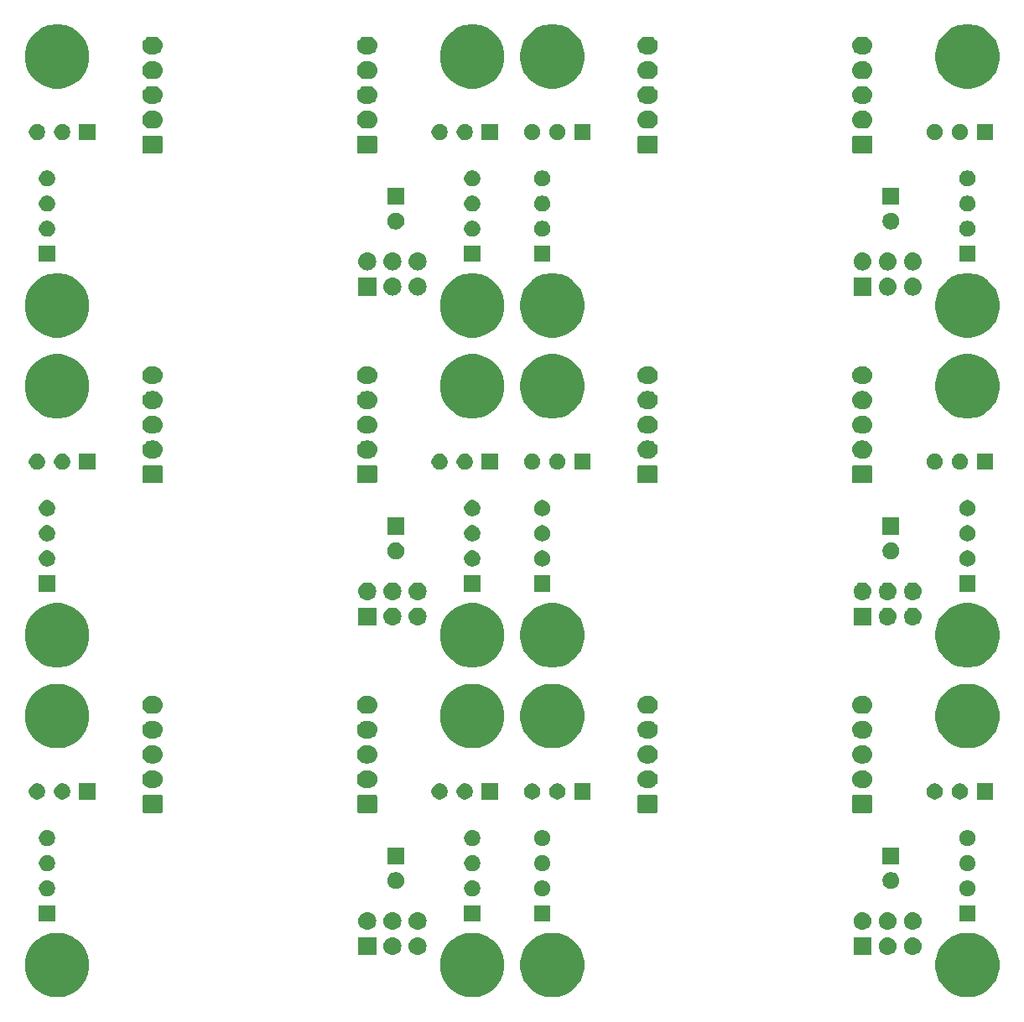
<source format=gbr>
G04 #@! TF.GenerationSoftware,KiCad,Pcbnew,(5.1.0-0)*
G04 #@! TF.CreationDate,2019-05-03T14:04:24-05:00*
G04 #@! TF.ProjectId,panelized,70616e65-6c69-47a6-9564-2e6b69636164,rev?*
G04 #@! TF.SameCoordinates,Original*
G04 #@! TF.FileFunction,Soldermask,Bot*
G04 #@! TF.FilePolarity,Negative*
%FSLAX46Y46*%
G04 Gerber Fmt 4.6, Leading zero omitted, Abs format (unit mm)*
G04 Created by KiCad (PCBNEW (5.1.0-0)) date 2019-05-03 14:04:24*
%MOMM*%
%LPD*%
G04 APERTURE LIST*
%ADD10C,0.100000*%
G04 APERTURE END LIST*
D10*
G36*
X196595439Y-126021467D02*
G01*
X196909482Y-126083934D01*
X197501126Y-126329001D01*
X197835199Y-126552222D01*
X198003707Y-126664815D01*
X198033592Y-126684784D01*
X198486416Y-127137608D01*
X198842199Y-127670074D01*
X199087266Y-128261718D01*
X199212200Y-128889804D01*
X199212200Y-129530196D01*
X199087266Y-130158282D01*
X198842199Y-130749926D01*
X198486416Y-131282392D01*
X198033592Y-131735216D01*
X197501126Y-132090999D01*
X196909482Y-132336066D01*
X196595439Y-132398533D01*
X196281397Y-132461000D01*
X195641003Y-132461000D01*
X195326961Y-132398533D01*
X195012918Y-132336066D01*
X194421274Y-132090999D01*
X193888808Y-131735216D01*
X193435984Y-131282392D01*
X193080201Y-130749926D01*
X192835134Y-130158282D01*
X192710200Y-129530196D01*
X192710200Y-128889804D01*
X192835134Y-128261718D01*
X193080201Y-127670074D01*
X193435984Y-127137608D01*
X193888808Y-126684784D01*
X193918694Y-126664815D01*
X194087201Y-126552222D01*
X194421274Y-126329001D01*
X195012918Y-126083934D01*
X195326961Y-126021467D01*
X195641003Y-125959000D01*
X196281397Y-125959000D01*
X196595439Y-126021467D01*
X196595439Y-126021467D01*
G37*
G36*
X154685439Y-126021467D02*
G01*
X154999482Y-126083934D01*
X155591126Y-126329001D01*
X155925199Y-126552222D01*
X156093707Y-126664815D01*
X156123592Y-126684784D01*
X156576416Y-127137608D01*
X156932199Y-127670074D01*
X157177266Y-128261718D01*
X157302200Y-128889804D01*
X157302200Y-129530196D01*
X157177266Y-130158282D01*
X156932199Y-130749926D01*
X156576416Y-131282392D01*
X156123592Y-131735216D01*
X155591126Y-132090999D01*
X154999482Y-132336066D01*
X154685439Y-132398533D01*
X154371397Y-132461000D01*
X153731003Y-132461000D01*
X153416961Y-132398533D01*
X153102918Y-132336066D01*
X152511274Y-132090999D01*
X151978808Y-131735216D01*
X151525984Y-131282392D01*
X151170201Y-130749926D01*
X150925134Y-130158282D01*
X150800200Y-129530196D01*
X150800200Y-128889804D01*
X150925134Y-128261718D01*
X151170201Y-127670074D01*
X151525984Y-127137608D01*
X151978808Y-126684784D01*
X152008694Y-126664815D01*
X152177201Y-126552222D01*
X152511274Y-126329001D01*
X153102918Y-126083934D01*
X153416961Y-126021467D01*
X153731003Y-125959000D01*
X154371397Y-125959000D01*
X154685439Y-126021467D01*
X154685439Y-126021467D01*
G37*
G36*
X146608239Y-126021467D02*
G01*
X146922282Y-126083934D01*
X147513926Y-126329001D01*
X147847999Y-126552222D01*
X148016507Y-126664815D01*
X148046392Y-126684784D01*
X148499216Y-127137608D01*
X148854999Y-127670074D01*
X149100066Y-128261718D01*
X149225000Y-128889804D01*
X149225000Y-129530196D01*
X149100066Y-130158282D01*
X148854999Y-130749926D01*
X148499216Y-131282392D01*
X148046392Y-131735216D01*
X147513926Y-132090999D01*
X146922282Y-132336066D01*
X146608239Y-132398533D01*
X146294197Y-132461000D01*
X145653803Y-132461000D01*
X145339761Y-132398533D01*
X145025718Y-132336066D01*
X144434074Y-132090999D01*
X143901608Y-131735216D01*
X143448784Y-131282392D01*
X143093001Y-130749926D01*
X142847934Y-130158282D01*
X142723000Y-129530196D01*
X142723000Y-128889804D01*
X142847934Y-128261718D01*
X143093001Y-127670074D01*
X143448784Y-127137608D01*
X143901608Y-126684784D01*
X143931494Y-126664815D01*
X144100001Y-126552222D01*
X144434074Y-126329001D01*
X145025718Y-126083934D01*
X145339761Y-126021467D01*
X145653803Y-125959000D01*
X146294197Y-125959000D01*
X146608239Y-126021467D01*
X146608239Y-126021467D01*
G37*
G36*
X104698239Y-126021467D02*
G01*
X105012282Y-126083934D01*
X105603926Y-126329001D01*
X105937999Y-126552222D01*
X106106507Y-126664815D01*
X106136392Y-126684784D01*
X106589216Y-127137608D01*
X106944999Y-127670074D01*
X107190066Y-128261718D01*
X107315000Y-128889804D01*
X107315000Y-129530196D01*
X107190066Y-130158282D01*
X106944999Y-130749926D01*
X106589216Y-131282392D01*
X106136392Y-131735216D01*
X105603926Y-132090999D01*
X105012282Y-132336066D01*
X104698239Y-132398533D01*
X104384197Y-132461000D01*
X103743803Y-132461000D01*
X103429761Y-132398533D01*
X103115718Y-132336066D01*
X102524074Y-132090999D01*
X101991608Y-131735216D01*
X101538784Y-131282392D01*
X101183001Y-130749926D01*
X100937934Y-130158282D01*
X100813000Y-129530196D01*
X100813000Y-128889804D01*
X100937934Y-128261718D01*
X101183001Y-127670074D01*
X101538784Y-127137608D01*
X101991608Y-126684784D01*
X102021494Y-126664815D01*
X102190001Y-126552222D01*
X102524074Y-126329001D01*
X103115718Y-126083934D01*
X103429761Y-126021467D01*
X103743803Y-125959000D01*
X104384197Y-125959000D01*
X104698239Y-126021467D01*
X104698239Y-126021467D01*
G37*
G36*
X138032642Y-126410518D02*
G01*
X138098827Y-126417037D01*
X138268666Y-126468557D01*
X138425191Y-126552222D01*
X138460929Y-126581552D01*
X138562386Y-126664814D01*
X138645648Y-126766271D01*
X138674978Y-126802009D01*
X138758643Y-126958534D01*
X138810163Y-127128373D01*
X138827559Y-127305000D01*
X138810163Y-127481627D01*
X138758643Y-127651466D01*
X138674978Y-127807991D01*
X138645648Y-127843729D01*
X138562386Y-127945186D01*
X138460929Y-128028448D01*
X138425191Y-128057778D01*
X138268666Y-128141443D01*
X138098827Y-128192963D01*
X138032642Y-128199482D01*
X137966460Y-128206000D01*
X137877940Y-128206000D01*
X137811758Y-128199482D01*
X137745573Y-128192963D01*
X137575734Y-128141443D01*
X137419209Y-128057778D01*
X137383471Y-128028448D01*
X137282014Y-127945186D01*
X137198752Y-127843729D01*
X137169422Y-127807991D01*
X137085757Y-127651466D01*
X137034237Y-127481627D01*
X137016841Y-127305000D01*
X137034237Y-127128373D01*
X137085757Y-126958534D01*
X137169422Y-126802009D01*
X137198752Y-126766271D01*
X137282014Y-126664814D01*
X137383471Y-126581552D01*
X137419209Y-126552222D01*
X137575734Y-126468557D01*
X137745573Y-126417037D01*
X137811758Y-126410518D01*
X137877940Y-126404000D01*
X137966460Y-126404000D01*
X138032642Y-126410518D01*
X138032642Y-126410518D01*
G37*
G36*
X136283200Y-128206000D02*
G01*
X134481200Y-128206000D01*
X134481200Y-126404000D01*
X136283200Y-126404000D01*
X136283200Y-128206000D01*
X136283200Y-128206000D01*
G37*
G36*
X188019842Y-126410518D02*
G01*
X188086027Y-126417037D01*
X188255866Y-126468557D01*
X188412391Y-126552222D01*
X188448129Y-126581552D01*
X188549586Y-126664814D01*
X188632848Y-126766271D01*
X188662178Y-126802009D01*
X188745843Y-126958534D01*
X188797363Y-127128373D01*
X188814759Y-127305000D01*
X188797363Y-127481627D01*
X188745843Y-127651466D01*
X188662178Y-127807991D01*
X188632848Y-127843729D01*
X188549586Y-127945186D01*
X188448129Y-128028448D01*
X188412391Y-128057778D01*
X188255866Y-128141443D01*
X188086027Y-128192963D01*
X188019842Y-128199482D01*
X187953660Y-128206000D01*
X187865140Y-128206000D01*
X187798958Y-128199482D01*
X187732773Y-128192963D01*
X187562934Y-128141443D01*
X187406409Y-128057778D01*
X187370671Y-128028448D01*
X187269214Y-127945186D01*
X187185952Y-127843729D01*
X187156622Y-127807991D01*
X187072957Y-127651466D01*
X187021437Y-127481627D01*
X187004041Y-127305000D01*
X187021437Y-127128373D01*
X187072957Y-126958534D01*
X187156622Y-126802009D01*
X187185952Y-126766271D01*
X187269214Y-126664814D01*
X187370671Y-126581552D01*
X187406409Y-126552222D01*
X187562934Y-126468557D01*
X187732773Y-126417037D01*
X187798958Y-126410518D01*
X187865140Y-126404000D01*
X187953660Y-126404000D01*
X188019842Y-126410518D01*
X188019842Y-126410518D01*
G37*
G36*
X190559842Y-126410518D02*
G01*
X190626027Y-126417037D01*
X190795866Y-126468557D01*
X190952391Y-126552222D01*
X190988129Y-126581552D01*
X191089586Y-126664814D01*
X191172848Y-126766271D01*
X191202178Y-126802009D01*
X191285843Y-126958534D01*
X191337363Y-127128373D01*
X191354759Y-127305000D01*
X191337363Y-127481627D01*
X191285843Y-127651466D01*
X191202178Y-127807991D01*
X191172848Y-127843729D01*
X191089586Y-127945186D01*
X190988129Y-128028448D01*
X190952391Y-128057778D01*
X190795866Y-128141443D01*
X190626027Y-128192963D01*
X190559842Y-128199482D01*
X190493660Y-128206000D01*
X190405140Y-128206000D01*
X190338958Y-128199482D01*
X190272773Y-128192963D01*
X190102934Y-128141443D01*
X189946409Y-128057778D01*
X189910671Y-128028448D01*
X189809214Y-127945186D01*
X189725952Y-127843729D01*
X189696622Y-127807991D01*
X189612957Y-127651466D01*
X189561437Y-127481627D01*
X189544041Y-127305000D01*
X189561437Y-127128373D01*
X189612957Y-126958534D01*
X189696622Y-126802009D01*
X189725952Y-126766271D01*
X189809214Y-126664814D01*
X189910671Y-126581552D01*
X189946409Y-126552222D01*
X190102934Y-126468557D01*
X190272773Y-126417037D01*
X190338958Y-126410518D01*
X190405140Y-126404000D01*
X190493660Y-126404000D01*
X190559842Y-126410518D01*
X190559842Y-126410518D01*
G37*
G36*
X186270400Y-128206000D02*
G01*
X184468400Y-128206000D01*
X184468400Y-126404000D01*
X186270400Y-126404000D01*
X186270400Y-128206000D01*
X186270400Y-128206000D01*
G37*
G36*
X140572642Y-126410518D02*
G01*
X140638827Y-126417037D01*
X140808666Y-126468557D01*
X140965191Y-126552222D01*
X141000929Y-126581552D01*
X141102386Y-126664814D01*
X141185648Y-126766271D01*
X141214978Y-126802009D01*
X141298643Y-126958534D01*
X141350163Y-127128373D01*
X141367559Y-127305000D01*
X141350163Y-127481627D01*
X141298643Y-127651466D01*
X141214978Y-127807991D01*
X141185648Y-127843729D01*
X141102386Y-127945186D01*
X141000929Y-128028448D01*
X140965191Y-128057778D01*
X140808666Y-128141443D01*
X140638827Y-128192963D01*
X140572642Y-128199482D01*
X140506460Y-128206000D01*
X140417940Y-128206000D01*
X140351758Y-128199482D01*
X140285573Y-128192963D01*
X140115734Y-128141443D01*
X139959209Y-128057778D01*
X139923471Y-128028448D01*
X139822014Y-127945186D01*
X139738752Y-127843729D01*
X139709422Y-127807991D01*
X139625757Y-127651466D01*
X139574237Y-127481627D01*
X139556841Y-127305000D01*
X139574237Y-127128373D01*
X139625757Y-126958534D01*
X139709422Y-126802009D01*
X139738752Y-126766271D01*
X139822014Y-126664814D01*
X139923471Y-126581552D01*
X139959209Y-126552222D01*
X140115734Y-126468557D01*
X140285573Y-126417037D01*
X140351758Y-126410518D01*
X140417940Y-126404000D01*
X140506460Y-126404000D01*
X140572642Y-126410518D01*
X140572642Y-126410518D01*
G37*
G36*
X140572643Y-123870519D02*
G01*
X140638827Y-123877037D01*
X140808666Y-123928557D01*
X140965191Y-124012222D01*
X141000929Y-124041552D01*
X141102386Y-124124814D01*
X141185648Y-124226271D01*
X141214978Y-124262009D01*
X141298643Y-124418534D01*
X141350163Y-124588373D01*
X141367559Y-124765000D01*
X141350163Y-124941627D01*
X141298643Y-125111466D01*
X141214978Y-125267991D01*
X141185648Y-125303729D01*
X141102386Y-125405186D01*
X141000929Y-125488448D01*
X140965191Y-125517778D01*
X140808666Y-125601443D01*
X140638827Y-125652963D01*
X140572642Y-125659482D01*
X140506460Y-125666000D01*
X140417940Y-125666000D01*
X140351758Y-125659482D01*
X140285573Y-125652963D01*
X140115734Y-125601443D01*
X139959209Y-125517778D01*
X139923471Y-125488448D01*
X139822014Y-125405186D01*
X139738752Y-125303729D01*
X139709422Y-125267991D01*
X139625757Y-125111466D01*
X139574237Y-124941627D01*
X139556841Y-124765000D01*
X139574237Y-124588373D01*
X139625757Y-124418534D01*
X139709422Y-124262009D01*
X139738752Y-124226271D01*
X139822014Y-124124814D01*
X139923471Y-124041552D01*
X139959209Y-124012222D01*
X140115734Y-123928557D01*
X140285573Y-123877037D01*
X140351757Y-123870519D01*
X140417940Y-123864000D01*
X140506460Y-123864000D01*
X140572643Y-123870519D01*
X140572643Y-123870519D01*
G37*
G36*
X135492643Y-123870519D02*
G01*
X135558827Y-123877037D01*
X135728666Y-123928557D01*
X135885191Y-124012222D01*
X135920929Y-124041552D01*
X136022386Y-124124814D01*
X136105648Y-124226271D01*
X136134978Y-124262009D01*
X136218643Y-124418534D01*
X136270163Y-124588373D01*
X136287559Y-124765000D01*
X136270163Y-124941627D01*
X136218643Y-125111466D01*
X136134978Y-125267991D01*
X136105648Y-125303729D01*
X136022386Y-125405186D01*
X135920929Y-125488448D01*
X135885191Y-125517778D01*
X135728666Y-125601443D01*
X135558827Y-125652963D01*
X135492642Y-125659482D01*
X135426460Y-125666000D01*
X135337940Y-125666000D01*
X135271758Y-125659482D01*
X135205573Y-125652963D01*
X135035734Y-125601443D01*
X134879209Y-125517778D01*
X134843471Y-125488448D01*
X134742014Y-125405186D01*
X134658752Y-125303729D01*
X134629422Y-125267991D01*
X134545757Y-125111466D01*
X134494237Y-124941627D01*
X134476841Y-124765000D01*
X134494237Y-124588373D01*
X134545757Y-124418534D01*
X134629422Y-124262009D01*
X134658752Y-124226271D01*
X134742014Y-124124814D01*
X134843471Y-124041552D01*
X134879209Y-124012222D01*
X135035734Y-123928557D01*
X135205573Y-123877037D01*
X135271757Y-123870519D01*
X135337940Y-123864000D01*
X135426460Y-123864000D01*
X135492643Y-123870519D01*
X135492643Y-123870519D01*
G37*
G36*
X138032643Y-123870519D02*
G01*
X138098827Y-123877037D01*
X138268666Y-123928557D01*
X138425191Y-124012222D01*
X138460929Y-124041552D01*
X138562386Y-124124814D01*
X138645648Y-124226271D01*
X138674978Y-124262009D01*
X138758643Y-124418534D01*
X138810163Y-124588373D01*
X138827559Y-124765000D01*
X138810163Y-124941627D01*
X138758643Y-125111466D01*
X138674978Y-125267991D01*
X138645648Y-125303729D01*
X138562386Y-125405186D01*
X138460929Y-125488448D01*
X138425191Y-125517778D01*
X138268666Y-125601443D01*
X138098827Y-125652963D01*
X138032642Y-125659482D01*
X137966460Y-125666000D01*
X137877940Y-125666000D01*
X137811758Y-125659482D01*
X137745573Y-125652963D01*
X137575734Y-125601443D01*
X137419209Y-125517778D01*
X137383471Y-125488448D01*
X137282014Y-125405186D01*
X137198752Y-125303729D01*
X137169422Y-125267991D01*
X137085757Y-125111466D01*
X137034237Y-124941627D01*
X137016841Y-124765000D01*
X137034237Y-124588373D01*
X137085757Y-124418534D01*
X137169422Y-124262009D01*
X137198752Y-124226271D01*
X137282014Y-124124814D01*
X137383471Y-124041552D01*
X137419209Y-124012222D01*
X137575734Y-123928557D01*
X137745573Y-123877037D01*
X137811757Y-123870519D01*
X137877940Y-123864000D01*
X137966460Y-123864000D01*
X138032643Y-123870519D01*
X138032643Y-123870519D01*
G37*
G36*
X185479843Y-123870519D02*
G01*
X185546027Y-123877037D01*
X185715866Y-123928557D01*
X185872391Y-124012222D01*
X185908129Y-124041552D01*
X186009586Y-124124814D01*
X186092848Y-124226271D01*
X186122178Y-124262009D01*
X186205843Y-124418534D01*
X186257363Y-124588373D01*
X186274759Y-124765000D01*
X186257363Y-124941627D01*
X186205843Y-125111466D01*
X186122178Y-125267991D01*
X186092848Y-125303729D01*
X186009586Y-125405186D01*
X185908129Y-125488448D01*
X185872391Y-125517778D01*
X185715866Y-125601443D01*
X185546027Y-125652963D01*
X185479842Y-125659482D01*
X185413660Y-125666000D01*
X185325140Y-125666000D01*
X185258958Y-125659482D01*
X185192773Y-125652963D01*
X185022934Y-125601443D01*
X184866409Y-125517778D01*
X184830671Y-125488448D01*
X184729214Y-125405186D01*
X184645952Y-125303729D01*
X184616622Y-125267991D01*
X184532957Y-125111466D01*
X184481437Y-124941627D01*
X184464041Y-124765000D01*
X184481437Y-124588373D01*
X184532957Y-124418534D01*
X184616622Y-124262009D01*
X184645952Y-124226271D01*
X184729214Y-124124814D01*
X184830671Y-124041552D01*
X184866409Y-124012222D01*
X185022934Y-123928557D01*
X185192773Y-123877037D01*
X185258957Y-123870519D01*
X185325140Y-123864000D01*
X185413660Y-123864000D01*
X185479843Y-123870519D01*
X185479843Y-123870519D01*
G37*
G36*
X188019843Y-123870519D02*
G01*
X188086027Y-123877037D01*
X188255866Y-123928557D01*
X188412391Y-124012222D01*
X188448129Y-124041552D01*
X188549586Y-124124814D01*
X188632848Y-124226271D01*
X188662178Y-124262009D01*
X188745843Y-124418534D01*
X188797363Y-124588373D01*
X188814759Y-124765000D01*
X188797363Y-124941627D01*
X188745843Y-125111466D01*
X188662178Y-125267991D01*
X188632848Y-125303729D01*
X188549586Y-125405186D01*
X188448129Y-125488448D01*
X188412391Y-125517778D01*
X188255866Y-125601443D01*
X188086027Y-125652963D01*
X188019842Y-125659482D01*
X187953660Y-125666000D01*
X187865140Y-125666000D01*
X187798958Y-125659482D01*
X187732773Y-125652963D01*
X187562934Y-125601443D01*
X187406409Y-125517778D01*
X187370671Y-125488448D01*
X187269214Y-125405186D01*
X187185952Y-125303729D01*
X187156622Y-125267991D01*
X187072957Y-125111466D01*
X187021437Y-124941627D01*
X187004041Y-124765000D01*
X187021437Y-124588373D01*
X187072957Y-124418534D01*
X187156622Y-124262009D01*
X187185952Y-124226271D01*
X187269214Y-124124814D01*
X187370671Y-124041552D01*
X187406409Y-124012222D01*
X187562934Y-123928557D01*
X187732773Y-123877037D01*
X187798957Y-123870519D01*
X187865140Y-123864000D01*
X187953660Y-123864000D01*
X188019843Y-123870519D01*
X188019843Y-123870519D01*
G37*
G36*
X190559843Y-123870519D02*
G01*
X190626027Y-123877037D01*
X190795866Y-123928557D01*
X190952391Y-124012222D01*
X190988129Y-124041552D01*
X191089586Y-124124814D01*
X191172848Y-124226271D01*
X191202178Y-124262009D01*
X191285843Y-124418534D01*
X191337363Y-124588373D01*
X191354759Y-124765000D01*
X191337363Y-124941627D01*
X191285843Y-125111466D01*
X191202178Y-125267991D01*
X191172848Y-125303729D01*
X191089586Y-125405186D01*
X190988129Y-125488448D01*
X190952391Y-125517778D01*
X190795866Y-125601443D01*
X190626027Y-125652963D01*
X190559842Y-125659482D01*
X190493660Y-125666000D01*
X190405140Y-125666000D01*
X190338958Y-125659482D01*
X190272773Y-125652963D01*
X190102934Y-125601443D01*
X189946409Y-125517778D01*
X189910671Y-125488448D01*
X189809214Y-125405186D01*
X189725952Y-125303729D01*
X189696622Y-125267991D01*
X189612957Y-125111466D01*
X189561437Y-124941627D01*
X189544041Y-124765000D01*
X189561437Y-124588373D01*
X189612957Y-124418534D01*
X189696622Y-124262009D01*
X189725952Y-124226271D01*
X189809214Y-124124814D01*
X189910671Y-124041552D01*
X189946409Y-124012222D01*
X190102934Y-123928557D01*
X190272773Y-123877037D01*
X190338957Y-123870519D01*
X190405140Y-123864000D01*
X190493660Y-123864000D01*
X190559843Y-123870519D01*
X190559843Y-123870519D01*
G37*
G36*
X103864000Y-124816000D02*
G01*
X102232000Y-124816000D01*
X102232000Y-123184000D01*
X103864000Y-123184000D01*
X103864000Y-124816000D01*
X103864000Y-124816000D01*
G37*
G36*
X146790000Y-124816000D02*
G01*
X145158000Y-124816000D01*
X145158000Y-123184000D01*
X146790000Y-123184000D01*
X146790000Y-124816000D01*
X146790000Y-124816000D01*
G37*
G36*
X153851200Y-124816000D02*
G01*
X152219200Y-124816000D01*
X152219200Y-123184000D01*
X153851200Y-123184000D01*
X153851200Y-124816000D01*
X153851200Y-124816000D01*
G37*
G36*
X196777200Y-124816000D02*
G01*
X195145200Y-124816000D01*
X195145200Y-123184000D01*
X196777200Y-123184000D01*
X196777200Y-124816000D01*
X196777200Y-124816000D01*
G37*
G36*
X196199217Y-120675358D02*
G01*
X196273470Y-120706115D01*
X196347721Y-120736870D01*
X196347722Y-120736871D01*
X196481367Y-120826169D01*
X196595031Y-120939833D01*
X196662004Y-121040067D01*
X196684330Y-121073479D01*
X196690966Y-121089500D01*
X196745842Y-121221983D01*
X196777200Y-121379630D01*
X196777200Y-121540370D01*
X196745842Y-121698017D01*
X196715085Y-121772270D01*
X196684330Y-121846521D01*
X196684329Y-121846522D01*
X196595031Y-121980167D01*
X196481367Y-122093831D01*
X196381133Y-122160805D01*
X196347721Y-122183130D01*
X196199217Y-122244642D01*
X196041570Y-122276000D01*
X195880830Y-122276000D01*
X195723183Y-122244642D01*
X195574679Y-122183130D01*
X195541267Y-122160805D01*
X195441033Y-122093831D01*
X195327369Y-121980167D01*
X195238071Y-121846522D01*
X195238070Y-121846521D01*
X195207315Y-121772270D01*
X195176558Y-121698017D01*
X195145200Y-121540370D01*
X195145200Y-121379630D01*
X195176558Y-121221983D01*
X195231434Y-121089500D01*
X195238070Y-121073479D01*
X195260396Y-121040067D01*
X195327369Y-120939833D01*
X195441033Y-120826169D01*
X195574678Y-120736871D01*
X195574679Y-120736870D01*
X195648930Y-120706115D01*
X195723183Y-120675358D01*
X195880830Y-120644000D01*
X196041570Y-120644000D01*
X196199217Y-120675358D01*
X196199217Y-120675358D01*
G37*
G36*
X153273217Y-120675358D02*
G01*
X153347470Y-120706115D01*
X153421721Y-120736870D01*
X153421722Y-120736871D01*
X153555367Y-120826169D01*
X153669031Y-120939833D01*
X153736004Y-121040067D01*
X153758330Y-121073479D01*
X153764966Y-121089500D01*
X153819842Y-121221983D01*
X153851200Y-121379630D01*
X153851200Y-121540370D01*
X153819842Y-121698017D01*
X153789085Y-121772270D01*
X153758330Y-121846521D01*
X153758329Y-121846522D01*
X153669031Y-121980167D01*
X153555367Y-122093831D01*
X153455133Y-122160805D01*
X153421721Y-122183130D01*
X153273217Y-122244642D01*
X153115570Y-122276000D01*
X152954830Y-122276000D01*
X152797183Y-122244642D01*
X152648679Y-122183130D01*
X152615267Y-122160805D01*
X152515033Y-122093831D01*
X152401369Y-121980167D01*
X152312071Y-121846522D01*
X152312070Y-121846521D01*
X152281315Y-121772270D01*
X152250558Y-121698017D01*
X152219200Y-121540370D01*
X152219200Y-121379630D01*
X152250558Y-121221983D01*
X152305434Y-121089500D01*
X152312070Y-121073479D01*
X152334396Y-121040067D01*
X152401369Y-120939833D01*
X152515033Y-120826169D01*
X152648678Y-120736871D01*
X152648679Y-120736870D01*
X152722930Y-120706115D01*
X152797183Y-120675358D01*
X152954830Y-120644000D01*
X153115570Y-120644000D01*
X153273217Y-120675358D01*
X153273217Y-120675358D01*
G37*
G36*
X146212017Y-120675358D02*
G01*
X146286270Y-120706115D01*
X146360521Y-120736870D01*
X146360522Y-120736871D01*
X146494167Y-120826169D01*
X146607831Y-120939833D01*
X146674804Y-121040067D01*
X146697130Y-121073479D01*
X146703766Y-121089500D01*
X146758642Y-121221983D01*
X146790000Y-121379630D01*
X146790000Y-121540370D01*
X146758642Y-121698017D01*
X146727885Y-121772270D01*
X146697130Y-121846521D01*
X146697129Y-121846522D01*
X146607831Y-121980167D01*
X146494167Y-122093831D01*
X146393933Y-122160805D01*
X146360521Y-122183130D01*
X146212017Y-122244642D01*
X146054370Y-122276000D01*
X145893630Y-122276000D01*
X145735983Y-122244642D01*
X145587479Y-122183130D01*
X145554067Y-122160805D01*
X145453833Y-122093831D01*
X145340169Y-121980167D01*
X145250871Y-121846522D01*
X145250870Y-121846521D01*
X145220115Y-121772270D01*
X145189358Y-121698017D01*
X145158000Y-121540370D01*
X145158000Y-121379630D01*
X145189358Y-121221983D01*
X145244234Y-121089500D01*
X145250870Y-121073479D01*
X145273196Y-121040067D01*
X145340169Y-120939833D01*
X145453833Y-120826169D01*
X145587478Y-120736871D01*
X145587479Y-120736870D01*
X145661730Y-120706115D01*
X145735983Y-120675358D01*
X145893630Y-120644000D01*
X146054370Y-120644000D01*
X146212017Y-120675358D01*
X146212017Y-120675358D01*
G37*
G36*
X103286017Y-120675358D02*
G01*
X103360270Y-120706115D01*
X103434521Y-120736870D01*
X103434522Y-120736871D01*
X103568167Y-120826169D01*
X103681831Y-120939833D01*
X103748804Y-121040067D01*
X103771130Y-121073479D01*
X103777766Y-121089500D01*
X103832642Y-121221983D01*
X103864000Y-121379630D01*
X103864000Y-121540370D01*
X103832642Y-121698017D01*
X103801885Y-121772270D01*
X103771130Y-121846521D01*
X103771129Y-121846522D01*
X103681831Y-121980167D01*
X103568167Y-122093831D01*
X103467933Y-122160805D01*
X103434521Y-122183130D01*
X103286017Y-122244642D01*
X103128370Y-122276000D01*
X102967630Y-122276000D01*
X102809983Y-122244642D01*
X102661479Y-122183130D01*
X102628067Y-122160805D01*
X102527833Y-122093831D01*
X102414169Y-121980167D01*
X102324871Y-121846522D01*
X102324870Y-121846521D01*
X102263358Y-121698017D01*
X102232000Y-121540370D01*
X102232000Y-121379630D01*
X102263358Y-121221983D01*
X102318234Y-121089500D01*
X102324870Y-121073479D01*
X102347196Y-121040067D01*
X102414169Y-120939833D01*
X102527833Y-120826169D01*
X102661478Y-120736871D01*
X102661479Y-120736870D01*
X102735730Y-120706115D01*
X102809983Y-120675358D01*
X102967630Y-120644000D01*
X103128370Y-120644000D01*
X103286017Y-120675358D01*
X103286017Y-120675358D01*
G37*
G36*
X138500628Y-119868103D02*
G01*
X138655500Y-119932253D01*
X138794881Y-120025385D01*
X138913415Y-120143919D01*
X139006547Y-120283300D01*
X139070697Y-120438172D01*
X139103400Y-120602584D01*
X139103400Y-120770216D01*
X139070697Y-120934628D01*
X139006547Y-121089500D01*
X138913415Y-121228881D01*
X138794881Y-121347415D01*
X138655500Y-121440547D01*
X138500628Y-121504697D01*
X138336216Y-121537400D01*
X138168584Y-121537400D01*
X138004172Y-121504697D01*
X137849300Y-121440547D01*
X137709919Y-121347415D01*
X137591385Y-121228881D01*
X137498253Y-121089500D01*
X137434103Y-120934628D01*
X137401400Y-120770216D01*
X137401400Y-120602584D01*
X137434103Y-120438172D01*
X137498253Y-120283300D01*
X137591385Y-120143919D01*
X137709919Y-120025385D01*
X137849300Y-119932253D01*
X138004172Y-119868103D01*
X138168584Y-119835400D01*
X138336216Y-119835400D01*
X138500628Y-119868103D01*
X138500628Y-119868103D01*
G37*
G36*
X188487828Y-119868103D02*
G01*
X188642700Y-119932253D01*
X188782081Y-120025385D01*
X188900615Y-120143919D01*
X188993747Y-120283300D01*
X189057897Y-120438172D01*
X189090600Y-120602584D01*
X189090600Y-120770216D01*
X189057897Y-120934628D01*
X188993747Y-121089500D01*
X188900615Y-121228881D01*
X188782081Y-121347415D01*
X188642700Y-121440547D01*
X188487828Y-121504697D01*
X188323416Y-121537400D01*
X188155784Y-121537400D01*
X187991372Y-121504697D01*
X187836500Y-121440547D01*
X187697119Y-121347415D01*
X187578585Y-121228881D01*
X187485453Y-121089500D01*
X187421303Y-120934628D01*
X187388600Y-120770216D01*
X187388600Y-120602584D01*
X187421303Y-120438172D01*
X187485453Y-120283300D01*
X187578585Y-120143919D01*
X187697119Y-120025385D01*
X187836500Y-119932253D01*
X187991372Y-119868103D01*
X188155784Y-119835400D01*
X188323416Y-119835400D01*
X188487828Y-119868103D01*
X188487828Y-119868103D01*
G37*
G36*
X103286017Y-118135358D02*
G01*
X103434521Y-118196870D01*
X103434522Y-118196871D01*
X103568167Y-118286169D01*
X103681831Y-118399833D01*
X103748805Y-118500067D01*
X103771130Y-118533479D01*
X103801885Y-118607730D01*
X103832642Y-118681983D01*
X103864000Y-118839630D01*
X103864000Y-119000370D01*
X103832642Y-119158017D01*
X103771130Y-119306521D01*
X103771129Y-119306522D01*
X103681831Y-119440167D01*
X103568167Y-119553831D01*
X103467933Y-119620804D01*
X103434521Y-119643130D01*
X103286017Y-119704642D01*
X103128370Y-119736000D01*
X102967630Y-119736000D01*
X102809983Y-119704642D01*
X102661479Y-119643130D01*
X102628067Y-119620804D01*
X102527833Y-119553831D01*
X102414169Y-119440167D01*
X102324871Y-119306522D01*
X102324870Y-119306521D01*
X102263358Y-119158017D01*
X102232000Y-119000370D01*
X102232000Y-118839630D01*
X102263358Y-118681983D01*
X102294115Y-118607730D01*
X102324870Y-118533479D01*
X102347195Y-118500067D01*
X102414169Y-118399833D01*
X102527833Y-118286169D01*
X102661478Y-118196871D01*
X102661479Y-118196870D01*
X102809983Y-118135358D01*
X102967630Y-118104000D01*
X103128370Y-118104000D01*
X103286017Y-118135358D01*
X103286017Y-118135358D01*
G37*
G36*
X196199217Y-118135358D02*
G01*
X196347721Y-118196870D01*
X196347722Y-118196871D01*
X196481367Y-118286169D01*
X196595031Y-118399833D01*
X196662005Y-118500067D01*
X196684330Y-118533479D01*
X196715085Y-118607730D01*
X196745842Y-118681983D01*
X196777200Y-118839630D01*
X196777200Y-119000370D01*
X196745842Y-119158017D01*
X196684330Y-119306521D01*
X196684329Y-119306522D01*
X196595031Y-119440167D01*
X196481367Y-119553831D01*
X196381133Y-119620804D01*
X196347721Y-119643130D01*
X196199217Y-119704642D01*
X196041570Y-119736000D01*
X195880830Y-119736000D01*
X195723183Y-119704642D01*
X195574679Y-119643130D01*
X195541267Y-119620804D01*
X195441033Y-119553831D01*
X195327369Y-119440167D01*
X195238071Y-119306522D01*
X195238070Y-119306521D01*
X195176558Y-119158017D01*
X195145200Y-119000370D01*
X195145200Y-118839630D01*
X195176558Y-118681983D01*
X195207315Y-118607730D01*
X195238070Y-118533479D01*
X195260395Y-118500067D01*
X195327369Y-118399833D01*
X195441033Y-118286169D01*
X195574678Y-118196871D01*
X195574679Y-118196870D01*
X195723183Y-118135358D01*
X195880830Y-118104000D01*
X196041570Y-118104000D01*
X196199217Y-118135358D01*
X196199217Y-118135358D01*
G37*
G36*
X153273217Y-118135358D02*
G01*
X153421721Y-118196870D01*
X153421722Y-118196871D01*
X153555367Y-118286169D01*
X153669031Y-118399833D01*
X153736005Y-118500067D01*
X153758330Y-118533479D01*
X153789085Y-118607730D01*
X153819842Y-118681983D01*
X153851200Y-118839630D01*
X153851200Y-119000370D01*
X153819842Y-119158017D01*
X153758330Y-119306521D01*
X153758329Y-119306522D01*
X153669031Y-119440167D01*
X153555367Y-119553831D01*
X153455133Y-119620804D01*
X153421721Y-119643130D01*
X153273217Y-119704642D01*
X153115570Y-119736000D01*
X152954830Y-119736000D01*
X152797183Y-119704642D01*
X152648679Y-119643130D01*
X152615267Y-119620804D01*
X152515033Y-119553831D01*
X152401369Y-119440167D01*
X152312071Y-119306522D01*
X152312070Y-119306521D01*
X152250558Y-119158017D01*
X152219200Y-119000370D01*
X152219200Y-118839630D01*
X152250558Y-118681983D01*
X152281315Y-118607730D01*
X152312070Y-118533479D01*
X152334395Y-118500067D01*
X152401369Y-118399833D01*
X152515033Y-118286169D01*
X152648678Y-118196871D01*
X152648679Y-118196870D01*
X152797183Y-118135358D01*
X152954830Y-118104000D01*
X153115570Y-118104000D01*
X153273217Y-118135358D01*
X153273217Y-118135358D01*
G37*
G36*
X146212017Y-118135358D02*
G01*
X146360521Y-118196870D01*
X146360522Y-118196871D01*
X146494167Y-118286169D01*
X146607831Y-118399833D01*
X146674805Y-118500067D01*
X146697130Y-118533479D01*
X146727885Y-118607730D01*
X146758642Y-118681983D01*
X146790000Y-118839630D01*
X146790000Y-119000370D01*
X146758642Y-119158017D01*
X146697130Y-119306521D01*
X146697129Y-119306522D01*
X146607831Y-119440167D01*
X146494167Y-119553831D01*
X146393933Y-119620804D01*
X146360521Y-119643130D01*
X146212017Y-119704642D01*
X146054370Y-119736000D01*
X145893630Y-119736000D01*
X145735983Y-119704642D01*
X145587479Y-119643130D01*
X145554067Y-119620804D01*
X145453833Y-119553831D01*
X145340169Y-119440167D01*
X145250871Y-119306522D01*
X145250870Y-119306521D01*
X145189358Y-119158017D01*
X145158000Y-119000370D01*
X145158000Y-118839630D01*
X145189358Y-118681983D01*
X145220115Y-118607730D01*
X145250870Y-118533479D01*
X145273195Y-118500067D01*
X145340169Y-118399833D01*
X145453833Y-118286169D01*
X145587478Y-118196871D01*
X145587479Y-118196870D01*
X145735983Y-118135358D01*
X145893630Y-118104000D01*
X146054370Y-118104000D01*
X146212017Y-118135358D01*
X146212017Y-118135358D01*
G37*
G36*
X139103400Y-119037400D02*
G01*
X137401400Y-119037400D01*
X137401400Y-117335400D01*
X139103400Y-117335400D01*
X139103400Y-119037400D01*
X139103400Y-119037400D01*
G37*
G36*
X189090600Y-119037400D02*
G01*
X187388600Y-119037400D01*
X187388600Y-117335400D01*
X189090600Y-117335400D01*
X189090600Y-119037400D01*
X189090600Y-119037400D01*
G37*
G36*
X153273217Y-115595358D02*
G01*
X153347470Y-115626115D01*
X153421721Y-115656870D01*
X153421722Y-115656871D01*
X153555367Y-115746169D01*
X153669031Y-115859833D01*
X153736005Y-115960067D01*
X153758330Y-115993479D01*
X153819842Y-116141983D01*
X153851200Y-116299630D01*
X153851200Y-116460370D01*
X153819842Y-116618017D01*
X153789085Y-116692270D01*
X153758330Y-116766521D01*
X153758329Y-116766522D01*
X153669031Y-116900167D01*
X153555367Y-117013831D01*
X153455133Y-117080805D01*
X153421721Y-117103130D01*
X153273217Y-117164642D01*
X153115570Y-117196000D01*
X152954830Y-117196000D01*
X152797183Y-117164642D01*
X152648679Y-117103130D01*
X152615267Y-117080805D01*
X152515033Y-117013831D01*
X152401369Y-116900167D01*
X152312071Y-116766522D01*
X152312070Y-116766521D01*
X152281315Y-116692270D01*
X152250558Y-116618017D01*
X152219200Y-116460370D01*
X152219200Y-116299630D01*
X152250558Y-116141983D01*
X152312070Y-115993479D01*
X152334395Y-115960067D01*
X152401369Y-115859833D01*
X152515033Y-115746169D01*
X152648678Y-115656871D01*
X152648679Y-115656870D01*
X152722930Y-115626115D01*
X152797183Y-115595358D01*
X152954830Y-115564000D01*
X153115570Y-115564000D01*
X153273217Y-115595358D01*
X153273217Y-115595358D01*
G37*
G36*
X103286017Y-115595358D02*
G01*
X103360270Y-115626115D01*
X103434521Y-115656870D01*
X103434522Y-115656871D01*
X103568167Y-115746169D01*
X103681831Y-115859833D01*
X103748805Y-115960067D01*
X103771130Y-115993479D01*
X103801885Y-116067730D01*
X103832642Y-116141983D01*
X103864000Y-116299630D01*
X103864000Y-116460370D01*
X103832642Y-116618017D01*
X103801885Y-116692270D01*
X103771130Y-116766521D01*
X103771129Y-116766522D01*
X103681831Y-116900167D01*
X103568167Y-117013831D01*
X103467933Y-117080805D01*
X103434521Y-117103130D01*
X103286017Y-117164642D01*
X103128370Y-117196000D01*
X102967630Y-117196000D01*
X102809983Y-117164642D01*
X102661479Y-117103130D01*
X102628067Y-117080805D01*
X102527833Y-117013831D01*
X102414169Y-116900167D01*
X102324871Y-116766522D01*
X102324870Y-116766521D01*
X102294115Y-116692270D01*
X102263358Y-116618017D01*
X102232000Y-116460370D01*
X102232000Y-116299630D01*
X102263358Y-116141983D01*
X102324870Y-115993479D01*
X102347195Y-115960067D01*
X102414169Y-115859833D01*
X102527833Y-115746169D01*
X102661478Y-115656871D01*
X102661479Y-115656870D01*
X102735730Y-115626115D01*
X102809983Y-115595358D01*
X102967630Y-115564000D01*
X103128370Y-115564000D01*
X103286017Y-115595358D01*
X103286017Y-115595358D01*
G37*
G36*
X146212017Y-115595358D02*
G01*
X146286270Y-115626115D01*
X146360521Y-115656870D01*
X146360522Y-115656871D01*
X146494167Y-115746169D01*
X146607831Y-115859833D01*
X146674805Y-115960067D01*
X146697130Y-115993479D01*
X146758642Y-116141983D01*
X146790000Y-116299630D01*
X146790000Y-116460370D01*
X146758642Y-116618017D01*
X146727885Y-116692270D01*
X146697130Y-116766521D01*
X146697129Y-116766522D01*
X146607831Y-116900167D01*
X146494167Y-117013831D01*
X146393933Y-117080805D01*
X146360521Y-117103130D01*
X146212017Y-117164642D01*
X146054370Y-117196000D01*
X145893630Y-117196000D01*
X145735983Y-117164642D01*
X145587479Y-117103130D01*
X145554067Y-117080805D01*
X145453833Y-117013831D01*
X145340169Y-116900167D01*
X145250871Y-116766522D01*
X145250870Y-116766521D01*
X145220115Y-116692270D01*
X145189358Y-116618017D01*
X145158000Y-116460370D01*
X145158000Y-116299630D01*
X145189358Y-116141983D01*
X145250870Y-115993479D01*
X145273195Y-115960067D01*
X145340169Y-115859833D01*
X145453833Y-115746169D01*
X145587478Y-115656871D01*
X145587479Y-115656870D01*
X145661730Y-115626115D01*
X145735983Y-115595358D01*
X145893630Y-115564000D01*
X146054370Y-115564000D01*
X146212017Y-115595358D01*
X146212017Y-115595358D01*
G37*
G36*
X196199217Y-115595358D02*
G01*
X196273470Y-115626115D01*
X196347721Y-115656870D01*
X196347722Y-115656871D01*
X196481367Y-115746169D01*
X196595031Y-115859833D01*
X196662005Y-115960067D01*
X196684330Y-115993479D01*
X196745842Y-116141983D01*
X196777200Y-116299630D01*
X196777200Y-116460370D01*
X196745842Y-116618017D01*
X196715085Y-116692270D01*
X196684330Y-116766521D01*
X196684329Y-116766522D01*
X196595031Y-116900167D01*
X196481367Y-117013831D01*
X196381133Y-117080805D01*
X196347721Y-117103130D01*
X196199217Y-117164642D01*
X196041570Y-117196000D01*
X195880830Y-117196000D01*
X195723183Y-117164642D01*
X195574679Y-117103130D01*
X195541267Y-117080805D01*
X195441033Y-117013831D01*
X195327369Y-116900167D01*
X195238071Y-116766522D01*
X195238070Y-116766521D01*
X195207315Y-116692270D01*
X195176558Y-116618017D01*
X195145200Y-116460370D01*
X195145200Y-116299630D01*
X195176558Y-116141983D01*
X195238070Y-115993479D01*
X195260395Y-115960067D01*
X195327369Y-115859833D01*
X195441033Y-115746169D01*
X195574678Y-115656871D01*
X195574679Y-115656870D01*
X195648930Y-115626115D01*
X195723183Y-115595358D01*
X195880830Y-115564000D01*
X196041570Y-115564000D01*
X196199217Y-115595358D01*
X196199217Y-115595358D01*
G37*
G36*
X164561400Y-112056989D02*
G01*
X164594452Y-112067015D01*
X164624903Y-112083292D01*
X164651599Y-112105201D01*
X164673508Y-112131897D01*
X164689785Y-112162348D01*
X164699811Y-112195400D01*
X164703800Y-112235903D01*
X164703800Y-113672097D01*
X164699811Y-113712600D01*
X164689785Y-113745652D01*
X164673508Y-113776103D01*
X164651599Y-113802799D01*
X164624903Y-113824708D01*
X164594452Y-113840985D01*
X164561400Y-113851011D01*
X164520897Y-113855000D01*
X162834703Y-113855000D01*
X162794200Y-113851011D01*
X162761148Y-113840985D01*
X162730697Y-113824708D01*
X162704001Y-113802799D01*
X162682092Y-113776103D01*
X162665815Y-113745652D01*
X162655789Y-113712600D01*
X162651800Y-113672097D01*
X162651800Y-112235903D01*
X162655789Y-112195400D01*
X162665815Y-112162348D01*
X162682092Y-112131897D01*
X162704001Y-112105201D01*
X162730697Y-112083292D01*
X162761148Y-112067015D01*
X162794200Y-112056989D01*
X162834703Y-112053000D01*
X164520897Y-112053000D01*
X164561400Y-112056989D01*
X164561400Y-112056989D01*
G37*
G36*
X186227600Y-112056989D02*
G01*
X186260652Y-112067015D01*
X186291103Y-112083292D01*
X186317799Y-112105201D01*
X186339708Y-112131897D01*
X186355985Y-112162348D01*
X186366011Y-112195400D01*
X186370000Y-112235903D01*
X186370000Y-113672097D01*
X186366011Y-113712600D01*
X186355985Y-113745652D01*
X186339708Y-113776103D01*
X186317799Y-113802799D01*
X186291103Y-113824708D01*
X186260652Y-113840985D01*
X186227600Y-113851011D01*
X186187097Y-113855000D01*
X184500903Y-113855000D01*
X184460400Y-113851011D01*
X184427348Y-113840985D01*
X184396897Y-113824708D01*
X184370201Y-113802799D01*
X184348292Y-113776103D01*
X184332015Y-113745652D01*
X184321989Y-113712600D01*
X184318000Y-113672097D01*
X184318000Y-112235903D01*
X184321989Y-112195400D01*
X184332015Y-112162348D01*
X184348292Y-112131897D01*
X184370201Y-112105201D01*
X184396897Y-112083292D01*
X184427348Y-112067015D01*
X184460400Y-112056989D01*
X184500903Y-112053000D01*
X186187097Y-112053000D01*
X186227600Y-112056989D01*
X186227600Y-112056989D01*
G37*
G36*
X136240400Y-112056989D02*
G01*
X136273452Y-112067015D01*
X136303903Y-112083292D01*
X136330599Y-112105201D01*
X136352508Y-112131897D01*
X136368785Y-112162348D01*
X136378811Y-112195400D01*
X136382800Y-112235903D01*
X136382800Y-113672097D01*
X136378811Y-113712600D01*
X136368785Y-113745652D01*
X136352508Y-113776103D01*
X136330599Y-113802799D01*
X136303903Y-113824708D01*
X136273452Y-113840985D01*
X136240400Y-113851011D01*
X136199897Y-113855000D01*
X134513703Y-113855000D01*
X134473200Y-113851011D01*
X134440148Y-113840985D01*
X134409697Y-113824708D01*
X134383001Y-113802799D01*
X134361092Y-113776103D01*
X134344815Y-113745652D01*
X134334789Y-113712600D01*
X134330800Y-113672097D01*
X134330800Y-112235903D01*
X134334789Y-112195400D01*
X134344815Y-112162348D01*
X134361092Y-112131897D01*
X134383001Y-112105201D01*
X134409697Y-112083292D01*
X134440148Y-112067015D01*
X134473200Y-112056989D01*
X134513703Y-112053000D01*
X136199897Y-112053000D01*
X136240400Y-112056989D01*
X136240400Y-112056989D01*
G37*
G36*
X114574200Y-112056989D02*
G01*
X114607252Y-112067015D01*
X114637703Y-112083292D01*
X114664399Y-112105201D01*
X114686308Y-112131897D01*
X114702585Y-112162348D01*
X114712611Y-112195400D01*
X114716600Y-112235903D01*
X114716600Y-113672097D01*
X114712611Y-113712600D01*
X114702585Y-113745652D01*
X114686308Y-113776103D01*
X114664399Y-113802799D01*
X114637703Y-113824708D01*
X114607252Y-113840985D01*
X114574200Y-113851011D01*
X114533697Y-113855000D01*
X112847503Y-113855000D01*
X112807000Y-113851011D01*
X112773948Y-113840985D01*
X112743497Y-113824708D01*
X112716801Y-113802799D01*
X112694892Y-113776103D01*
X112678615Y-113745652D01*
X112668589Y-113712600D01*
X112664600Y-113672097D01*
X112664600Y-112235903D01*
X112668589Y-112195400D01*
X112678615Y-112162348D01*
X112694892Y-112131897D01*
X112716801Y-112105201D01*
X112743497Y-112083292D01*
X112773948Y-112067015D01*
X112807000Y-112056989D01*
X112847503Y-112053000D01*
X114533697Y-112053000D01*
X114574200Y-112056989D01*
X114574200Y-112056989D01*
G37*
G36*
X107925000Y-112497000D02*
G01*
X106299000Y-112497000D01*
X106299000Y-110871000D01*
X107925000Y-110871000D01*
X107925000Y-112497000D01*
X107925000Y-112497000D01*
G37*
G36*
X154796342Y-110902242D02*
G01*
X154944301Y-110963529D01*
X155077455Y-111052499D01*
X155190701Y-111165745D01*
X155279671Y-111298899D01*
X155340958Y-111446858D01*
X155372200Y-111603925D01*
X155372200Y-111764075D01*
X155340958Y-111921142D01*
X155279671Y-112069101D01*
X155190701Y-112202255D01*
X155077455Y-112315501D01*
X154944301Y-112404471D01*
X154796342Y-112465758D01*
X154639275Y-112497000D01*
X154479125Y-112497000D01*
X154322058Y-112465758D01*
X154174099Y-112404471D01*
X154040945Y-112315501D01*
X153927699Y-112202255D01*
X153838729Y-112069101D01*
X153777442Y-111921142D01*
X153746200Y-111764075D01*
X153746200Y-111603925D01*
X153777442Y-111446858D01*
X153838729Y-111298899D01*
X153927699Y-111165745D01*
X154040945Y-111052499D01*
X154174099Y-110963529D01*
X154322058Y-110902242D01*
X154479125Y-110871000D01*
X154639275Y-110871000D01*
X154796342Y-110902242D01*
X154796342Y-110902242D01*
G37*
G36*
X148565000Y-112497000D02*
G01*
X146939000Y-112497000D01*
X146939000Y-110871000D01*
X148565000Y-110871000D01*
X148565000Y-112497000D01*
X148565000Y-112497000D01*
G37*
G36*
X145449142Y-110902242D02*
G01*
X145597101Y-110963529D01*
X145730255Y-111052499D01*
X145843501Y-111165745D01*
X145932471Y-111298899D01*
X145993758Y-111446858D01*
X146025000Y-111603925D01*
X146025000Y-111764075D01*
X145993758Y-111921142D01*
X145932471Y-112069101D01*
X145843501Y-112202255D01*
X145730255Y-112315501D01*
X145597101Y-112404471D01*
X145449142Y-112465758D01*
X145292075Y-112497000D01*
X145131925Y-112497000D01*
X144974858Y-112465758D01*
X144826899Y-112404471D01*
X144693745Y-112315501D01*
X144580499Y-112202255D01*
X144491529Y-112069101D01*
X144430242Y-111921142D01*
X144399000Y-111764075D01*
X144399000Y-111603925D01*
X144430242Y-111446858D01*
X144491529Y-111298899D01*
X144580499Y-111165745D01*
X144693745Y-111052499D01*
X144826899Y-110963529D01*
X144974858Y-110902242D01*
X145131925Y-110871000D01*
X145292075Y-110871000D01*
X145449142Y-110902242D01*
X145449142Y-110902242D01*
G37*
G36*
X142909142Y-110902242D02*
G01*
X143057101Y-110963529D01*
X143190255Y-111052499D01*
X143303501Y-111165745D01*
X143392471Y-111298899D01*
X143453758Y-111446858D01*
X143485000Y-111603925D01*
X143485000Y-111764075D01*
X143453758Y-111921142D01*
X143392471Y-112069101D01*
X143303501Y-112202255D01*
X143190255Y-112315501D01*
X143057101Y-112404471D01*
X142909142Y-112465758D01*
X142752075Y-112497000D01*
X142591925Y-112497000D01*
X142434858Y-112465758D01*
X142286899Y-112404471D01*
X142153745Y-112315501D01*
X142040499Y-112202255D01*
X141951529Y-112069101D01*
X141890242Y-111921142D01*
X141859000Y-111764075D01*
X141859000Y-111603925D01*
X141890242Y-111446858D01*
X141951529Y-111298899D01*
X142040499Y-111165745D01*
X142153745Y-111052499D01*
X142286899Y-110963529D01*
X142434858Y-110902242D01*
X142591925Y-110871000D01*
X142752075Y-110871000D01*
X142909142Y-110902242D01*
X142909142Y-110902242D01*
G37*
G36*
X102269142Y-110902242D02*
G01*
X102417101Y-110963529D01*
X102550255Y-111052499D01*
X102663501Y-111165745D01*
X102752471Y-111298899D01*
X102813758Y-111446858D01*
X102845000Y-111603925D01*
X102845000Y-111764075D01*
X102813758Y-111921142D01*
X102752471Y-112069101D01*
X102663501Y-112202255D01*
X102550255Y-112315501D01*
X102417101Y-112404471D01*
X102269142Y-112465758D01*
X102112075Y-112497000D01*
X101951925Y-112497000D01*
X101794858Y-112465758D01*
X101646899Y-112404471D01*
X101513745Y-112315501D01*
X101400499Y-112202255D01*
X101311529Y-112069101D01*
X101250242Y-111921142D01*
X101219000Y-111764075D01*
X101219000Y-111603925D01*
X101250242Y-111446858D01*
X101311529Y-111298899D01*
X101400499Y-111165745D01*
X101513745Y-111052499D01*
X101646899Y-110963529D01*
X101794858Y-110902242D01*
X101951925Y-110871000D01*
X102112075Y-110871000D01*
X102269142Y-110902242D01*
X102269142Y-110902242D01*
G37*
G36*
X104809142Y-110902242D02*
G01*
X104957101Y-110963529D01*
X105090255Y-111052499D01*
X105203501Y-111165745D01*
X105292471Y-111298899D01*
X105353758Y-111446858D01*
X105385000Y-111603925D01*
X105385000Y-111764075D01*
X105353758Y-111921142D01*
X105292471Y-112069101D01*
X105203501Y-112202255D01*
X105090255Y-112315501D01*
X104957101Y-112404471D01*
X104809142Y-112465758D01*
X104652075Y-112497000D01*
X104491925Y-112497000D01*
X104334858Y-112465758D01*
X104186899Y-112404471D01*
X104053745Y-112315501D01*
X103940499Y-112202255D01*
X103851529Y-112069101D01*
X103790242Y-111921142D01*
X103759000Y-111764075D01*
X103759000Y-111603925D01*
X103790242Y-111446858D01*
X103851529Y-111298899D01*
X103940499Y-111165745D01*
X104053745Y-111052499D01*
X104186899Y-110963529D01*
X104334858Y-110902242D01*
X104491925Y-110871000D01*
X104652075Y-110871000D01*
X104809142Y-110902242D01*
X104809142Y-110902242D01*
G37*
G36*
X198552200Y-112497000D02*
G01*
X196926200Y-112497000D01*
X196926200Y-110871000D01*
X198552200Y-110871000D01*
X198552200Y-112497000D01*
X198552200Y-112497000D01*
G37*
G36*
X195436342Y-110902242D02*
G01*
X195584301Y-110963529D01*
X195717455Y-111052499D01*
X195830701Y-111165745D01*
X195919671Y-111298899D01*
X195980958Y-111446858D01*
X196012200Y-111603925D01*
X196012200Y-111764075D01*
X195980958Y-111921142D01*
X195919671Y-112069101D01*
X195830701Y-112202255D01*
X195717455Y-112315501D01*
X195584301Y-112404471D01*
X195436342Y-112465758D01*
X195279275Y-112497000D01*
X195119125Y-112497000D01*
X194962058Y-112465758D01*
X194814099Y-112404471D01*
X194680945Y-112315501D01*
X194567699Y-112202255D01*
X194478729Y-112069101D01*
X194417442Y-111921142D01*
X194386200Y-111764075D01*
X194386200Y-111603925D01*
X194417442Y-111446858D01*
X194478729Y-111298899D01*
X194567699Y-111165745D01*
X194680945Y-111052499D01*
X194814099Y-110963529D01*
X194962058Y-110902242D01*
X195119125Y-110871000D01*
X195279275Y-110871000D01*
X195436342Y-110902242D01*
X195436342Y-110902242D01*
G37*
G36*
X192896342Y-110902242D02*
G01*
X193044301Y-110963529D01*
X193177455Y-111052499D01*
X193290701Y-111165745D01*
X193379671Y-111298899D01*
X193440958Y-111446858D01*
X193472200Y-111603925D01*
X193472200Y-111764075D01*
X193440958Y-111921142D01*
X193379671Y-112069101D01*
X193290701Y-112202255D01*
X193177455Y-112315501D01*
X193044301Y-112404471D01*
X192896342Y-112465758D01*
X192739275Y-112497000D01*
X192579125Y-112497000D01*
X192422058Y-112465758D01*
X192274099Y-112404471D01*
X192140945Y-112315501D01*
X192027699Y-112202255D01*
X191938729Y-112069101D01*
X191877442Y-111921142D01*
X191846200Y-111764075D01*
X191846200Y-111603925D01*
X191877442Y-111446858D01*
X191938729Y-111298899D01*
X192027699Y-111165745D01*
X192140945Y-111052499D01*
X192274099Y-110963529D01*
X192422058Y-110902242D01*
X192579125Y-110871000D01*
X192739275Y-110871000D01*
X192896342Y-110902242D01*
X192896342Y-110902242D01*
G37*
G36*
X152256342Y-110902242D02*
G01*
X152404301Y-110963529D01*
X152537455Y-111052499D01*
X152650701Y-111165745D01*
X152739671Y-111298899D01*
X152800958Y-111446858D01*
X152832200Y-111603925D01*
X152832200Y-111764075D01*
X152800958Y-111921142D01*
X152739671Y-112069101D01*
X152650701Y-112202255D01*
X152537455Y-112315501D01*
X152404301Y-112404471D01*
X152256342Y-112465758D01*
X152099275Y-112497000D01*
X151939125Y-112497000D01*
X151782058Y-112465758D01*
X151634099Y-112404471D01*
X151500945Y-112315501D01*
X151387699Y-112202255D01*
X151298729Y-112069101D01*
X151237442Y-111921142D01*
X151206200Y-111764075D01*
X151206200Y-111603925D01*
X151237442Y-111446858D01*
X151298729Y-111298899D01*
X151387699Y-111165745D01*
X151500945Y-111052499D01*
X151634099Y-110963529D01*
X151782058Y-110902242D01*
X151939125Y-110871000D01*
X152099275Y-110871000D01*
X152256342Y-110902242D01*
X152256342Y-110902242D01*
G37*
G36*
X157912200Y-112497000D02*
G01*
X156286200Y-112497000D01*
X156286200Y-110871000D01*
X157912200Y-110871000D01*
X157912200Y-112497000D01*
X157912200Y-112497000D01*
G37*
G36*
X135592243Y-109559519D02*
G01*
X135658427Y-109566037D01*
X135828266Y-109617557D01*
X135984791Y-109701222D01*
X136020529Y-109730552D01*
X136121986Y-109813814D01*
X136205248Y-109915271D01*
X136234578Y-109951009D01*
X136318243Y-110107534D01*
X136369763Y-110277373D01*
X136387159Y-110454000D01*
X136369763Y-110630627D01*
X136318243Y-110800466D01*
X136234578Y-110956991D01*
X136229212Y-110963529D01*
X136121986Y-111094186D01*
X136034792Y-111165743D01*
X135984791Y-111206778D01*
X135828266Y-111290443D01*
X135658427Y-111341963D01*
X135592242Y-111348482D01*
X135526060Y-111355000D01*
X135187540Y-111355000D01*
X135121358Y-111348482D01*
X135055173Y-111341963D01*
X134885334Y-111290443D01*
X134728809Y-111206778D01*
X134678808Y-111165743D01*
X134591614Y-111094186D01*
X134484388Y-110963529D01*
X134479022Y-110956991D01*
X134395357Y-110800466D01*
X134343837Y-110630627D01*
X134326441Y-110454000D01*
X134343837Y-110277373D01*
X134395357Y-110107534D01*
X134479022Y-109951009D01*
X134508352Y-109915271D01*
X134591614Y-109813814D01*
X134693071Y-109730552D01*
X134728809Y-109701222D01*
X134885334Y-109617557D01*
X135055173Y-109566037D01*
X135121357Y-109559519D01*
X135187540Y-109553000D01*
X135526060Y-109553000D01*
X135592243Y-109559519D01*
X135592243Y-109559519D01*
G37*
G36*
X113926043Y-109559519D02*
G01*
X113992227Y-109566037D01*
X114162066Y-109617557D01*
X114318591Y-109701222D01*
X114354329Y-109730552D01*
X114455786Y-109813814D01*
X114539048Y-109915271D01*
X114568378Y-109951009D01*
X114652043Y-110107534D01*
X114703563Y-110277373D01*
X114720959Y-110454000D01*
X114703563Y-110630627D01*
X114652043Y-110800466D01*
X114568378Y-110956991D01*
X114563012Y-110963529D01*
X114455786Y-111094186D01*
X114368592Y-111165743D01*
X114318591Y-111206778D01*
X114162066Y-111290443D01*
X113992227Y-111341963D01*
X113926042Y-111348482D01*
X113859860Y-111355000D01*
X113521340Y-111355000D01*
X113455158Y-111348482D01*
X113388973Y-111341963D01*
X113219134Y-111290443D01*
X113062609Y-111206778D01*
X113012608Y-111165743D01*
X112925414Y-111094186D01*
X112818188Y-110963529D01*
X112812822Y-110956991D01*
X112729157Y-110800466D01*
X112677637Y-110630627D01*
X112660241Y-110454000D01*
X112677637Y-110277373D01*
X112729157Y-110107534D01*
X112812822Y-109951009D01*
X112842152Y-109915271D01*
X112925414Y-109813814D01*
X113026871Y-109730552D01*
X113062609Y-109701222D01*
X113219134Y-109617557D01*
X113388973Y-109566037D01*
X113455157Y-109559519D01*
X113521340Y-109553000D01*
X113859860Y-109553000D01*
X113926043Y-109559519D01*
X113926043Y-109559519D01*
G37*
G36*
X163913243Y-109559519D02*
G01*
X163979427Y-109566037D01*
X164149266Y-109617557D01*
X164305791Y-109701222D01*
X164341529Y-109730552D01*
X164442986Y-109813814D01*
X164526248Y-109915271D01*
X164555578Y-109951009D01*
X164639243Y-110107534D01*
X164690763Y-110277373D01*
X164708159Y-110454000D01*
X164690763Y-110630627D01*
X164639243Y-110800466D01*
X164555578Y-110956991D01*
X164550212Y-110963529D01*
X164442986Y-111094186D01*
X164355792Y-111165743D01*
X164305791Y-111206778D01*
X164149266Y-111290443D01*
X163979427Y-111341963D01*
X163913242Y-111348482D01*
X163847060Y-111355000D01*
X163508540Y-111355000D01*
X163442358Y-111348482D01*
X163376173Y-111341963D01*
X163206334Y-111290443D01*
X163049809Y-111206778D01*
X162999808Y-111165743D01*
X162912614Y-111094186D01*
X162805388Y-110963529D01*
X162800022Y-110956991D01*
X162716357Y-110800466D01*
X162664837Y-110630627D01*
X162647441Y-110454000D01*
X162664837Y-110277373D01*
X162716357Y-110107534D01*
X162800022Y-109951009D01*
X162829352Y-109915271D01*
X162912614Y-109813814D01*
X163014071Y-109730552D01*
X163049809Y-109701222D01*
X163206334Y-109617557D01*
X163376173Y-109566037D01*
X163442357Y-109559519D01*
X163508540Y-109553000D01*
X163847060Y-109553000D01*
X163913243Y-109559519D01*
X163913243Y-109559519D01*
G37*
G36*
X185579443Y-109559519D02*
G01*
X185645627Y-109566037D01*
X185815466Y-109617557D01*
X185971991Y-109701222D01*
X186007729Y-109730552D01*
X186109186Y-109813814D01*
X186192448Y-109915271D01*
X186221778Y-109951009D01*
X186305443Y-110107534D01*
X186356963Y-110277373D01*
X186374359Y-110454000D01*
X186356963Y-110630627D01*
X186305443Y-110800466D01*
X186221778Y-110956991D01*
X186216412Y-110963529D01*
X186109186Y-111094186D01*
X186021992Y-111165743D01*
X185971991Y-111206778D01*
X185815466Y-111290443D01*
X185645627Y-111341963D01*
X185579442Y-111348482D01*
X185513260Y-111355000D01*
X185174740Y-111355000D01*
X185108558Y-111348482D01*
X185042373Y-111341963D01*
X184872534Y-111290443D01*
X184716009Y-111206778D01*
X184666008Y-111165743D01*
X184578814Y-111094186D01*
X184471588Y-110963529D01*
X184466222Y-110956991D01*
X184382557Y-110800466D01*
X184331037Y-110630627D01*
X184313641Y-110454000D01*
X184331037Y-110277373D01*
X184382557Y-110107534D01*
X184466222Y-109951009D01*
X184495552Y-109915271D01*
X184578814Y-109813814D01*
X184680271Y-109730552D01*
X184716009Y-109701222D01*
X184872534Y-109617557D01*
X185042373Y-109566037D01*
X185108557Y-109559519D01*
X185174740Y-109553000D01*
X185513260Y-109553000D01*
X185579443Y-109559519D01*
X185579443Y-109559519D01*
G37*
G36*
X163913243Y-107059519D02*
G01*
X163979427Y-107066037D01*
X164149266Y-107117557D01*
X164305791Y-107201222D01*
X164341529Y-107230552D01*
X164442986Y-107313814D01*
X164526248Y-107415271D01*
X164555578Y-107451009D01*
X164639243Y-107607534D01*
X164690763Y-107777373D01*
X164708159Y-107954000D01*
X164690763Y-108130627D01*
X164639243Y-108300466D01*
X164555578Y-108456991D01*
X164526248Y-108492729D01*
X164442986Y-108594186D01*
X164341529Y-108677448D01*
X164305791Y-108706778D01*
X164149266Y-108790443D01*
X163979427Y-108841963D01*
X163913243Y-108848481D01*
X163847060Y-108855000D01*
X163508540Y-108855000D01*
X163442357Y-108848481D01*
X163376173Y-108841963D01*
X163206334Y-108790443D01*
X163049809Y-108706778D01*
X163014071Y-108677448D01*
X162912614Y-108594186D01*
X162829352Y-108492729D01*
X162800022Y-108456991D01*
X162716357Y-108300466D01*
X162664837Y-108130627D01*
X162647441Y-107954000D01*
X162664837Y-107777373D01*
X162716357Y-107607534D01*
X162800022Y-107451009D01*
X162829352Y-107415271D01*
X162912614Y-107313814D01*
X163014071Y-107230552D01*
X163049809Y-107201222D01*
X163206334Y-107117557D01*
X163376173Y-107066037D01*
X163442357Y-107059519D01*
X163508540Y-107053000D01*
X163847060Y-107053000D01*
X163913243Y-107059519D01*
X163913243Y-107059519D01*
G37*
G36*
X185579443Y-107059519D02*
G01*
X185645627Y-107066037D01*
X185815466Y-107117557D01*
X185971991Y-107201222D01*
X186007729Y-107230552D01*
X186109186Y-107313814D01*
X186192448Y-107415271D01*
X186221778Y-107451009D01*
X186305443Y-107607534D01*
X186356963Y-107777373D01*
X186374359Y-107954000D01*
X186356963Y-108130627D01*
X186305443Y-108300466D01*
X186221778Y-108456991D01*
X186192448Y-108492729D01*
X186109186Y-108594186D01*
X186007729Y-108677448D01*
X185971991Y-108706778D01*
X185815466Y-108790443D01*
X185645627Y-108841963D01*
X185579443Y-108848481D01*
X185513260Y-108855000D01*
X185174740Y-108855000D01*
X185108557Y-108848481D01*
X185042373Y-108841963D01*
X184872534Y-108790443D01*
X184716009Y-108706778D01*
X184680271Y-108677448D01*
X184578814Y-108594186D01*
X184495552Y-108492729D01*
X184466222Y-108456991D01*
X184382557Y-108300466D01*
X184331037Y-108130627D01*
X184313641Y-107954000D01*
X184331037Y-107777373D01*
X184382557Y-107607534D01*
X184466222Y-107451009D01*
X184495552Y-107415271D01*
X184578814Y-107313814D01*
X184680271Y-107230552D01*
X184716009Y-107201222D01*
X184872534Y-107117557D01*
X185042373Y-107066037D01*
X185108557Y-107059519D01*
X185174740Y-107053000D01*
X185513260Y-107053000D01*
X185579443Y-107059519D01*
X185579443Y-107059519D01*
G37*
G36*
X135592243Y-107059519D02*
G01*
X135658427Y-107066037D01*
X135828266Y-107117557D01*
X135984791Y-107201222D01*
X136020529Y-107230552D01*
X136121986Y-107313814D01*
X136205248Y-107415271D01*
X136234578Y-107451009D01*
X136318243Y-107607534D01*
X136369763Y-107777373D01*
X136387159Y-107954000D01*
X136369763Y-108130627D01*
X136318243Y-108300466D01*
X136234578Y-108456991D01*
X136205248Y-108492729D01*
X136121986Y-108594186D01*
X136020529Y-108677448D01*
X135984791Y-108706778D01*
X135828266Y-108790443D01*
X135658427Y-108841963D01*
X135592243Y-108848481D01*
X135526060Y-108855000D01*
X135187540Y-108855000D01*
X135121357Y-108848481D01*
X135055173Y-108841963D01*
X134885334Y-108790443D01*
X134728809Y-108706778D01*
X134693071Y-108677448D01*
X134591614Y-108594186D01*
X134508352Y-108492729D01*
X134479022Y-108456991D01*
X134395357Y-108300466D01*
X134343837Y-108130627D01*
X134326441Y-107954000D01*
X134343837Y-107777373D01*
X134395357Y-107607534D01*
X134479022Y-107451009D01*
X134508352Y-107415271D01*
X134591614Y-107313814D01*
X134693071Y-107230552D01*
X134728809Y-107201222D01*
X134885334Y-107117557D01*
X135055173Y-107066037D01*
X135121357Y-107059519D01*
X135187540Y-107053000D01*
X135526060Y-107053000D01*
X135592243Y-107059519D01*
X135592243Y-107059519D01*
G37*
G36*
X113926043Y-107059519D02*
G01*
X113992227Y-107066037D01*
X114162066Y-107117557D01*
X114318591Y-107201222D01*
X114354329Y-107230552D01*
X114455786Y-107313814D01*
X114539048Y-107415271D01*
X114568378Y-107451009D01*
X114652043Y-107607534D01*
X114703563Y-107777373D01*
X114720959Y-107954000D01*
X114703563Y-108130627D01*
X114652043Y-108300466D01*
X114568378Y-108456991D01*
X114539048Y-108492729D01*
X114455786Y-108594186D01*
X114354329Y-108677448D01*
X114318591Y-108706778D01*
X114162066Y-108790443D01*
X113992227Y-108841963D01*
X113926043Y-108848481D01*
X113859860Y-108855000D01*
X113521340Y-108855000D01*
X113455157Y-108848481D01*
X113388973Y-108841963D01*
X113219134Y-108790443D01*
X113062609Y-108706778D01*
X113026871Y-108677448D01*
X112925414Y-108594186D01*
X112842152Y-108492729D01*
X112812822Y-108456991D01*
X112729157Y-108300466D01*
X112677637Y-108130627D01*
X112660241Y-107954000D01*
X112677637Y-107777373D01*
X112729157Y-107607534D01*
X112812822Y-107451009D01*
X112842152Y-107415271D01*
X112925414Y-107313814D01*
X113026871Y-107230552D01*
X113062609Y-107201222D01*
X113219134Y-107117557D01*
X113388973Y-107066037D01*
X113455157Y-107059519D01*
X113521340Y-107053000D01*
X113859860Y-107053000D01*
X113926043Y-107059519D01*
X113926043Y-107059519D01*
G37*
G36*
X104698239Y-100875467D02*
G01*
X105012282Y-100937934D01*
X105603926Y-101183001D01*
X106136392Y-101538784D01*
X106589216Y-101991608D01*
X106944999Y-102524074D01*
X107190066Y-103115718D01*
X107315000Y-103743804D01*
X107315000Y-104384196D01*
X107190066Y-105012282D01*
X106944999Y-105603926D01*
X106589216Y-106136392D01*
X106136392Y-106589216D01*
X105603926Y-106944999D01*
X105012282Y-107190066D01*
X104698239Y-107252533D01*
X104384197Y-107315000D01*
X103743803Y-107315000D01*
X103429761Y-107252533D01*
X103115718Y-107190066D01*
X102524074Y-106944999D01*
X101991608Y-106589216D01*
X101538784Y-106136392D01*
X101183001Y-105603926D01*
X100937934Y-105012282D01*
X100813000Y-104384196D01*
X100813000Y-103743804D01*
X100937934Y-103115718D01*
X101183001Y-102524074D01*
X101538784Y-101991608D01*
X101991608Y-101538784D01*
X102524074Y-101183001D01*
X103115718Y-100937934D01*
X103429761Y-100875467D01*
X103743803Y-100813000D01*
X104384197Y-100813000D01*
X104698239Y-100875467D01*
X104698239Y-100875467D01*
G37*
G36*
X146608239Y-100875467D02*
G01*
X146922282Y-100937934D01*
X147513926Y-101183001D01*
X148046392Y-101538784D01*
X148499216Y-101991608D01*
X148854999Y-102524074D01*
X149100066Y-103115718D01*
X149225000Y-103743804D01*
X149225000Y-104384196D01*
X149100066Y-105012282D01*
X148854999Y-105603926D01*
X148499216Y-106136392D01*
X148046392Y-106589216D01*
X147513926Y-106944999D01*
X146922282Y-107190066D01*
X146608239Y-107252533D01*
X146294197Y-107315000D01*
X145653803Y-107315000D01*
X145339761Y-107252533D01*
X145025718Y-107190066D01*
X144434074Y-106944999D01*
X143901608Y-106589216D01*
X143448784Y-106136392D01*
X143093001Y-105603926D01*
X142847934Y-105012282D01*
X142723000Y-104384196D01*
X142723000Y-103743804D01*
X142847934Y-103115718D01*
X143093001Y-102524074D01*
X143448784Y-101991608D01*
X143901608Y-101538784D01*
X144434074Y-101183001D01*
X145025718Y-100937934D01*
X145339761Y-100875467D01*
X145653803Y-100813000D01*
X146294197Y-100813000D01*
X146608239Y-100875467D01*
X146608239Y-100875467D01*
G37*
G36*
X154685439Y-100875467D02*
G01*
X154999482Y-100937934D01*
X155591126Y-101183001D01*
X156123592Y-101538784D01*
X156576416Y-101991608D01*
X156932199Y-102524074D01*
X157177266Y-103115718D01*
X157302200Y-103743804D01*
X157302200Y-104384196D01*
X157177266Y-105012282D01*
X156932199Y-105603926D01*
X156576416Y-106136392D01*
X156123592Y-106589216D01*
X155591126Y-106944999D01*
X154999482Y-107190066D01*
X154685439Y-107252533D01*
X154371397Y-107315000D01*
X153731003Y-107315000D01*
X153416961Y-107252533D01*
X153102918Y-107190066D01*
X152511274Y-106944999D01*
X151978808Y-106589216D01*
X151525984Y-106136392D01*
X151170201Y-105603926D01*
X150925134Y-105012282D01*
X150800200Y-104384196D01*
X150800200Y-103743804D01*
X150925134Y-103115718D01*
X151170201Y-102524074D01*
X151525984Y-101991608D01*
X151978808Y-101538784D01*
X152511274Y-101183001D01*
X153102918Y-100937934D01*
X153416961Y-100875467D01*
X153731003Y-100813000D01*
X154371397Y-100813000D01*
X154685439Y-100875467D01*
X154685439Y-100875467D01*
G37*
G36*
X196595439Y-100875467D02*
G01*
X196909482Y-100937934D01*
X197501126Y-101183001D01*
X198033592Y-101538784D01*
X198486416Y-101991608D01*
X198842199Y-102524074D01*
X199087266Y-103115718D01*
X199212200Y-103743804D01*
X199212200Y-104384196D01*
X199087266Y-105012282D01*
X198842199Y-105603926D01*
X198486416Y-106136392D01*
X198033592Y-106589216D01*
X197501126Y-106944999D01*
X196909482Y-107190066D01*
X196595439Y-107252533D01*
X196281397Y-107315000D01*
X195641003Y-107315000D01*
X195326961Y-107252533D01*
X195012918Y-107190066D01*
X194421274Y-106944999D01*
X193888808Y-106589216D01*
X193435984Y-106136392D01*
X193080201Y-105603926D01*
X192835134Y-105012282D01*
X192710200Y-104384196D01*
X192710200Y-103743804D01*
X192835134Y-103115718D01*
X193080201Y-102524074D01*
X193435984Y-101991608D01*
X193888808Y-101538784D01*
X194421274Y-101183001D01*
X195012918Y-100937934D01*
X195326961Y-100875467D01*
X195641003Y-100813000D01*
X196281397Y-100813000D01*
X196595439Y-100875467D01*
X196595439Y-100875467D01*
G37*
G36*
X163913243Y-104559519D02*
G01*
X163979427Y-104566037D01*
X164149266Y-104617557D01*
X164305791Y-104701222D01*
X164341529Y-104730552D01*
X164442986Y-104813814D01*
X164526248Y-104915271D01*
X164555578Y-104951009D01*
X164639243Y-105107534D01*
X164690763Y-105277373D01*
X164708159Y-105454000D01*
X164690763Y-105630627D01*
X164639243Y-105800466D01*
X164555578Y-105956991D01*
X164526248Y-105992729D01*
X164442986Y-106094186D01*
X164341529Y-106177448D01*
X164305791Y-106206778D01*
X164149266Y-106290443D01*
X163979427Y-106341963D01*
X163913243Y-106348481D01*
X163847060Y-106355000D01*
X163508540Y-106355000D01*
X163442357Y-106348481D01*
X163376173Y-106341963D01*
X163206334Y-106290443D01*
X163049809Y-106206778D01*
X163014071Y-106177448D01*
X162912614Y-106094186D01*
X162829352Y-105992729D01*
X162800022Y-105956991D01*
X162716357Y-105800466D01*
X162664837Y-105630627D01*
X162647441Y-105454000D01*
X162664837Y-105277373D01*
X162716357Y-105107534D01*
X162800022Y-104951009D01*
X162829352Y-104915271D01*
X162912614Y-104813814D01*
X163014071Y-104730552D01*
X163049809Y-104701222D01*
X163206334Y-104617557D01*
X163376173Y-104566037D01*
X163442357Y-104559519D01*
X163508540Y-104553000D01*
X163847060Y-104553000D01*
X163913243Y-104559519D01*
X163913243Y-104559519D01*
G37*
G36*
X185579443Y-104559519D02*
G01*
X185645627Y-104566037D01*
X185815466Y-104617557D01*
X185971991Y-104701222D01*
X186007729Y-104730552D01*
X186109186Y-104813814D01*
X186192448Y-104915271D01*
X186221778Y-104951009D01*
X186305443Y-105107534D01*
X186356963Y-105277373D01*
X186374359Y-105454000D01*
X186356963Y-105630627D01*
X186305443Y-105800466D01*
X186221778Y-105956991D01*
X186192448Y-105992729D01*
X186109186Y-106094186D01*
X186007729Y-106177448D01*
X185971991Y-106206778D01*
X185815466Y-106290443D01*
X185645627Y-106341963D01*
X185579443Y-106348481D01*
X185513260Y-106355000D01*
X185174740Y-106355000D01*
X185108557Y-106348481D01*
X185042373Y-106341963D01*
X184872534Y-106290443D01*
X184716009Y-106206778D01*
X184680271Y-106177448D01*
X184578814Y-106094186D01*
X184495552Y-105992729D01*
X184466222Y-105956991D01*
X184382557Y-105800466D01*
X184331037Y-105630627D01*
X184313641Y-105454000D01*
X184331037Y-105277373D01*
X184382557Y-105107534D01*
X184466222Y-104951009D01*
X184495552Y-104915271D01*
X184578814Y-104813814D01*
X184680271Y-104730552D01*
X184716009Y-104701222D01*
X184872534Y-104617557D01*
X185042373Y-104566037D01*
X185108557Y-104559519D01*
X185174740Y-104553000D01*
X185513260Y-104553000D01*
X185579443Y-104559519D01*
X185579443Y-104559519D01*
G37*
G36*
X113926043Y-104559519D02*
G01*
X113992227Y-104566037D01*
X114162066Y-104617557D01*
X114318591Y-104701222D01*
X114354329Y-104730552D01*
X114455786Y-104813814D01*
X114539048Y-104915271D01*
X114568378Y-104951009D01*
X114652043Y-105107534D01*
X114703563Y-105277373D01*
X114720959Y-105454000D01*
X114703563Y-105630627D01*
X114652043Y-105800466D01*
X114568378Y-105956991D01*
X114539048Y-105992729D01*
X114455786Y-106094186D01*
X114354329Y-106177448D01*
X114318591Y-106206778D01*
X114162066Y-106290443D01*
X113992227Y-106341963D01*
X113926043Y-106348481D01*
X113859860Y-106355000D01*
X113521340Y-106355000D01*
X113455157Y-106348481D01*
X113388973Y-106341963D01*
X113219134Y-106290443D01*
X113062609Y-106206778D01*
X113026871Y-106177448D01*
X112925414Y-106094186D01*
X112842152Y-105992729D01*
X112812822Y-105956991D01*
X112729157Y-105800466D01*
X112677637Y-105630627D01*
X112660241Y-105454000D01*
X112677637Y-105277373D01*
X112729157Y-105107534D01*
X112812822Y-104951009D01*
X112842152Y-104915271D01*
X112925414Y-104813814D01*
X113026871Y-104730552D01*
X113062609Y-104701222D01*
X113219134Y-104617557D01*
X113388973Y-104566037D01*
X113455157Y-104559519D01*
X113521340Y-104553000D01*
X113859860Y-104553000D01*
X113926043Y-104559519D01*
X113926043Y-104559519D01*
G37*
G36*
X135592243Y-104559519D02*
G01*
X135658427Y-104566037D01*
X135828266Y-104617557D01*
X135984791Y-104701222D01*
X136020529Y-104730552D01*
X136121986Y-104813814D01*
X136205248Y-104915271D01*
X136234578Y-104951009D01*
X136318243Y-105107534D01*
X136369763Y-105277373D01*
X136387159Y-105454000D01*
X136369763Y-105630627D01*
X136318243Y-105800466D01*
X136234578Y-105956991D01*
X136205248Y-105992729D01*
X136121986Y-106094186D01*
X136020529Y-106177448D01*
X135984791Y-106206778D01*
X135828266Y-106290443D01*
X135658427Y-106341963D01*
X135592243Y-106348481D01*
X135526060Y-106355000D01*
X135187540Y-106355000D01*
X135121357Y-106348481D01*
X135055173Y-106341963D01*
X134885334Y-106290443D01*
X134728809Y-106206778D01*
X134693071Y-106177448D01*
X134591614Y-106094186D01*
X134508352Y-105992729D01*
X134479022Y-105956991D01*
X134395357Y-105800466D01*
X134343837Y-105630627D01*
X134326441Y-105454000D01*
X134343837Y-105277373D01*
X134395357Y-105107534D01*
X134479022Y-104951009D01*
X134508352Y-104915271D01*
X134591614Y-104813814D01*
X134693071Y-104730552D01*
X134728809Y-104701222D01*
X134885334Y-104617557D01*
X135055173Y-104566037D01*
X135121357Y-104559519D01*
X135187540Y-104553000D01*
X135526060Y-104553000D01*
X135592243Y-104559519D01*
X135592243Y-104559519D01*
G37*
G36*
X163913242Y-102059518D02*
G01*
X163979427Y-102066037D01*
X164149266Y-102117557D01*
X164305791Y-102201222D01*
X164341529Y-102230552D01*
X164442986Y-102313814D01*
X164526248Y-102415271D01*
X164555578Y-102451009D01*
X164639243Y-102607534D01*
X164690763Y-102777373D01*
X164708159Y-102954000D01*
X164690763Y-103130627D01*
X164639243Y-103300466D01*
X164555578Y-103456991D01*
X164526248Y-103492729D01*
X164442986Y-103594186D01*
X164341529Y-103677448D01*
X164305791Y-103706778D01*
X164149266Y-103790443D01*
X163979427Y-103841963D01*
X163913243Y-103848481D01*
X163847060Y-103855000D01*
X163508540Y-103855000D01*
X163442357Y-103848481D01*
X163376173Y-103841963D01*
X163206334Y-103790443D01*
X163049809Y-103706778D01*
X163014071Y-103677448D01*
X162912614Y-103594186D01*
X162829352Y-103492729D01*
X162800022Y-103456991D01*
X162716357Y-103300466D01*
X162664837Y-103130627D01*
X162647441Y-102954000D01*
X162664837Y-102777373D01*
X162716357Y-102607534D01*
X162800022Y-102451009D01*
X162829352Y-102415271D01*
X162912614Y-102313814D01*
X163014071Y-102230552D01*
X163049809Y-102201222D01*
X163206334Y-102117557D01*
X163376173Y-102066037D01*
X163442357Y-102059519D01*
X163508540Y-102053000D01*
X163847060Y-102053000D01*
X163913242Y-102059518D01*
X163913242Y-102059518D01*
G37*
G36*
X135592242Y-102059518D02*
G01*
X135658427Y-102066037D01*
X135828266Y-102117557D01*
X135984791Y-102201222D01*
X136020529Y-102230552D01*
X136121986Y-102313814D01*
X136205248Y-102415271D01*
X136234578Y-102451009D01*
X136318243Y-102607534D01*
X136369763Y-102777373D01*
X136387159Y-102954000D01*
X136369763Y-103130627D01*
X136318243Y-103300466D01*
X136234578Y-103456991D01*
X136205248Y-103492729D01*
X136121986Y-103594186D01*
X136020529Y-103677448D01*
X135984791Y-103706778D01*
X135828266Y-103790443D01*
X135658427Y-103841963D01*
X135592243Y-103848481D01*
X135526060Y-103855000D01*
X135187540Y-103855000D01*
X135121357Y-103848481D01*
X135055173Y-103841963D01*
X134885334Y-103790443D01*
X134728809Y-103706778D01*
X134693071Y-103677448D01*
X134591614Y-103594186D01*
X134508352Y-103492729D01*
X134479022Y-103456991D01*
X134395357Y-103300466D01*
X134343837Y-103130627D01*
X134326441Y-102954000D01*
X134343837Y-102777373D01*
X134395357Y-102607534D01*
X134479022Y-102451009D01*
X134508352Y-102415271D01*
X134591614Y-102313814D01*
X134693071Y-102230552D01*
X134728809Y-102201222D01*
X134885334Y-102117557D01*
X135055173Y-102066037D01*
X135121357Y-102059519D01*
X135187540Y-102053000D01*
X135526060Y-102053000D01*
X135592242Y-102059518D01*
X135592242Y-102059518D01*
G37*
G36*
X113926042Y-102059518D02*
G01*
X113992227Y-102066037D01*
X114162066Y-102117557D01*
X114318591Y-102201222D01*
X114354329Y-102230552D01*
X114455786Y-102313814D01*
X114539048Y-102415271D01*
X114568378Y-102451009D01*
X114652043Y-102607534D01*
X114703563Y-102777373D01*
X114720959Y-102954000D01*
X114703563Y-103130627D01*
X114652043Y-103300466D01*
X114568378Y-103456991D01*
X114539048Y-103492729D01*
X114455786Y-103594186D01*
X114354329Y-103677448D01*
X114318591Y-103706778D01*
X114162066Y-103790443D01*
X113992227Y-103841963D01*
X113926043Y-103848481D01*
X113859860Y-103855000D01*
X113521340Y-103855000D01*
X113455157Y-103848481D01*
X113388973Y-103841963D01*
X113219134Y-103790443D01*
X113062609Y-103706778D01*
X113026871Y-103677448D01*
X112925414Y-103594186D01*
X112842152Y-103492729D01*
X112812822Y-103456991D01*
X112729157Y-103300466D01*
X112677637Y-103130627D01*
X112660241Y-102954000D01*
X112677637Y-102777373D01*
X112729157Y-102607534D01*
X112812822Y-102451009D01*
X112842152Y-102415271D01*
X112925414Y-102313814D01*
X113026871Y-102230552D01*
X113062609Y-102201222D01*
X113219134Y-102117557D01*
X113388973Y-102066037D01*
X113455157Y-102059519D01*
X113521340Y-102053000D01*
X113859860Y-102053000D01*
X113926042Y-102059518D01*
X113926042Y-102059518D01*
G37*
G36*
X185579442Y-102059518D02*
G01*
X185645627Y-102066037D01*
X185815466Y-102117557D01*
X185971991Y-102201222D01*
X186007729Y-102230552D01*
X186109186Y-102313814D01*
X186192448Y-102415271D01*
X186221778Y-102451009D01*
X186305443Y-102607534D01*
X186356963Y-102777373D01*
X186374359Y-102954000D01*
X186356963Y-103130627D01*
X186305443Y-103300466D01*
X186221778Y-103456991D01*
X186192448Y-103492729D01*
X186109186Y-103594186D01*
X186007729Y-103677448D01*
X185971991Y-103706778D01*
X185815466Y-103790443D01*
X185645627Y-103841963D01*
X185579443Y-103848481D01*
X185513260Y-103855000D01*
X185174740Y-103855000D01*
X185108557Y-103848481D01*
X185042373Y-103841963D01*
X184872534Y-103790443D01*
X184716009Y-103706778D01*
X184680271Y-103677448D01*
X184578814Y-103594186D01*
X184495552Y-103492729D01*
X184466222Y-103456991D01*
X184382557Y-103300466D01*
X184331037Y-103130627D01*
X184313641Y-102954000D01*
X184331037Y-102777373D01*
X184382557Y-102607534D01*
X184466222Y-102451009D01*
X184495552Y-102415271D01*
X184578814Y-102313814D01*
X184680271Y-102230552D01*
X184716009Y-102201222D01*
X184872534Y-102117557D01*
X185042373Y-102066037D01*
X185108557Y-102059519D01*
X185174740Y-102053000D01*
X185513260Y-102053000D01*
X185579442Y-102059518D01*
X185579442Y-102059518D01*
G37*
G36*
X154685439Y-92722067D02*
G01*
X154999482Y-92784534D01*
X155591126Y-93029601D01*
X155925199Y-93252822D01*
X156093707Y-93365415D01*
X156123592Y-93385384D01*
X156576416Y-93838208D01*
X156932199Y-94370674D01*
X157177266Y-94962318D01*
X157302200Y-95590404D01*
X157302200Y-96230796D01*
X157177266Y-96858882D01*
X156932199Y-97450526D01*
X156576416Y-97982992D01*
X156123592Y-98435816D01*
X155591126Y-98791599D01*
X154999482Y-99036666D01*
X154685439Y-99099133D01*
X154371397Y-99161600D01*
X153731003Y-99161600D01*
X153416961Y-99099133D01*
X153102918Y-99036666D01*
X152511274Y-98791599D01*
X151978808Y-98435816D01*
X151525984Y-97982992D01*
X151170201Y-97450526D01*
X150925134Y-96858882D01*
X150800200Y-96230796D01*
X150800200Y-95590404D01*
X150925134Y-94962318D01*
X151170201Y-94370674D01*
X151525984Y-93838208D01*
X151978808Y-93385384D01*
X152008694Y-93365415D01*
X152177201Y-93252822D01*
X152511274Y-93029601D01*
X153102918Y-92784534D01*
X153416961Y-92722067D01*
X153731003Y-92659600D01*
X154371397Y-92659600D01*
X154685439Y-92722067D01*
X154685439Y-92722067D01*
G37*
G36*
X146608239Y-92722067D02*
G01*
X146922282Y-92784534D01*
X147513926Y-93029601D01*
X147847999Y-93252822D01*
X148016507Y-93365415D01*
X148046392Y-93385384D01*
X148499216Y-93838208D01*
X148854999Y-94370674D01*
X149100066Y-94962318D01*
X149225000Y-95590404D01*
X149225000Y-96230796D01*
X149100066Y-96858882D01*
X148854999Y-97450526D01*
X148499216Y-97982992D01*
X148046392Y-98435816D01*
X147513926Y-98791599D01*
X146922282Y-99036666D01*
X146608239Y-99099133D01*
X146294197Y-99161600D01*
X145653803Y-99161600D01*
X145339761Y-99099133D01*
X145025718Y-99036666D01*
X144434074Y-98791599D01*
X143901608Y-98435816D01*
X143448784Y-97982992D01*
X143093001Y-97450526D01*
X142847934Y-96858882D01*
X142723000Y-96230796D01*
X142723000Y-95590404D01*
X142847934Y-94962318D01*
X143093001Y-94370674D01*
X143448784Y-93838208D01*
X143901608Y-93385384D01*
X143931494Y-93365415D01*
X144100001Y-93252822D01*
X144434074Y-93029601D01*
X145025718Y-92784534D01*
X145339761Y-92722067D01*
X145653803Y-92659600D01*
X146294197Y-92659600D01*
X146608239Y-92722067D01*
X146608239Y-92722067D01*
G37*
G36*
X104698239Y-92722067D02*
G01*
X105012282Y-92784534D01*
X105603926Y-93029601D01*
X105937999Y-93252822D01*
X106106507Y-93365415D01*
X106136392Y-93385384D01*
X106589216Y-93838208D01*
X106944999Y-94370674D01*
X107190066Y-94962318D01*
X107315000Y-95590404D01*
X107315000Y-96230796D01*
X107190066Y-96858882D01*
X106944999Y-97450526D01*
X106589216Y-97982992D01*
X106136392Y-98435816D01*
X105603926Y-98791599D01*
X105012282Y-99036666D01*
X104698239Y-99099133D01*
X104384197Y-99161600D01*
X103743803Y-99161600D01*
X103429761Y-99099133D01*
X103115718Y-99036666D01*
X102524074Y-98791599D01*
X101991608Y-98435816D01*
X101538784Y-97982992D01*
X101183001Y-97450526D01*
X100937934Y-96858882D01*
X100813000Y-96230796D01*
X100813000Y-95590404D01*
X100937934Y-94962318D01*
X101183001Y-94370674D01*
X101538784Y-93838208D01*
X101991608Y-93385384D01*
X102021494Y-93365415D01*
X102190001Y-93252822D01*
X102524074Y-93029601D01*
X103115718Y-92784534D01*
X103429761Y-92722067D01*
X103743803Y-92659600D01*
X104384197Y-92659600D01*
X104698239Y-92722067D01*
X104698239Y-92722067D01*
G37*
G36*
X196595439Y-92722067D02*
G01*
X196909482Y-92784534D01*
X197501126Y-93029601D01*
X197835199Y-93252822D01*
X198003707Y-93365415D01*
X198033592Y-93385384D01*
X198486416Y-93838208D01*
X198842199Y-94370674D01*
X199087266Y-94962318D01*
X199212200Y-95590404D01*
X199212200Y-96230796D01*
X199087266Y-96858882D01*
X198842199Y-97450526D01*
X198486416Y-97982992D01*
X198033592Y-98435816D01*
X197501126Y-98791599D01*
X196909482Y-99036666D01*
X196595439Y-99099133D01*
X196281397Y-99161600D01*
X195641003Y-99161600D01*
X195326961Y-99099133D01*
X195012918Y-99036666D01*
X194421274Y-98791599D01*
X193888808Y-98435816D01*
X193435984Y-97982992D01*
X193080201Y-97450526D01*
X192835134Y-96858882D01*
X192710200Y-96230796D01*
X192710200Y-95590404D01*
X192835134Y-94962318D01*
X193080201Y-94370674D01*
X193435984Y-93838208D01*
X193888808Y-93385384D01*
X193918694Y-93365415D01*
X194087201Y-93252822D01*
X194421274Y-93029601D01*
X195012918Y-92784534D01*
X195326961Y-92722067D01*
X195641003Y-92659600D01*
X196281397Y-92659600D01*
X196595439Y-92722067D01*
X196595439Y-92722067D01*
G37*
G36*
X136283200Y-94906600D02*
G01*
X134481200Y-94906600D01*
X134481200Y-93104600D01*
X136283200Y-93104600D01*
X136283200Y-94906600D01*
X136283200Y-94906600D01*
G37*
G36*
X138032642Y-93111118D02*
G01*
X138098827Y-93117637D01*
X138268666Y-93169157D01*
X138425191Y-93252822D01*
X138460929Y-93282152D01*
X138562386Y-93365414D01*
X138645648Y-93466871D01*
X138674978Y-93502609D01*
X138758643Y-93659134D01*
X138810163Y-93828973D01*
X138827559Y-94005600D01*
X138810163Y-94182227D01*
X138758643Y-94352066D01*
X138674978Y-94508591D01*
X138645648Y-94544329D01*
X138562386Y-94645786D01*
X138460929Y-94729048D01*
X138425191Y-94758378D01*
X138268666Y-94842043D01*
X138098827Y-94893563D01*
X138032643Y-94900081D01*
X137966460Y-94906600D01*
X137877940Y-94906600D01*
X137811758Y-94900082D01*
X137745573Y-94893563D01*
X137575734Y-94842043D01*
X137419209Y-94758378D01*
X137383471Y-94729048D01*
X137282014Y-94645786D01*
X137198752Y-94544329D01*
X137169422Y-94508591D01*
X137085757Y-94352066D01*
X137034237Y-94182227D01*
X137016841Y-94005600D01*
X137034237Y-93828973D01*
X137085757Y-93659134D01*
X137169422Y-93502609D01*
X137198752Y-93466871D01*
X137282014Y-93365414D01*
X137383471Y-93282152D01*
X137419209Y-93252822D01*
X137575734Y-93169157D01*
X137745573Y-93117637D01*
X137811758Y-93111118D01*
X137877940Y-93104600D01*
X137966460Y-93104600D01*
X138032642Y-93111118D01*
X138032642Y-93111118D01*
G37*
G36*
X140572642Y-93111118D02*
G01*
X140638827Y-93117637D01*
X140808666Y-93169157D01*
X140965191Y-93252822D01*
X141000929Y-93282152D01*
X141102386Y-93365414D01*
X141185648Y-93466871D01*
X141214978Y-93502609D01*
X141298643Y-93659134D01*
X141350163Y-93828973D01*
X141367559Y-94005600D01*
X141350163Y-94182227D01*
X141298643Y-94352066D01*
X141214978Y-94508591D01*
X141185648Y-94544329D01*
X141102386Y-94645786D01*
X141000929Y-94729048D01*
X140965191Y-94758378D01*
X140808666Y-94842043D01*
X140638827Y-94893563D01*
X140572643Y-94900081D01*
X140506460Y-94906600D01*
X140417940Y-94906600D01*
X140351758Y-94900082D01*
X140285573Y-94893563D01*
X140115734Y-94842043D01*
X139959209Y-94758378D01*
X139923471Y-94729048D01*
X139822014Y-94645786D01*
X139738752Y-94544329D01*
X139709422Y-94508591D01*
X139625757Y-94352066D01*
X139574237Y-94182227D01*
X139556841Y-94005600D01*
X139574237Y-93828973D01*
X139625757Y-93659134D01*
X139709422Y-93502609D01*
X139738752Y-93466871D01*
X139822014Y-93365414D01*
X139923471Y-93282152D01*
X139959209Y-93252822D01*
X140115734Y-93169157D01*
X140285573Y-93117637D01*
X140351758Y-93111118D01*
X140417940Y-93104600D01*
X140506460Y-93104600D01*
X140572642Y-93111118D01*
X140572642Y-93111118D01*
G37*
G36*
X190559842Y-93111118D02*
G01*
X190626027Y-93117637D01*
X190795866Y-93169157D01*
X190952391Y-93252822D01*
X190988129Y-93282152D01*
X191089586Y-93365414D01*
X191172848Y-93466871D01*
X191202178Y-93502609D01*
X191285843Y-93659134D01*
X191337363Y-93828973D01*
X191354759Y-94005600D01*
X191337363Y-94182227D01*
X191285843Y-94352066D01*
X191202178Y-94508591D01*
X191172848Y-94544329D01*
X191089586Y-94645786D01*
X190988129Y-94729048D01*
X190952391Y-94758378D01*
X190795866Y-94842043D01*
X190626027Y-94893563D01*
X190559843Y-94900081D01*
X190493660Y-94906600D01*
X190405140Y-94906600D01*
X190338958Y-94900082D01*
X190272773Y-94893563D01*
X190102934Y-94842043D01*
X189946409Y-94758378D01*
X189910671Y-94729048D01*
X189809214Y-94645786D01*
X189725952Y-94544329D01*
X189696622Y-94508591D01*
X189612957Y-94352066D01*
X189561437Y-94182227D01*
X189544041Y-94005600D01*
X189561437Y-93828973D01*
X189612957Y-93659134D01*
X189696622Y-93502609D01*
X189725952Y-93466871D01*
X189809214Y-93365414D01*
X189910671Y-93282152D01*
X189946409Y-93252822D01*
X190102934Y-93169157D01*
X190272773Y-93117637D01*
X190338958Y-93111118D01*
X190405140Y-93104600D01*
X190493660Y-93104600D01*
X190559842Y-93111118D01*
X190559842Y-93111118D01*
G37*
G36*
X186270400Y-94906600D02*
G01*
X184468400Y-94906600D01*
X184468400Y-93104600D01*
X186270400Y-93104600D01*
X186270400Y-94906600D01*
X186270400Y-94906600D01*
G37*
G36*
X188019842Y-93111118D02*
G01*
X188086027Y-93117637D01*
X188255866Y-93169157D01*
X188412391Y-93252822D01*
X188448129Y-93282152D01*
X188549586Y-93365414D01*
X188632848Y-93466871D01*
X188662178Y-93502609D01*
X188745843Y-93659134D01*
X188797363Y-93828973D01*
X188814759Y-94005600D01*
X188797363Y-94182227D01*
X188745843Y-94352066D01*
X188662178Y-94508591D01*
X188632848Y-94544329D01*
X188549586Y-94645786D01*
X188448129Y-94729048D01*
X188412391Y-94758378D01*
X188255866Y-94842043D01*
X188086027Y-94893563D01*
X188019843Y-94900081D01*
X187953660Y-94906600D01*
X187865140Y-94906600D01*
X187798958Y-94900082D01*
X187732773Y-94893563D01*
X187562934Y-94842043D01*
X187406409Y-94758378D01*
X187370671Y-94729048D01*
X187269214Y-94645786D01*
X187185952Y-94544329D01*
X187156622Y-94508591D01*
X187072957Y-94352066D01*
X187021437Y-94182227D01*
X187004041Y-94005600D01*
X187021437Y-93828973D01*
X187072957Y-93659134D01*
X187156622Y-93502609D01*
X187185952Y-93466871D01*
X187269214Y-93365414D01*
X187370671Y-93282152D01*
X187406409Y-93252822D01*
X187562934Y-93169157D01*
X187732773Y-93117637D01*
X187798958Y-93111118D01*
X187865140Y-93104600D01*
X187953660Y-93104600D01*
X188019842Y-93111118D01*
X188019842Y-93111118D01*
G37*
G36*
X188019843Y-90571119D02*
G01*
X188086027Y-90577637D01*
X188255866Y-90629157D01*
X188412391Y-90712822D01*
X188448129Y-90742152D01*
X188549586Y-90825414D01*
X188632848Y-90926871D01*
X188662178Y-90962609D01*
X188745843Y-91119134D01*
X188797363Y-91288973D01*
X188814759Y-91465600D01*
X188797363Y-91642227D01*
X188745843Y-91812066D01*
X188662178Y-91968591D01*
X188632848Y-92004329D01*
X188549586Y-92105786D01*
X188448129Y-92189048D01*
X188412391Y-92218378D01*
X188255866Y-92302043D01*
X188086027Y-92353563D01*
X188019843Y-92360081D01*
X187953660Y-92366600D01*
X187865140Y-92366600D01*
X187798957Y-92360081D01*
X187732773Y-92353563D01*
X187562934Y-92302043D01*
X187406409Y-92218378D01*
X187370671Y-92189048D01*
X187269214Y-92105786D01*
X187185952Y-92004329D01*
X187156622Y-91968591D01*
X187072957Y-91812066D01*
X187021437Y-91642227D01*
X187004041Y-91465600D01*
X187021437Y-91288973D01*
X187072957Y-91119134D01*
X187156622Y-90962609D01*
X187185952Y-90926871D01*
X187269214Y-90825414D01*
X187370671Y-90742152D01*
X187406409Y-90712822D01*
X187562934Y-90629157D01*
X187732773Y-90577637D01*
X187798958Y-90571118D01*
X187865140Y-90564600D01*
X187953660Y-90564600D01*
X188019843Y-90571119D01*
X188019843Y-90571119D01*
G37*
G36*
X135492643Y-90571119D02*
G01*
X135558827Y-90577637D01*
X135728666Y-90629157D01*
X135885191Y-90712822D01*
X135920929Y-90742152D01*
X136022386Y-90825414D01*
X136105648Y-90926871D01*
X136134978Y-90962609D01*
X136218643Y-91119134D01*
X136270163Y-91288973D01*
X136287559Y-91465600D01*
X136270163Y-91642227D01*
X136218643Y-91812066D01*
X136134978Y-91968591D01*
X136105648Y-92004329D01*
X136022386Y-92105786D01*
X135920929Y-92189048D01*
X135885191Y-92218378D01*
X135728666Y-92302043D01*
X135558827Y-92353563D01*
X135492643Y-92360081D01*
X135426460Y-92366600D01*
X135337940Y-92366600D01*
X135271757Y-92360081D01*
X135205573Y-92353563D01*
X135035734Y-92302043D01*
X134879209Y-92218378D01*
X134843471Y-92189048D01*
X134742014Y-92105786D01*
X134658752Y-92004329D01*
X134629422Y-91968591D01*
X134545757Y-91812066D01*
X134494237Y-91642227D01*
X134476841Y-91465600D01*
X134494237Y-91288973D01*
X134545757Y-91119134D01*
X134629422Y-90962609D01*
X134658752Y-90926871D01*
X134742014Y-90825414D01*
X134843471Y-90742152D01*
X134879209Y-90712822D01*
X135035734Y-90629157D01*
X135205573Y-90577637D01*
X135271757Y-90571119D01*
X135337940Y-90564600D01*
X135426460Y-90564600D01*
X135492643Y-90571119D01*
X135492643Y-90571119D01*
G37*
G36*
X138032643Y-90571119D02*
G01*
X138098827Y-90577637D01*
X138268666Y-90629157D01*
X138425191Y-90712822D01*
X138460929Y-90742152D01*
X138562386Y-90825414D01*
X138645648Y-90926871D01*
X138674978Y-90962609D01*
X138758643Y-91119134D01*
X138810163Y-91288973D01*
X138827559Y-91465600D01*
X138810163Y-91642227D01*
X138758643Y-91812066D01*
X138674978Y-91968591D01*
X138645648Y-92004329D01*
X138562386Y-92105786D01*
X138460929Y-92189048D01*
X138425191Y-92218378D01*
X138268666Y-92302043D01*
X138098827Y-92353563D01*
X138032643Y-92360081D01*
X137966460Y-92366600D01*
X137877940Y-92366600D01*
X137811757Y-92360081D01*
X137745573Y-92353563D01*
X137575734Y-92302043D01*
X137419209Y-92218378D01*
X137383471Y-92189048D01*
X137282014Y-92105786D01*
X137198752Y-92004329D01*
X137169422Y-91968591D01*
X137085757Y-91812066D01*
X137034237Y-91642227D01*
X137016841Y-91465600D01*
X137034237Y-91288973D01*
X137085757Y-91119134D01*
X137169422Y-90962609D01*
X137198752Y-90926871D01*
X137282014Y-90825414D01*
X137383471Y-90742152D01*
X137419209Y-90712822D01*
X137575734Y-90629157D01*
X137745573Y-90577637D01*
X137811757Y-90571119D01*
X137877940Y-90564600D01*
X137966460Y-90564600D01*
X138032643Y-90571119D01*
X138032643Y-90571119D01*
G37*
G36*
X140572643Y-90571119D02*
G01*
X140638827Y-90577637D01*
X140808666Y-90629157D01*
X140965191Y-90712822D01*
X141000929Y-90742152D01*
X141102386Y-90825414D01*
X141185648Y-90926871D01*
X141214978Y-90962609D01*
X141298643Y-91119134D01*
X141350163Y-91288973D01*
X141367559Y-91465600D01*
X141350163Y-91642227D01*
X141298643Y-91812066D01*
X141214978Y-91968591D01*
X141185648Y-92004329D01*
X141102386Y-92105786D01*
X141000929Y-92189048D01*
X140965191Y-92218378D01*
X140808666Y-92302043D01*
X140638827Y-92353563D01*
X140572643Y-92360081D01*
X140506460Y-92366600D01*
X140417940Y-92366600D01*
X140351757Y-92360081D01*
X140285573Y-92353563D01*
X140115734Y-92302043D01*
X139959209Y-92218378D01*
X139923471Y-92189048D01*
X139822014Y-92105786D01*
X139738752Y-92004329D01*
X139709422Y-91968591D01*
X139625757Y-91812066D01*
X139574237Y-91642227D01*
X139556841Y-91465600D01*
X139574237Y-91288973D01*
X139625757Y-91119134D01*
X139709422Y-90962609D01*
X139738752Y-90926871D01*
X139822014Y-90825414D01*
X139923471Y-90742152D01*
X139959209Y-90712822D01*
X140115734Y-90629157D01*
X140285573Y-90577637D01*
X140351757Y-90571119D01*
X140417940Y-90564600D01*
X140506460Y-90564600D01*
X140572643Y-90571119D01*
X140572643Y-90571119D01*
G37*
G36*
X190559843Y-90571119D02*
G01*
X190626027Y-90577637D01*
X190795866Y-90629157D01*
X190952391Y-90712822D01*
X190988129Y-90742152D01*
X191089586Y-90825414D01*
X191172848Y-90926871D01*
X191202178Y-90962609D01*
X191285843Y-91119134D01*
X191337363Y-91288973D01*
X191354759Y-91465600D01*
X191337363Y-91642227D01*
X191285843Y-91812066D01*
X191202178Y-91968591D01*
X191172848Y-92004329D01*
X191089586Y-92105786D01*
X190988129Y-92189048D01*
X190952391Y-92218378D01*
X190795866Y-92302043D01*
X190626027Y-92353563D01*
X190559843Y-92360081D01*
X190493660Y-92366600D01*
X190405140Y-92366600D01*
X190338957Y-92360081D01*
X190272773Y-92353563D01*
X190102934Y-92302043D01*
X189946409Y-92218378D01*
X189910671Y-92189048D01*
X189809214Y-92105786D01*
X189725952Y-92004329D01*
X189696622Y-91968591D01*
X189612957Y-91812066D01*
X189561437Y-91642227D01*
X189544041Y-91465600D01*
X189561437Y-91288973D01*
X189612957Y-91119134D01*
X189696622Y-90962609D01*
X189725952Y-90926871D01*
X189809214Y-90825414D01*
X189910671Y-90742152D01*
X189946409Y-90712822D01*
X190102934Y-90629157D01*
X190272773Y-90577637D01*
X190338958Y-90571118D01*
X190405140Y-90564600D01*
X190493660Y-90564600D01*
X190559843Y-90571119D01*
X190559843Y-90571119D01*
G37*
G36*
X185479843Y-90571119D02*
G01*
X185546027Y-90577637D01*
X185715866Y-90629157D01*
X185872391Y-90712822D01*
X185908129Y-90742152D01*
X186009586Y-90825414D01*
X186092848Y-90926871D01*
X186122178Y-90962609D01*
X186205843Y-91119134D01*
X186257363Y-91288973D01*
X186274759Y-91465600D01*
X186257363Y-91642227D01*
X186205843Y-91812066D01*
X186122178Y-91968591D01*
X186092848Y-92004329D01*
X186009586Y-92105786D01*
X185908129Y-92189048D01*
X185872391Y-92218378D01*
X185715866Y-92302043D01*
X185546027Y-92353563D01*
X185479843Y-92360081D01*
X185413660Y-92366600D01*
X185325140Y-92366600D01*
X185258957Y-92360081D01*
X185192773Y-92353563D01*
X185022934Y-92302043D01*
X184866409Y-92218378D01*
X184830671Y-92189048D01*
X184729214Y-92105786D01*
X184645952Y-92004329D01*
X184616622Y-91968591D01*
X184532957Y-91812066D01*
X184481437Y-91642227D01*
X184464041Y-91465600D01*
X184481437Y-91288973D01*
X184532957Y-91119134D01*
X184616622Y-90962609D01*
X184645952Y-90926871D01*
X184729214Y-90825414D01*
X184830671Y-90742152D01*
X184866409Y-90712822D01*
X185022934Y-90629157D01*
X185192773Y-90577637D01*
X185258958Y-90571118D01*
X185325140Y-90564600D01*
X185413660Y-90564600D01*
X185479843Y-90571119D01*
X185479843Y-90571119D01*
G37*
G36*
X103864000Y-91516600D02*
G01*
X102232000Y-91516600D01*
X102232000Y-89884600D01*
X103864000Y-89884600D01*
X103864000Y-91516600D01*
X103864000Y-91516600D01*
G37*
G36*
X196777200Y-91516600D02*
G01*
X195145200Y-91516600D01*
X195145200Y-89884600D01*
X196777200Y-89884600D01*
X196777200Y-91516600D01*
X196777200Y-91516600D01*
G37*
G36*
X153851200Y-91516600D02*
G01*
X152219200Y-91516600D01*
X152219200Y-89884600D01*
X153851200Y-89884600D01*
X153851200Y-91516600D01*
X153851200Y-91516600D01*
G37*
G36*
X146790000Y-91516600D02*
G01*
X145158000Y-91516600D01*
X145158000Y-89884600D01*
X146790000Y-89884600D01*
X146790000Y-91516600D01*
X146790000Y-91516600D01*
G37*
G36*
X196199217Y-87375958D02*
G01*
X196273470Y-87406715D01*
X196347721Y-87437470D01*
X196347722Y-87437471D01*
X196481367Y-87526769D01*
X196595031Y-87640433D01*
X196662004Y-87740667D01*
X196684330Y-87774079D01*
X196690966Y-87790100D01*
X196745842Y-87922583D01*
X196777200Y-88080230D01*
X196777200Y-88240970D01*
X196745842Y-88398617D01*
X196715085Y-88472870D01*
X196684330Y-88547121D01*
X196684329Y-88547122D01*
X196595031Y-88680767D01*
X196481367Y-88794431D01*
X196381133Y-88861405D01*
X196347721Y-88883730D01*
X196199217Y-88945242D01*
X196041570Y-88976600D01*
X195880830Y-88976600D01*
X195723183Y-88945242D01*
X195648930Y-88914485D01*
X195574679Y-88883730D01*
X195541267Y-88861404D01*
X195441033Y-88794431D01*
X195327369Y-88680767D01*
X195238071Y-88547122D01*
X195238070Y-88547121D01*
X195207315Y-88472870D01*
X195176558Y-88398617D01*
X195145200Y-88240970D01*
X195145200Y-88080230D01*
X195176558Y-87922583D01*
X195231434Y-87790100D01*
X195238070Y-87774079D01*
X195260396Y-87740667D01*
X195327369Y-87640433D01*
X195441033Y-87526769D01*
X195574678Y-87437471D01*
X195574679Y-87437470D01*
X195648930Y-87406715D01*
X195723183Y-87375958D01*
X195880830Y-87344600D01*
X196041570Y-87344600D01*
X196199217Y-87375958D01*
X196199217Y-87375958D01*
G37*
G36*
X153273217Y-87375958D02*
G01*
X153347470Y-87406715D01*
X153421721Y-87437470D01*
X153421722Y-87437471D01*
X153555367Y-87526769D01*
X153669031Y-87640433D01*
X153736004Y-87740667D01*
X153758330Y-87774079D01*
X153764966Y-87790100D01*
X153819842Y-87922583D01*
X153851200Y-88080230D01*
X153851200Y-88240970D01*
X153819842Y-88398617D01*
X153789085Y-88472870D01*
X153758330Y-88547121D01*
X153758329Y-88547122D01*
X153669031Y-88680767D01*
X153555367Y-88794431D01*
X153455133Y-88861405D01*
X153421721Y-88883730D01*
X153273217Y-88945242D01*
X153115570Y-88976600D01*
X152954830Y-88976600D01*
X152797183Y-88945242D01*
X152722930Y-88914485D01*
X152648679Y-88883730D01*
X152615267Y-88861404D01*
X152515033Y-88794431D01*
X152401369Y-88680767D01*
X152312071Y-88547122D01*
X152312070Y-88547121D01*
X152281315Y-88472870D01*
X152250558Y-88398617D01*
X152219200Y-88240970D01*
X152219200Y-88080230D01*
X152250558Y-87922583D01*
X152305434Y-87790100D01*
X152312070Y-87774079D01*
X152334396Y-87740667D01*
X152401369Y-87640433D01*
X152515033Y-87526769D01*
X152648678Y-87437471D01*
X152648679Y-87437470D01*
X152722930Y-87406715D01*
X152797183Y-87375958D01*
X152954830Y-87344600D01*
X153115570Y-87344600D01*
X153273217Y-87375958D01*
X153273217Y-87375958D01*
G37*
G36*
X146212017Y-87375958D02*
G01*
X146286270Y-87406715D01*
X146360521Y-87437470D01*
X146360522Y-87437471D01*
X146494167Y-87526769D01*
X146607831Y-87640433D01*
X146674804Y-87740667D01*
X146697130Y-87774079D01*
X146703766Y-87790100D01*
X146758642Y-87922583D01*
X146790000Y-88080230D01*
X146790000Y-88240970D01*
X146758642Y-88398617D01*
X146727885Y-88472870D01*
X146697130Y-88547121D01*
X146697129Y-88547122D01*
X146607831Y-88680767D01*
X146494167Y-88794431D01*
X146393933Y-88861405D01*
X146360521Y-88883730D01*
X146212017Y-88945242D01*
X146054370Y-88976600D01*
X145893630Y-88976600D01*
X145735983Y-88945242D01*
X145661730Y-88914485D01*
X145587479Y-88883730D01*
X145554067Y-88861404D01*
X145453833Y-88794431D01*
X145340169Y-88680767D01*
X145250871Y-88547122D01*
X145250870Y-88547121D01*
X145220115Y-88472870D01*
X145189358Y-88398617D01*
X145158000Y-88240970D01*
X145158000Y-88080230D01*
X145189358Y-87922583D01*
X145244234Y-87790100D01*
X145250870Y-87774079D01*
X145273196Y-87740667D01*
X145340169Y-87640433D01*
X145453833Y-87526769D01*
X145587478Y-87437471D01*
X145587479Y-87437470D01*
X145661730Y-87406715D01*
X145735983Y-87375958D01*
X145893630Y-87344600D01*
X146054370Y-87344600D01*
X146212017Y-87375958D01*
X146212017Y-87375958D01*
G37*
G36*
X103286017Y-87375958D02*
G01*
X103360270Y-87406715D01*
X103434521Y-87437470D01*
X103434522Y-87437471D01*
X103568167Y-87526769D01*
X103681831Y-87640433D01*
X103748804Y-87740667D01*
X103771130Y-87774079D01*
X103777766Y-87790100D01*
X103832642Y-87922583D01*
X103864000Y-88080230D01*
X103864000Y-88240970D01*
X103832642Y-88398617D01*
X103801885Y-88472870D01*
X103771130Y-88547121D01*
X103771129Y-88547122D01*
X103681831Y-88680767D01*
X103568167Y-88794431D01*
X103467933Y-88861405D01*
X103434521Y-88883730D01*
X103286017Y-88945242D01*
X103128370Y-88976600D01*
X102967630Y-88976600D01*
X102809983Y-88945242D01*
X102735730Y-88914485D01*
X102661479Y-88883730D01*
X102628067Y-88861404D01*
X102527833Y-88794431D01*
X102414169Y-88680767D01*
X102324871Y-88547122D01*
X102324870Y-88547121D01*
X102263358Y-88398617D01*
X102232000Y-88240970D01*
X102232000Y-88080230D01*
X102263358Y-87922583D01*
X102318234Y-87790100D01*
X102324870Y-87774079D01*
X102347196Y-87740667D01*
X102414169Y-87640433D01*
X102527833Y-87526769D01*
X102661478Y-87437471D01*
X102661479Y-87437470D01*
X102735730Y-87406715D01*
X102809983Y-87375958D01*
X102967630Y-87344600D01*
X103128370Y-87344600D01*
X103286017Y-87375958D01*
X103286017Y-87375958D01*
G37*
G36*
X188487828Y-86568703D02*
G01*
X188642700Y-86632853D01*
X188782081Y-86725985D01*
X188900615Y-86844519D01*
X188993747Y-86983900D01*
X189057897Y-87138772D01*
X189090600Y-87303184D01*
X189090600Y-87470816D01*
X189057897Y-87635228D01*
X188993747Y-87790100D01*
X188900615Y-87929481D01*
X188782081Y-88048015D01*
X188642700Y-88141147D01*
X188487828Y-88205297D01*
X188323416Y-88238000D01*
X188155784Y-88238000D01*
X187991372Y-88205297D01*
X187836500Y-88141147D01*
X187697119Y-88048015D01*
X187578585Y-87929481D01*
X187485453Y-87790100D01*
X187421303Y-87635228D01*
X187388600Y-87470816D01*
X187388600Y-87303184D01*
X187421303Y-87138772D01*
X187485453Y-86983900D01*
X187578585Y-86844519D01*
X187697119Y-86725985D01*
X187836500Y-86632853D01*
X187991372Y-86568703D01*
X188155784Y-86536000D01*
X188323416Y-86536000D01*
X188487828Y-86568703D01*
X188487828Y-86568703D01*
G37*
G36*
X138500628Y-86568703D02*
G01*
X138655500Y-86632853D01*
X138794881Y-86725985D01*
X138913415Y-86844519D01*
X139006547Y-86983900D01*
X139070697Y-87138772D01*
X139103400Y-87303184D01*
X139103400Y-87470816D01*
X139070697Y-87635228D01*
X139006547Y-87790100D01*
X138913415Y-87929481D01*
X138794881Y-88048015D01*
X138655500Y-88141147D01*
X138500628Y-88205297D01*
X138336216Y-88238000D01*
X138168584Y-88238000D01*
X138004172Y-88205297D01*
X137849300Y-88141147D01*
X137709919Y-88048015D01*
X137591385Y-87929481D01*
X137498253Y-87790100D01*
X137434103Y-87635228D01*
X137401400Y-87470816D01*
X137401400Y-87303184D01*
X137434103Y-87138772D01*
X137498253Y-86983900D01*
X137591385Y-86844519D01*
X137709919Y-86725985D01*
X137849300Y-86632853D01*
X138004172Y-86568703D01*
X138168584Y-86536000D01*
X138336216Y-86536000D01*
X138500628Y-86568703D01*
X138500628Y-86568703D01*
G37*
G36*
X153273217Y-84835958D02*
G01*
X153347470Y-84866715D01*
X153421721Y-84897470D01*
X153421722Y-84897471D01*
X153555367Y-84986769D01*
X153669031Y-85100433D01*
X153736005Y-85200667D01*
X153758330Y-85234079D01*
X153819842Y-85382583D01*
X153851200Y-85540230D01*
X153851200Y-85700970D01*
X153819842Y-85858617D01*
X153789085Y-85932870D01*
X153758330Y-86007121D01*
X153758329Y-86007122D01*
X153669031Y-86140767D01*
X153555367Y-86254431D01*
X153455133Y-86321404D01*
X153421721Y-86343730D01*
X153347470Y-86374485D01*
X153273217Y-86405242D01*
X153115570Y-86436600D01*
X152954830Y-86436600D01*
X152797183Y-86405242D01*
X152722930Y-86374485D01*
X152648679Y-86343730D01*
X152615267Y-86321405D01*
X152515033Y-86254431D01*
X152401369Y-86140767D01*
X152312071Y-86007122D01*
X152312070Y-86007121D01*
X152281315Y-85932870D01*
X152250558Y-85858617D01*
X152219200Y-85700970D01*
X152219200Y-85540230D01*
X152250558Y-85382583D01*
X152281315Y-85308330D01*
X152312070Y-85234079D01*
X152334395Y-85200667D01*
X152401369Y-85100433D01*
X152515033Y-84986769D01*
X152648678Y-84897471D01*
X152648679Y-84897470D01*
X152722930Y-84866715D01*
X152797183Y-84835958D01*
X152954830Y-84804600D01*
X153115570Y-84804600D01*
X153273217Y-84835958D01*
X153273217Y-84835958D01*
G37*
G36*
X196199217Y-84835958D02*
G01*
X196273470Y-84866715D01*
X196347721Y-84897470D01*
X196347722Y-84897471D01*
X196481367Y-84986769D01*
X196595031Y-85100433D01*
X196662005Y-85200667D01*
X196684330Y-85234079D01*
X196715085Y-85308330D01*
X196745842Y-85382583D01*
X196777200Y-85540230D01*
X196777200Y-85700970D01*
X196745842Y-85858617D01*
X196715085Y-85932870D01*
X196684330Y-86007121D01*
X196684329Y-86007122D01*
X196595031Y-86140767D01*
X196481367Y-86254431D01*
X196381133Y-86321404D01*
X196347721Y-86343730D01*
X196273470Y-86374485D01*
X196199217Y-86405242D01*
X196041570Y-86436600D01*
X195880830Y-86436600D01*
X195723183Y-86405242D01*
X195648930Y-86374485D01*
X195574679Y-86343730D01*
X195541267Y-86321405D01*
X195441033Y-86254431D01*
X195327369Y-86140767D01*
X195238071Y-86007122D01*
X195238070Y-86007121D01*
X195207315Y-85932870D01*
X195176558Y-85858617D01*
X195145200Y-85700970D01*
X195145200Y-85540230D01*
X195176558Y-85382583D01*
X195207315Y-85308330D01*
X195238070Y-85234079D01*
X195260395Y-85200667D01*
X195327369Y-85100433D01*
X195441033Y-84986769D01*
X195574678Y-84897471D01*
X195574679Y-84897470D01*
X195648930Y-84866715D01*
X195723183Y-84835958D01*
X195880830Y-84804600D01*
X196041570Y-84804600D01*
X196199217Y-84835958D01*
X196199217Y-84835958D01*
G37*
G36*
X146212017Y-84835958D02*
G01*
X146286270Y-84866715D01*
X146360521Y-84897470D01*
X146360522Y-84897471D01*
X146494167Y-84986769D01*
X146607831Y-85100433D01*
X146674805Y-85200667D01*
X146697130Y-85234079D01*
X146758642Y-85382583D01*
X146790000Y-85540230D01*
X146790000Y-85700970D01*
X146758642Y-85858617D01*
X146727885Y-85932870D01*
X146697130Y-86007121D01*
X146697129Y-86007122D01*
X146607831Y-86140767D01*
X146494167Y-86254431D01*
X146393933Y-86321404D01*
X146360521Y-86343730D01*
X146286270Y-86374485D01*
X146212017Y-86405242D01*
X146054370Y-86436600D01*
X145893630Y-86436600D01*
X145735983Y-86405242D01*
X145661730Y-86374485D01*
X145587479Y-86343730D01*
X145554067Y-86321405D01*
X145453833Y-86254431D01*
X145340169Y-86140767D01*
X145250871Y-86007122D01*
X145250870Y-86007121D01*
X145220115Y-85932870D01*
X145189358Y-85858617D01*
X145158000Y-85700970D01*
X145158000Y-85540230D01*
X145189358Y-85382583D01*
X145220115Y-85308330D01*
X145250870Y-85234079D01*
X145273195Y-85200667D01*
X145340169Y-85100433D01*
X145453833Y-84986769D01*
X145587478Y-84897471D01*
X145587479Y-84897470D01*
X145661730Y-84866715D01*
X145735983Y-84835958D01*
X145893630Y-84804600D01*
X146054370Y-84804600D01*
X146212017Y-84835958D01*
X146212017Y-84835958D01*
G37*
G36*
X103286017Y-84835958D02*
G01*
X103360270Y-84866715D01*
X103434521Y-84897470D01*
X103434522Y-84897471D01*
X103568167Y-84986769D01*
X103681831Y-85100433D01*
X103748805Y-85200667D01*
X103771130Y-85234079D01*
X103832642Y-85382583D01*
X103864000Y-85540230D01*
X103864000Y-85700970D01*
X103832642Y-85858617D01*
X103801885Y-85932870D01*
X103771130Y-86007121D01*
X103771129Y-86007122D01*
X103681831Y-86140767D01*
X103568167Y-86254431D01*
X103467933Y-86321405D01*
X103434521Y-86343730D01*
X103360270Y-86374485D01*
X103286017Y-86405242D01*
X103128370Y-86436600D01*
X102967630Y-86436600D01*
X102809983Y-86405242D01*
X102735730Y-86374485D01*
X102661479Y-86343730D01*
X102628067Y-86321405D01*
X102527833Y-86254431D01*
X102414169Y-86140767D01*
X102324871Y-86007122D01*
X102324870Y-86007121D01*
X102294115Y-85932870D01*
X102263358Y-85858617D01*
X102232000Y-85700970D01*
X102232000Y-85540230D01*
X102263358Y-85382583D01*
X102294115Y-85308330D01*
X102324870Y-85234079D01*
X102347195Y-85200667D01*
X102414169Y-85100433D01*
X102527833Y-84986769D01*
X102661478Y-84897471D01*
X102661479Y-84897470D01*
X102735730Y-84866715D01*
X102809983Y-84835958D01*
X102967630Y-84804600D01*
X103128370Y-84804600D01*
X103286017Y-84835958D01*
X103286017Y-84835958D01*
G37*
G36*
X139103400Y-85738000D02*
G01*
X137401400Y-85738000D01*
X137401400Y-84036000D01*
X139103400Y-84036000D01*
X139103400Y-85738000D01*
X139103400Y-85738000D01*
G37*
G36*
X189090600Y-85738000D02*
G01*
X187388600Y-85738000D01*
X187388600Y-84036000D01*
X189090600Y-84036000D01*
X189090600Y-85738000D01*
X189090600Y-85738000D01*
G37*
G36*
X153273217Y-82295958D02*
G01*
X153347470Y-82326715D01*
X153421721Y-82357470D01*
X153421722Y-82357471D01*
X153555367Y-82446769D01*
X153669031Y-82560433D01*
X153736004Y-82660667D01*
X153758330Y-82694079D01*
X153819842Y-82842583D01*
X153851200Y-83000230D01*
X153851200Y-83160970D01*
X153819842Y-83318617D01*
X153758330Y-83467121D01*
X153758329Y-83467122D01*
X153669031Y-83600767D01*
X153555367Y-83714431D01*
X153455133Y-83781404D01*
X153421721Y-83803730D01*
X153347470Y-83834485D01*
X153273217Y-83865242D01*
X153115570Y-83896600D01*
X152954830Y-83896600D01*
X152797183Y-83865242D01*
X152722930Y-83834485D01*
X152648679Y-83803730D01*
X152615267Y-83781405D01*
X152515033Y-83714431D01*
X152401369Y-83600767D01*
X152312071Y-83467122D01*
X152312070Y-83467121D01*
X152250558Y-83318617D01*
X152219200Y-83160970D01*
X152219200Y-83000230D01*
X152250558Y-82842583D01*
X152312070Y-82694079D01*
X152334396Y-82660667D01*
X152401369Y-82560433D01*
X152515033Y-82446769D01*
X152648678Y-82357471D01*
X152648679Y-82357470D01*
X152722930Y-82326715D01*
X152797183Y-82295958D01*
X152954830Y-82264600D01*
X153115570Y-82264600D01*
X153273217Y-82295958D01*
X153273217Y-82295958D01*
G37*
G36*
X196199217Y-82295958D02*
G01*
X196273470Y-82326715D01*
X196347721Y-82357470D01*
X196347722Y-82357471D01*
X196481367Y-82446769D01*
X196595031Y-82560433D01*
X196662004Y-82660667D01*
X196684330Y-82694079D01*
X196745842Y-82842583D01*
X196777200Y-83000230D01*
X196777200Y-83160970D01*
X196745842Y-83318617D01*
X196684330Y-83467121D01*
X196684329Y-83467122D01*
X196595031Y-83600767D01*
X196481367Y-83714431D01*
X196381133Y-83781404D01*
X196347721Y-83803730D01*
X196273470Y-83834485D01*
X196199217Y-83865242D01*
X196041570Y-83896600D01*
X195880830Y-83896600D01*
X195723183Y-83865242D01*
X195648930Y-83834485D01*
X195574679Y-83803730D01*
X195541267Y-83781405D01*
X195441033Y-83714431D01*
X195327369Y-83600767D01*
X195238071Y-83467122D01*
X195238070Y-83467121D01*
X195176558Y-83318617D01*
X195145200Y-83160970D01*
X195145200Y-83000230D01*
X195176558Y-82842583D01*
X195238070Y-82694079D01*
X195260396Y-82660667D01*
X195327369Y-82560433D01*
X195441033Y-82446769D01*
X195574678Y-82357471D01*
X195574679Y-82357470D01*
X195648930Y-82326715D01*
X195723183Y-82295958D01*
X195880830Y-82264600D01*
X196041570Y-82264600D01*
X196199217Y-82295958D01*
X196199217Y-82295958D01*
G37*
G36*
X146212017Y-82295958D02*
G01*
X146286270Y-82326715D01*
X146360521Y-82357470D01*
X146360522Y-82357471D01*
X146494167Y-82446769D01*
X146607831Y-82560433D01*
X146674804Y-82660667D01*
X146697130Y-82694079D01*
X146758642Y-82842583D01*
X146790000Y-83000230D01*
X146790000Y-83160970D01*
X146758642Y-83318617D01*
X146697130Y-83467121D01*
X146697129Y-83467122D01*
X146607831Y-83600767D01*
X146494167Y-83714431D01*
X146393933Y-83781404D01*
X146360521Y-83803730D01*
X146286270Y-83834485D01*
X146212017Y-83865242D01*
X146054370Y-83896600D01*
X145893630Y-83896600D01*
X145735983Y-83865242D01*
X145661730Y-83834485D01*
X145587479Y-83803730D01*
X145554067Y-83781405D01*
X145453833Y-83714431D01*
X145340169Y-83600767D01*
X145250871Y-83467122D01*
X145250870Y-83467121D01*
X145189358Y-83318617D01*
X145158000Y-83160970D01*
X145158000Y-83000230D01*
X145189358Y-82842583D01*
X145250870Y-82694079D01*
X145273196Y-82660667D01*
X145340169Y-82560433D01*
X145453833Y-82446769D01*
X145587478Y-82357471D01*
X145587479Y-82357470D01*
X145661730Y-82326715D01*
X145735983Y-82295958D01*
X145893630Y-82264600D01*
X146054370Y-82264600D01*
X146212017Y-82295958D01*
X146212017Y-82295958D01*
G37*
G36*
X103286017Y-82295958D02*
G01*
X103360270Y-82326715D01*
X103434521Y-82357470D01*
X103434522Y-82357471D01*
X103568167Y-82446769D01*
X103681831Y-82560433D01*
X103748804Y-82660667D01*
X103771130Y-82694079D01*
X103832642Y-82842583D01*
X103864000Y-83000230D01*
X103864000Y-83160970D01*
X103832642Y-83318617D01*
X103771130Y-83467121D01*
X103771129Y-83467122D01*
X103681831Y-83600767D01*
X103568167Y-83714431D01*
X103467933Y-83781404D01*
X103434521Y-83803730D01*
X103360270Y-83834485D01*
X103286017Y-83865242D01*
X103128370Y-83896600D01*
X102967630Y-83896600D01*
X102809983Y-83865242D01*
X102735730Y-83834485D01*
X102661479Y-83803730D01*
X102628067Y-83781405D01*
X102527833Y-83714431D01*
X102414169Y-83600767D01*
X102324871Y-83467122D01*
X102324870Y-83467121D01*
X102263358Y-83318617D01*
X102232000Y-83160970D01*
X102232000Y-83000230D01*
X102263358Y-82842583D01*
X102324870Y-82694079D01*
X102347196Y-82660667D01*
X102414169Y-82560433D01*
X102527833Y-82446769D01*
X102661478Y-82357471D01*
X102661479Y-82357470D01*
X102735730Y-82326715D01*
X102809983Y-82295958D01*
X102967630Y-82264600D01*
X103128370Y-82264600D01*
X103286017Y-82295958D01*
X103286017Y-82295958D01*
G37*
G36*
X164561400Y-78757589D02*
G01*
X164594452Y-78767615D01*
X164624903Y-78783892D01*
X164651599Y-78805801D01*
X164673508Y-78832497D01*
X164689785Y-78862948D01*
X164699811Y-78896000D01*
X164703800Y-78936503D01*
X164703800Y-80372697D01*
X164699811Y-80413200D01*
X164689785Y-80446252D01*
X164673508Y-80476703D01*
X164651599Y-80503399D01*
X164624903Y-80525308D01*
X164594452Y-80541585D01*
X164561400Y-80551611D01*
X164520897Y-80555600D01*
X162834703Y-80555600D01*
X162794200Y-80551611D01*
X162761148Y-80541585D01*
X162730697Y-80525308D01*
X162704001Y-80503399D01*
X162682092Y-80476703D01*
X162665815Y-80446252D01*
X162655789Y-80413200D01*
X162651800Y-80372697D01*
X162651800Y-78936503D01*
X162655789Y-78896000D01*
X162665815Y-78862948D01*
X162682092Y-78832497D01*
X162704001Y-78805801D01*
X162730697Y-78783892D01*
X162761148Y-78767615D01*
X162794200Y-78757589D01*
X162834703Y-78753600D01*
X164520897Y-78753600D01*
X164561400Y-78757589D01*
X164561400Y-78757589D01*
G37*
G36*
X186227600Y-78757589D02*
G01*
X186260652Y-78767615D01*
X186291103Y-78783892D01*
X186317799Y-78805801D01*
X186339708Y-78832497D01*
X186355985Y-78862948D01*
X186366011Y-78896000D01*
X186370000Y-78936503D01*
X186370000Y-80372697D01*
X186366011Y-80413200D01*
X186355985Y-80446252D01*
X186339708Y-80476703D01*
X186317799Y-80503399D01*
X186291103Y-80525308D01*
X186260652Y-80541585D01*
X186227600Y-80551611D01*
X186187097Y-80555600D01*
X184500903Y-80555600D01*
X184460400Y-80551611D01*
X184427348Y-80541585D01*
X184396897Y-80525308D01*
X184370201Y-80503399D01*
X184348292Y-80476703D01*
X184332015Y-80446252D01*
X184321989Y-80413200D01*
X184318000Y-80372697D01*
X184318000Y-78936503D01*
X184321989Y-78896000D01*
X184332015Y-78862948D01*
X184348292Y-78832497D01*
X184370201Y-78805801D01*
X184396897Y-78783892D01*
X184427348Y-78767615D01*
X184460400Y-78757589D01*
X184500903Y-78753600D01*
X186187097Y-78753600D01*
X186227600Y-78757589D01*
X186227600Y-78757589D01*
G37*
G36*
X136240400Y-78757589D02*
G01*
X136273452Y-78767615D01*
X136303903Y-78783892D01*
X136330599Y-78805801D01*
X136352508Y-78832497D01*
X136368785Y-78862948D01*
X136378811Y-78896000D01*
X136382800Y-78936503D01*
X136382800Y-80372697D01*
X136378811Y-80413200D01*
X136368785Y-80446252D01*
X136352508Y-80476703D01*
X136330599Y-80503399D01*
X136303903Y-80525308D01*
X136273452Y-80541585D01*
X136240400Y-80551611D01*
X136199897Y-80555600D01*
X134513703Y-80555600D01*
X134473200Y-80551611D01*
X134440148Y-80541585D01*
X134409697Y-80525308D01*
X134383001Y-80503399D01*
X134361092Y-80476703D01*
X134344815Y-80446252D01*
X134334789Y-80413200D01*
X134330800Y-80372697D01*
X134330800Y-78936503D01*
X134334789Y-78896000D01*
X134344815Y-78862948D01*
X134361092Y-78832497D01*
X134383001Y-78805801D01*
X134409697Y-78783892D01*
X134440148Y-78767615D01*
X134473200Y-78757589D01*
X134513703Y-78753600D01*
X136199897Y-78753600D01*
X136240400Y-78757589D01*
X136240400Y-78757589D01*
G37*
G36*
X114574200Y-78757589D02*
G01*
X114607252Y-78767615D01*
X114637703Y-78783892D01*
X114664399Y-78805801D01*
X114686308Y-78832497D01*
X114702585Y-78862948D01*
X114712611Y-78896000D01*
X114716600Y-78936503D01*
X114716600Y-80372697D01*
X114712611Y-80413200D01*
X114702585Y-80446252D01*
X114686308Y-80476703D01*
X114664399Y-80503399D01*
X114637703Y-80525308D01*
X114607252Y-80541585D01*
X114574200Y-80551611D01*
X114533697Y-80555600D01*
X112847503Y-80555600D01*
X112807000Y-80551611D01*
X112773948Y-80541585D01*
X112743497Y-80525308D01*
X112716801Y-80503399D01*
X112694892Y-80476703D01*
X112678615Y-80446252D01*
X112668589Y-80413200D01*
X112664600Y-80372697D01*
X112664600Y-78936503D01*
X112668589Y-78896000D01*
X112678615Y-78862948D01*
X112694892Y-78832497D01*
X112716801Y-78805801D01*
X112743497Y-78783892D01*
X112773948Y-78767615D01*
X112807000Y-78757589D01*
X112847503Y-78753600D01*
X114533697Y-78753600D01*
X114574200Y-78757589D01*
X114574200Y-78757589D01*
G37*
G36*
X107925000Y-79197600D02*
G01*
X106299000Y-79197600D01*
X106299000Y-77571600D01*
X107925000Y-77571600D01*
X107925000Y-79197600D01*
X107925000Y-79197600D01*
G37*
G36*
X104809142Y-77602842D02*
G01*
X104957101Y-77664129D01*
X105090255Y-77753099D01*
X105203501Y-77866345D01*
X105292471Y-77999499D01*
X105353758Y-78147458D01*
X105385000Y-78304525D01*
X105385000Y-78464675D01*
X105353758Y-78621742D01*
X105292471Y-78769701D01*
X105203501Y-78902855D01*
X105090255Y-79016101D01*
X104957101Y-79105071D01*
X104809142Y-79166358D01*
X104652075Y-79197600D01*
X104491925Y-79197600D01*
X104334858Y-79166358D01*
X104186899Y-79105071D01*
X104053745Y-79016101D01*
X103940499Y-78902855D01*
X103851529Y-78769701D01*
X103790242Y-78621742D01*
X103759000Y-78464675D01*
X103759000Y-78304525D01*
X103790242Y-78147458D01*
X103851529Y-77999499D01*
X103940499Y-77866345D01*
X104053745Y-77753099D01*
X104186899Y-77664129D01*
X104334858Y-77602842D01*
X104491925Y-77571600D01*
X104652075Y-77571600D01*
X104809142Y-77602842D01*
X104809142Y-77602842D01*
G37*
G36*
X145449142Y-77602842D02*
G01*
X145597101Y-77664129D01*
X145730255Y-77753099D01*
X145843501Y-77866345D01*
X145932471Y-77999499D01*
X145993758Y-78147458D01*
X146025000Y-78304525D01*
X146025000Y-78464675D01*
X145993758Y-78621742D01*
X145932471Y-78769701D01*
X145843501Y-78902855D01*
X145730255Y-79016101D01*
X145597101Y-79105071D01*
X145449142Y-79166358D01*
X145292075Y-79197600D01*
X145131925Y-79197600D01*
X144974858Y-79166358D01*
X144826899Y-79105071D01*
X144693745Y-79016101D01*
X144580499Y-78902855D01*
X144491529Y-78769701D01*
X144430242Y-78621742D01*
X144399000Y-78464675D01*
X144399000Y-78304525D01*
X144430242Y-78147458D01*
X144491529Y-77999499D01*
X144580499Y-77866345D01*
X144693745Y-77753099D01*
X144826899Y-77664129D01*
X144974858Y-77602842D01*
X145131925Y-77571600D01*
X145292075Y-77571600D01*
X145449142Y-77602842D01*
X145449142Y-77602842D01*
G37*
G36*
X142909142Y-77602842D02*
G01*
X143057101Y-77664129D01*
X143190255Y-77753099D01*
X143303501Y-77866345D01*
X143392471Y-77999499D01*
X143453758Y-78147458D01*
X143485000Y-78304525D01*
X143485000Y-78464675D01*
X143453758Y-78621742D01*
X143392471Y-78769701D01*
X143303501Y-78902855D01*
X143190255Y-79016101D01*
X143057101Y-79105071D01*
X142909142Y-79166358D01*
X142752075Y-79197600D01*
X142591925Y-79197600D01*
X142434858Y-79166358D01*
X142286899Y-79105071D01*
X142153745Y-79016101D01*
X142040499Y-78902855D01*
X141951529Y-78769701D01*
X141890242Y-78621742D01*
X141859000Y-78464675D01*
X141859000Y-78304525D01*
X141890242Y-78147458D01*
X141951529Y-77999499D01*
X142040499Y-77866345D01*
X142153745Y-77753099D01*
X142286899Y-77664129D01*
X142434858Y-77602842D01*
X142591925Y-77571600D01*
X142752075Y-77571600D01*
X142909142Y-77602842D01*
X142909142Y-77602842D01*
G37*
G36*
X192896342Y-77602842D02*
G01*
X193044301Y-77664129D01*
X193177455Y-77753099D01*
X193290701Y-77866345D01*
X193379671Y-77999499D01*
X193440958Y-78147458D01*
X193472200Y-78304525D01*
X193472200Y-78464675D01*
X193440958Y-78621742D01*
X193379671Y-78769701D01*
X193290701Y-78902855D01*
X193177455Y-79016101D01*
X193044301Y-79105071D01*
X192896342Y-79166358D01*
X192739275Y-79197600D01*
X192579125Y-79197600D01*
X192422058Y-79166358D01*
X192274099Y-79105071D01*
X192140945Y-79016101D01*
X192027699Y-78902855D01*
X191938729Y-78769701D01*
X191877442Y-78621742D01*
X191846200Y-78464675D01*
X191846200Y-78304525D01*
X191877442Y-78147458D01*
X191938729Y-77999499D01*
X192027699Y-77866345D01*
X192140945Y-77753099D01*
X192274099Y-77664129D01*
X192422058Y-77602842D01*
X192579125Y-77571600D01*
X192739275Y-77571600D01*
X192896342Y-77602842D01*
X192896342Y-77602842D01*
G37*
G36*
X198552200Y-79197600D02*
G01*
X196926200Y-79197600D01*
X196926200Y-77571600D01*
X198552200Y-77571600D01*
X198552200Y-79197600D01*
X198552200Y-79197600D01*
G37*
G36*
X195436342Y-77602842D02*
G01*
X195584301Y-77664129D01*
X195717455Y-77753099D01*
X195830701Y-77866345D01*
X195919671Y-77999499D01*
X195980958Y-78147458D01*
X196012200Y-78304525D01*
X196012200Y-78464675D01*
X195980958Y-78621742D01*
X195919671Y-78769701D01*
X195830701Y-78902855D01*
X195717455Y-79016101D01*
X195584301Y-79105071D01*
X195436342Y-79166358D01*
X195279275Y-79197600D01*
X195119125Y-79197600D01*
X194962058Y-79166358D01*
X194814099Y-79105071D01*
X194680945Y-79016101D01*
X194567699Y-78902855D01*
X194478729Y-78769701D01*
X194417442Y-78621742D01*
X194386200Y-78464675D01*
X194386200Y-78304525D01*
X194417442Y-78147458D01*
X194478729Y-77999499D01*
X194567699Y-77866345D01*
X194680945Y-77753099D01*
X194814099Y-77664129D01*
X194962058Y-77602842D01*
X195119125Y-77571600D01*
X195279275Y-77571600D01*
X195436342Y-77602842D01*
X195436342Y-77602842D01*
G37*
G36*
X157912200Y-79197600D02*
G01*
X156286200Y-79197600D01*
X156286200Y-77571600D01*
X157912200Y-77571600D01*
X157912200Y-79197600D01*
X157912200Y-79197600D01*
G37*
G36*
X154796342Y-77602842D02*
G01*
X154944301Y-77664129D01*
X155077455Y-77753099D01*
X155190701Y-77866345D01*
X155279671Y-77999499D01*
X155340958Y-78147458D01*
X155372200Y-78304525D01*
X155372200Y-78464675D01*
X155340958Y-78621742D01*
X155279671Y-78769701D01*
X155190701Y-78902855D01*
X155077455Y-79016101D01*
X154944301Y-79105071D01*
X154796342Y-79166358D01*
X154639275Y-79197600D01*
X154479125Y-79197600D01*
X154322058Y-79166358D01*
X154174099Y-79105071D01*
X154040945Y-79016101D01*
X153927699Y-78902855D01*
X153838729Y-78769701D01*
X153777442Y-78621742D01*
X153746200Y-78464675D01*
X153746200Y-78304525D01*
X153777442Y-78147458D01*
X153838729Y-77999499D01*
X153927699Y-77866345D01*
X154040945Y-77753099D01*
X154174099Y-77664129D01*
X154322058Y-77602842D01*
X154479125Y-77571600D01*
X154639275Y-77571600D01*
X154796342Y-77602842D01*
X154796342Y-77602842D01*
G37*
G36*
X148565000Y-79197600D02*
G01*
X146939000Y-79197600D01*
X146939000Y-77571600D01*
X148565000Y-77571600D01*
X148565000Y-79197600D01*
X148565000Y-79197600D01*
G37*
G36*
X102269142Y-77602842D02*
G01*
X102417101Y-77664129D01*
X102550255Y-77753099D01*
X102663501Y-77866345D01*
X102752471Y-77999499D01*
X102813758Y-78147458D01*
X102845000Y-78304525D01*
X102845000Y-78464675D01*
X102813758Y-78621742D01*
X102752471Y-78769701D01*
X102663501Y-78902855D01*
X102550255Y-79016101D01*
X102417101Y-79105071D01*
X102269142Y-79166358D01*
X102112075Y-79197600D01*
X101951925Y-79197600D01*
X101794858Y-79166358D01*
X101646899Y-79105071D01*
X101513745Y-79016101D01*
X101400499Y-78902855D01*
X101311529Y-78769701D01*
X101250242Y-78621742D01*
X101219000Y-78464675D01*
X101219000Y-78304525D01*
X101250242Y-78147458D01*
X101311529Y-77999499D01*
X101400499Y-77866345D01*
X101513745Y-77753099D01*
X101646899Y-77664129D01*
X101794858Y-77602842D01*
X101951925Y-77571600D01*
X102112075Y-77571600D01*
X102269142Y-77602842D01*
X102269142Y-77602842D01*
G37*
G36*
X152256342Y-77602842D02*
G01*
X152404301Y-77664129D01*
X152537455Y-77753099D01*
X152650701Y-77866345D01*
X152739671Y-77999499D01*
X152800958Y-78147458D01*
X152832200Y-78304525D01*
X152832200Y-78464675D01*
X152800958Y-78621742D01*
X152739671Y-78769701D01*
X152650701Y-78902855D01*
X152537455Y-79016101D01*
X152404301Y-79105071D01*
X152256342Y-79166358D01*
X152099275Y-79197600D01*
X151939125Y-79197600D01*
X151782058Y-79166358D01*
X151634099Y-79105071D01*
X151500945Y-79016101D01*
X151387699Y-78902855D01*
X151298729Y-78769701D01*
X151237442Y-78621742D01*
X151206200Y-78464675D01*
X151206200Y-78304525D01*
X151237442Y-78147458D01*
X151298729Y-77999499D01*
X151387699Y-77866345D01*
X151500945Y-77753099D01*
X151634099Y-77664129D01*
X151782058Y-77602842D01*
X151939125Y-77571600D01*
X152099275Y-77571600D01*
X152256342Y-77602842D01*
X152256342Y-77602842D01*
G37*
G36*
X113926043Y-76260119D02*
G01*
X113992227Y-76266637D01*
X114162066Y-76318157D01*
X114318591Y-76401822D01*
X114354329Y-76431152D01*
X114455786Y-76514414D01*
X114539048Y-76615871D01*
X114568378Y-76651609D01*
X114652043Y-76808134D01*
X114703563Y-76977973D01*
X114720959Y-77154600D01*
X114703563Y-77331227D01*
X114652043Y-77501066D01*
X114568378Y-77657591D01*
X114563012Y-77664129D01*
X114455786Y-77794786D01*
X114368592Y-77866343D01*
X114318591Y-77907378D01*
X114162066Y-77991043D01*
X113992227Y-78042563D01*
X113926043Y-78049081D01*
X113859860Y-78055600D01*
X113521340Y-78055600D01*
X113455157Y-78049081D01*
X113388973Y-78042563D01*
X113219134Y-77991043D01*
X113062609Y-77907378D01*
X113012608Y-77866343D01*
X112925414Y-77794786D01*
X112818188Y-77664129D01*
X112812822Y-77657591D01*
X112729157Y-77501066D01*
X112677637Y-77331227D01*
X112660241Y-77154600D01*
X112677637Y-76977973D01*
X112729157Y-76808134D01*
X112812822Y-76651609D01*
X112842152Y-76615871D01*
X112925414Y-76514414D01*
X113026871Y-76431152D01*
X113062609Y-76401822D01*
X113219134Y-76318157D01*
X113388973Y-76266637D01*
X113455157Y-76260119D01*
X113521340Y-76253600D01*
X113859860Y-76253600D01*
X113926043Y-76260119D01*
X113926043Y-76260119D01*
G37*
G36*
X135592243Y-76260119D02*
G01*
X135658427Y-76266637D01*
X135828266Y-76318157D01*
X135984791Y-76401822D01*
X136020529Y-76431152D01*
X136121986Y-76514414D01*
X136205248Y-76615871D01*
X136234578Y-76651609D01*
X136318243Y-76808134D01*
X136369763Y-76977973D01*
X136387159Y-77154600D01*
X136369763Y-77331227D01*
X136318243Y-77501066D01*
X136234578Y-77657591D01*
X136229212Y-77664129D01*
X136121986Y-77794786D01*
X136034792Y-77866343D01*
X135984791Y-77907378D01*
X135828266Y-77991043D01*
X135658427Y-78042563D01*
X135592243Y-78049081D01*
X135526060Y-78055600D01*
X135187540Y-78055600D01*
X135121357Y-78049081D01*
X135055173Y-78042563D01*
X134885334Y-77991043D01*
X134728809Y-77907378D01*
X134678808Y-77866343D01*
X134591614Y-77794786D01*
X134484388Y-77664129D01*
X134479022Y-77657591D01*
X134395357Y-77501066D01*
X134343837Y-77331227D01*
X134326441Y-77154600D01*
X134343837Y-76977973D01*
X134395357Y-76808134D01*
X134479022Y-76651609D01*
X134508352Y-76615871D01*
X134591614Y-76514414D01*
X134693071Y-76431152D01*
X134728809Y-76401822D01*
X134885334Y-76318157D01*
X135055173Y-76266637D01*
X135121357Y-76260119D01*
X135187540Y-76253600D01*
X135526060Y-76253600D01*
X135592243Y-76260119D01*
X135592243Y-76260119D01*
G37*
G36*
X163913243Y-76260119D02*
G01*
X163979427Y-76266637D01*
X164149266Y-76318157D01*
X164305791Y-76401822D01*
X164341529Y-76431152D01*
X164442986Y-76514414D01*
X164526248Y-76615871D01*
X164555578Y-76651609D01*
X164639243Y-76808134D01*
X164690763Y-76977973D01*
X164708159Y-77154600D01*
X164690763Y-77331227D01*
X164639243Y-77501066D01*
X164555578Y-77657591D01*
X164550212Y-77664129D01*
X164442986Y-77794786D01*
X164355792Y-77866343D01*
X164305791Y-77907378D01*
X164149266Y-77991043D01*
X163979427Y-78042563D01*
X163913243Y-78049081D01*
X163847060Y-78055600D01*
X163508540Y-78055600D01*
X163442357Y-78049081D01*
X163376173Y-78042563D01*
X163206334Y-77991043D01*
X163049809Y-77907378D01*
X162999808Y-77866343D01*
X162912614Y-77794786D01*
X162805388Y-77664129D01*
X162800022Y-77657591D01*
X162716357Y-77501066D01*
X162664837Y-77331227D01*
X162647441Y-77154600D01*
X162664837Y-76977973D01*
X162716357Y-76808134D01*
X162800022Y-76651609D01*
X162829352Y-76615871D01*
X162912614Y-76514414D01*
X163014071Y-76431152D01*
X163049809Y-76401822D01*
X163206334Y-76318157D01*
X163376173Y-76266637D01*
X163442357Y-76260119D01*
X163508540Y-76253600D01*
X163847060Y-76253600D01*
X163913243Y-76260119D01*
X163913243Y-76260119D01*
G37*
G36*
X185579443Y-76260119D02*
G01*
X185645627Y-76266637D01*
X185815466Y-76318157D01*
X185971991Y-76401822D01*
X186007729Y-76431152D01*
X186109186Y-76514414D01*
X186192448Y-76615871D01*
X186221778Y-76651609D01*
X186305443Y-76808134D01*
X186356963Y-76977973D01*
X186374359Y-77154600D01*
X186356963Y-77331227D01*
X186305443Y-77501066D01*
X186221778Y-77657591D01*
X186216412Y-77664129D01*
X186109186Y-77794786D01*
X186021992Y-77866343D01*
X185971991Y-77907378D01*
X185815466Y-77991043D01*
X185645627Y-78042563D01*
X185579443Y-78049081D01*
X185513260Y-78055600D01*
X185174740Y-78055600D01*
X185108557Y-78049081D01*
X185042373Y-78042563D01*
X184872534Y-77991043D01*
X184716009Y-77907378D01*
X184666008Y-77866343D01*
X184578814Y-77794786D01*
X184471588Y-77664129D01*
X184466222Y-77657591D01*
X184382557Y-77501066D01*
X184331037Y-77331227D01*
X184313641Y-77154600D01*
X184331037Y-76977973D01*
X184382557Y-76808134D01*
X184466222Y-76651609D01*
X184495552Y-76615871D01*
X184578814Y-76514414D01*
X184680271Y-76431152D01*
X184716009Y-76401822D01*
X184872534Y-76318157D01*
X185042373Y-76266637D01*
X185108557Y-76260119D01*
X185174740Y-76253600D01*
X185513260Y-76253600D01*
X185579443Y-76260119D01*
X185579443Y-76260119D01*
G37*
G36*
X113926042Y-73760118D02*
G01*
X113992227Y-73766637D01*
X114162066Y-73818157D01*
X114318591Y-73901822D01*
X114354329Y-73931152D01*
X114455786Y-74014414D01*
X114539048Y-74115871D01*
X114568378Y-74151609D01*
X114652043Y-74308134D01*
X114703563Y-74477973D01*
X114720959Y-74654600D01*
X114703563Y-74831227D01*
X114652043Y-75001066D01*
X114568378Y-75157591D01*
X114539048Y-75193329D01*
X114455786Y-75294786D01*
X114354329Y-75378048D01*
X114318591Y-75407378D01*
X114162066Y-75491043D01*
X113992227Y-75542563D01*
X113926042Y-75549082D01*
X113859860Y-75555600D01*
X113521340Y-75555600D01*
X113455158Y-75549082D01*
X113388973Y-75542563D01*
X113219134Y-75491043D01*
X113062609Y-75407378D01*
X113026871Y-75378048D01*
X112925414Y-75294786D01*
X112842152Y-75193329D01*
X112812822Y-75157591D01*
X112729157Y-75001066D01*
X112677637Y-74831227D01*
X112660241Y-74654600D01*
X112677637Y-74477973D01*
X112729157Y-74308134D01*
X112812822Y-74151609D01*
X112842152Y-74115871D01*
X112925414Y-74014414D01*
X113026871Y-73931152D01*
X113062609Y-73901822D01*
X113219134Y-73818157D01*
X113388973Y-73766637D01*
X113455158Y-73760118D01*
X113521340Y-73753600D01*
X113859860Y-73753600D01*
X113926042Y-73760118D01*
X113926042Y-73760118D01*
G37*
G36*
X163913242Y-73760118D02*
G01*
X163979427Y-73766637D01*
X164149266Y-73818157D01*
X164305791Y-73901822D01*
X164341529Y-73931152D01*
X164442986Y-74014414D01*
X164526248Y-74115871D01*
X164555578Y-74151609D01*
X164639243Y-74308134D01*
X164690763Y-74477973D01*
X164708159Y-74654600D01*
X164690763Y-74831227D01*
X164639243Y-75001066D01*
X164555578Y-75157591D01*
X164526248Y-75193329D01*
X164442986Y-75294786D01*
X164341529Y-75378048D01*
X164305791Y-75407378D01*
X164149266Y-75491043D01*
X163979427Y-75542563D01*
X163913242Y-75549082D01*
X163847060Y-75555600D01*
X163508540Y-75555600D01*
X163442358Y-75549082D01*
X163376173Y-75542563D01*
X163206334Y-75491043D01*
X163049809Y-75407378D01*
X163014071Y-75378048D01*
X162912614Y-75294786D01*
X162829352Y-75193329D01*
X162800022Y-75157591D01*
X162716357Y-75001066D01*
X162664837Y-74831227D01*
X162647441Y-74654600D01*
X162664837Y-74477973D01*
X162716357Y-74308134D01*
X162800022Y-74151609D01*
X162829352Y-74115871D01*
X162912614Y-74014414D01*
X163014071Y-73931152D01*
X163049809Y-73901822D01*
X163206334Y-73818157D01*
X163376173Y-73766637D01*
X163442358Y-73760118D01*
X163508540Y-73753600D01*
X163847060Y-73753600D01*
X163913242Y-73760118D01*
X163913242Y-73760118D01*
G37*
G36*
X185579442Y-73760118D02*
G01*
X185645627Y-73766637D01*
X185815466Y-73818157D01*
X185971991Y-73901822D01*
X186007729Y-73931152D01*
X186109186Y-74014414D01*
X186192448Y-74115871D01*
X186221778Y-74151609D01*
X186305443Y-74308134D01*
X186356963Y-74477973D01*
X186374359Y-74654600D01*
X186356963Y-74831227D01*
X186305443Y-75001066D01*
X186221778Y-75157591D01*
X186192448Y-75193329D01*
X186109186Y-75294786D01*
X186007729Y-75378048D01*
X185971991Y-75407378D01*
X185815466Y-75491043D01*
X185645627Y-75542563D01*
X185579442Y-75549082D01*
X185513260Y-75555600D01*
X185174740Y-75555600D01*
X185108558Y-75549082D01*
X185042373Y-75542563D01*
X184872534Y-75491043D01*
X184716009Y-75407378D01*
X184680271Y-75378048D01*
X184578814Y-75294786D01*
X184495552Y-75193329D01*
X184466222Y-75157591D01*
X184382557Y-75001066D01*
X184331037Y-74831227D01*
X184313641Y-74654600D01*
X184331037Y-74477973D01*
X184382557Y-74308134D01*
X184466222Y-74151609D01*
X184495552Y-74115871D01*
X184578814Y-74014414D01*
X184680271Y-73931152D01*
X184716009Y-73901822D01*
X184872534Y-73818157D01*
X185042373Y-73766637D01*
X185108558Y-73760118D01*
X185174740Y-73753600D01*
X185513260Y-73753600D01*
X185579442Y-73760118D01*
X185579442Y-73760118D01*
G37*
G36*
X135592242Y-73760118D02*
G01*
X135658427Y-73766637D01*
X135828266Y-73818157D01*
X135984791Y-73901822D01*
X136020529Y-73931152D01*
X136121986Y-74014414D01*
X136205248Y-74115871D01*
X136234578Y-74151609D01*
X136318243Y-74308134D01*
X136369763Y-74477973D01*
X136387159Y-74654600D01*
X136369763Y-74831227D01*
X136318243Y-75001066D01*
X136234578Y-75157591D01*
X136205248Y-75193329D01*
X136121986Y-75294786D01*
X136020529Y-75378048D01*
X135984791Y-75407378D01*
X135828266Y-75491043D01*
X135658427Y-75542563D01*
X135592242Y-75549082D01*
X135526060Y-75555600D01*
X135187540Y-75555600D01*
X135121358Y-75549082D01*
X135055173Y-75542563D01*
X134885334Y-75491043D01*
X134728809Y-75407378D01*
X134693071Y-75378048D01*
X134591614Y-75294786D01*
X134508352Y-75193329D01*
X134479022Y-75157591D01*
X134395357Y-75001066D01*
X134343837Y-74831227D01*
X134326441Y-74654600D01*
X134343837Y-74477973D01*
X134395357Y-74308134D01*
X134479022Y-74151609D01*
X134508352Y-74115871D01*
X134591614Y-74014414D01*
X134693071Y-73931152D01*
X134728809Y-73901822D01*
X134885334Y-73818157D01*
X135055173Y-73766637D01*
X135121358Y-73760118D01*
X135187540Y-73753600D01*
X135526060Y-73753600D01*
X135592242Y-73760118D01*
X135592242Y-73760118D01*
G37*
G36*
X104698239Y-67576067D02*
G01*
X105012282Y-67638534D01*
X105603926Y-67883601D01*
X106136392Y-68239384D01*
X106589216Y-68692208D01*
X106944999Y-69224674D01*
X107190066Y-69816318D01*
X107315000Y-70444404D01*
X107315000Y-71084796D01*
X107190066Y-71712882D01*
X106944999Y-72304526D01*
X106589216Y-72836992D01*
X106136392Y-73289816D01*
X105603926Y-73645599D01*
X105012282Y-73890666D01*
X104698239Y-73953133D01*
X104384197Y-74015600D01*
X103743803Y-74015600D01*
X103429761Y-73953133D01*
X103115718Y-73890666D01*
X102524074Y-73645599D01*
X101991608Y-73289816D01*
X101538784Y-72836992D01*
X101183001Y-72304526D01*
X100937934Y-71712882D01*
X100813000Y-71084796D01*
X100813000Y-70444404D01*
X100937934Y-69816318D01*
X101183001Y-69224674D01*
X101538784Y-68692208D01*
X101991608Y-68239384D01*
X102524074Y-67883601D01*
X103115718Y-67638534D01*
X103429761Y-67576067D01*
X103743803Y-67513600D01*
X104384197Y-67513600D01*
X104698239Y-67576067D01*
X104698239Y-67576067D01*
G37*
G36*
X146608239Y-67576067D02*
G01*
X146922282Y-67638534D01*
X147513926Y-67883601D01*
X148046392Y-68239384D01*
X148499216Y-68692208D01*
X148854999Y-69224674D01*
X149100066Y-69816318D01*
X149225000Y-70444404D01*
X149225000Y-71084796D01*
X149100066Y-71712882D01*
X148854999Y-72304526D01*
X148499216Y-72836992D01*
X148046392Y-73289816D01*
X147513926Y-73645599D01*
X146922282Y-73890666D01*
X146608239Y-73953133D01*
X146294197Y-74015600D01*
X145653803Y-74015600D01*
X145339761Y-73953133D01*
X145025718Y-73890666D01*
X144434074Y-73645599D01*
X143901608Y-73289816D01*
X143448784Y-72836992D01*
X143093001Y-72304526D01*
X142847934Y-71712882D01*
X142723000Y-71084796D01*
X142723000Y-70444404D01*
X142847934Y-69816318D01*
X143093001Y-69224674D01*
X143448784Y-68692208D01*
X143901608Y-68239384D01*
X144434074Y-67883601D01*
X145025718Y-67638534D01*
X145339761Y-67576067D01*
X145653803Y-67513600D01*
X146294197Y-67513600D01*
X146608239Y-67576067D01*
X146608239Y-67576067D01*
G37*
G36*
X154685439Y-67576067D02*
G01*
X154999482Y-67638534D01*
X155591126Y-67883601D01*
X156123592Y-68239384D01*
X156576416Y-68692208D01*
X156932199Y-69224674D01*
X157177266Y-69816318D01*
X157302200Y-70444404D01*
X157302200Y-71084796D01*
X157177266Y-71712882D01*
X156932199Y-72304526D01*
X156576416Y-72836992D01*
X156123592Y-73289816D01*
X155591126Y-73645599D01*
X154999482Y-73890666D01*
X154685439Y-73953133D01*
X154371397Y-74015600D01*
X153731003Y-74015600D01*
X153416961Y-73953133D01*
X153102918Y-73890666D01*
X152511274Y-73645599D01*
X151978808Y-73289816D01*
X151525984Y-72836992D01*
X151170201Y-72304526D01*
X150925134Y-71712882D01*
X150800200Y-71084796D01*
X150800200Y-70444404D01*
X150925134Y-69816318D01*
X151170201Y-69224674D01*
X151525984Y-68692208D01*
X151978808Y-68239384D01*
X152511274Y-67883601D01*
X153102918Y-67638534D01*
X153416961Y-67576067D01*
X153731003Y-67513600D01*
X154371397Y-67513600D01*
X154685439Y-67576067D01*
X154685439Y-67576067D01*
G37*
G36*
X196595439Y-67576067D02*
G01*
X196909482Y-67638534D01*
X197501126Y-67883601D01*
X198033592Y-68239384D01*
X198486416Y-68692208D01*
X198842199Y-69224674D01*
X199087266Y-69816318D01*
X199212200Y-70444404D01*
X199212200Y-71084796D01*
X199087266Y-71712882D01*
X198842199Y-72304526D01*
X198486416Y-72836992D01*
X198033592Y-73289816D01*
X197501126Y-73645599D01*
X196909482Y-73890666D01*
X196595439Y-73953133D01*
X196281397Y-74015600D01*
X195641003Y-74015600D01*
X195326961Y-73953133D01*
X195012918Y-73890666D01*
X194421274Y-73645599D01*
X193888808Y-73289816D01*
X193435984Y-72836992D01*
X193080201Y-72304526D01*
X192835134Y-71712882D01*
X192710200Y-71084796D01*
X192710200Y-70444404D01*
X192835134Y-69816318D01*
X193080201Y-69224674D01*
X193435984Y-68692208D01*
X193888808Y-68239384D01*
X194421274Y-67883601D01*
X195012918Y-67638534D01*
X195326961Y-67576067D01*
X195641003Y-67513600D01*
X196281397Y-67513600D01*
X196595439Y-67576067D01*
X196595439Y-67576067D01*
G37*
G36*
X113926043Y-71260119D02*
G01*
X113992227Y-71266637D01*
X114162066Y-71318157D01*
X114318591Y-71401822D01*
X114354329Y-71431152D01*
X114455786Y-71514414D01*
X114539048Y-71615871D01*
X114568378Y-71651609D01*
X114652043Y-71808134D01*
X114703563Y-71977973D01*
X114720959Y-72154600D01*
X114703563Y-72331227D01*
X114652043Y-72501066D01*
X114568378Y-72657591D01*
X114539048Y-72693329D01*
X114455786Y-72794786D01*
X114354329Y-72878048D01*
X114318591Y-72907378D01*
X114162066Y-72991043D01*
X113992227Y-73042563D01*
X113926042Y-73049082D01*
X113859860Y-73055600D01*
X113521340Y-73055600D01*
X113455158Y-73049082D01*
X113388973Y-73042563D01*
X113219134Y-72991043D01*
X113062609Y-72907378D01*
X113026871Y-72878048D01*
X112925414Y-72794786D01*
X112842152Y-72693329D01*
X112812822Y-72657591D01*
X112729157Y-72501066D01*
X112677637Y-72331227D01*
X112660241Y-72154600D01*
X112677637Y-71977973D01*
X112729157Y-71808134D01*
X112812822Y-71651609D01*
X112842152Y-71615871D01*
X112925414Y-71514414D01*
X113026871Y-71431152D01*
X113062609Y-71401822D01*
X113219134Y-71318157D01*
X113388973Y-71266637D01*
X113455157Y-71260119D01*
X113521340Y-71253600D01*
X113859860Y-71253600D01*
X113926043Y-71260119D01*
X113926043Y-71260119D01*
G37*
G36*
X135592243Y-71260119D02*
G01*
X135658427Y-71266637D01*
X135828266Y-71318157D01*
X135984791Y-71401822D01*
X136020529Y-71431152D01*
X136121986Y-71514414D01*
X136205248Y-71615871D01*
X136234578Y-71651609D01*
X136318243Y-71808134D01*
X136369763Y-71977973D01*
X136387159Y-72154600D01*
X136369763Y-72331227D01*
X136318243Y-72501066D01*
X136234578Y-72657591D01*
X136205248Y-72693329D01*
X136121986Y-72794786D01*
X136020529Y-72878048D01*
X135984791Y-72907378D01*
X135828266Y-72991043D01*
X135658427Y-73042563D01*
X135592242Y-73049082D01*
X135526060Y-73055600D01*
X135187540Y-73055600D01*
X135121358Y-73049082D01*
X135055173Y-73042563D01*
X134885334Y-72991043D01*
X134728809Y-72907378D01*
X134693071Y-72878048D01*
X134591614Y-72794786D01*
X134508352Y-72693329D01*
X134479022Y-72657591D01*
X134395357Y-72501066D01*
X134343837Y-72331227D01*
X134326441Y-72154600D01*
X134343837Y-71977973D01*
X134395357Y-71808134D01*
X134479022Y-71651609D01*
X134508352Y-71615871D01*
X134591614Y-71514414D01*
X134693071Y-71431152D01*
X134728809Y-71401822D01*
X134885334Y-71318157D01*
X135055173Y-71266637D01*
X135121357Y-71260119D01*
X135187540Y-71253600D01*
X135526060Y-71253600D01*
X135592243Y-71260119D01*
X135592243Y-71260119D01*
G37*
G36*
X185579443Y-71260119D02*
G01*
X185645627Y-71266637D01*
X185815466Y-71318157D01*
X185971991Y-71401822D01*
X186007729Y-71431152D01*
X186109186Y-71514414D01*
X186192448Y-71615871D01*
X186221778Y-71651609D01*
X186305443Y-71808134D01*
X186356963Y-71977973D01*
X186374359Y-72154600D01*
X186356963Y-72331227D01*
X186305443Y-72501066D01*
X186221778Y-72657591D01*
X186192448Y-72693329D01*
X186109186Y-72794786D01*
X186007729Y-72878048D01*
X185971991Y-72907378D01*
X185815466Y-72991043D01*
X185645627Y-73042563D01*
X185579442Y-73049082D01*
X185513260Y-73055600D01*
X185174740Y-73055600D01*
X185108558Y-73049082D01*
X185042373Y-73042563D01*
X184872534Y-72991043D01*
X184716009Y-72907378D01*
X184680271Y-72878048D01*
X184578814Y-72794786D01*
X184495552Y-72693329D01*
X184466222Y-72657591D01*
X184382557Y-72501066D01*
X184331037Y-72331227D01*
X184313641Y-72154600D01*
X184331037Y-71977973D01*
X184382557Y-71808134D01*
X184466222Y-71651609D01*
X184495552Y-71615871D01*
X184578814Y-71514414D01*
X184680271Y-71431152D01*
X184716009Y-71401822D01*
X184872534Y-71318157D01*
X185042373Y-71266637D01*
X185108557Y-71260119D01*
X185174740Y-71253600D01*
X185513260Y-71253600D01*
X185579443Y-71260119D01*
X185579443Y-71260119D01*
G37*
G36*
X163913243Y-71260119D02*
G01*
X163979427Y-71266637D01*
X164149266Y-71318157D01*
X164305791Y-71401822D01*
X164341529Y-71431152D01*
X164442986Y-71514414D01*
X164526248Y-71615871D01*
X164555578Y-71651609D01*
X164639243Y-71808134D01*
X164690763Y-71977973D01*
X164708159Y-72154600D01*
X164690763Y-72331227D01*
X164639243Y-72501066D01*
X164555578Y-72657591D01*
X164526248Y-72693329D01*
X164442986Y-72794786D01*
X164341529Y-72878048D01*
X164305791Y-72907378D01*
X164149266Y-72991043D01*
X163979427Y-73042563D01*
X163913242Y-73049082D01*
X163847060Y-73055600D01*
X163508540Y-73055600D01*
X163442358Y-73049082D01*
X163376173Y-73042563D01*
X163206334Y-72991043D01*
X163049809Y-72907378D01*
X163014071Y-72878048D01*
X162912614Y-72794786D01*
X162829352Y-72693329D01*
X162800022Y-72657591D01*
X162716357Y-72501066D01*
X162664837Y-72331227D01*
X162647441Y-72154600D01*
X162664837Y-71977973D01*
X162716357Y-71808134D01*
X162800022Y-71651609D01*
X162829352Y-71615871D01*
X162912614Y-71514414D01*
X163014071Y-71431152D01*
X163049809Y-71401822D01*
X163206334Y-71318157D01*
X163376173Y-71266637D01*
X163442357Y-71260119D01*
X163508540Y-71253600D01*
X163847060Y-71253600D01*
X163913243Y-71260119D01*
X163913243Y-71260119D01*
G37*
G36*
X135592242Y-68760118D02*
G01*
X135658427Y-68766637D01*
X135828266Y-68818157D01*
X135984791Y-68901822D01*
X136020529Y-68931152D01*
X136121986Y-69014414D01*
X136205248Y-69115871D01*
X136234578Y-69151609D01*
X136318243Y-69308134D01*
X136369763Y-69477973D01*
X136387159Y-69654600D01*
X136369763Y-69831227D01*
X136318243Y-70001066D01*
X136234578Y-70157591D01*
X136205248Y-70193329D01*
X136121986Y-70294786D01*
X136020529Y-70378048D01*
X135984791Y-70407378D01*
X135828266Y-70491043D01*
X135658427Y-70542563D01*
X135592242Y-70549082D01*
X135526060Y-70555600D01*
X135187540Y-70555600D01*
X135121358Y-70549082D01*
X135055173Y-70542563D01*
X134885334Y-70491043D01*
X134728809Y-70407378D01*
X134693071Y-70378048D01*
X134591614Y-70294786D01*
X134508352Y-70193329D01*
X134479022Y-70157591D01*
X134395357Y-70001066D01*
X134343837Y-69831227D01*
X134326441Y-69654600D01*
X134343837Y-69477973D01*
X134395357Y-69308134D01*
X134479022Y-69151609D01*
X134508352Y-69115871D01*
X134591614Y-69014414D01*
X134693071Y-68931152D01*
X134728809Y-68901822D01*
X134885334Y-68818157D01*
X135055173Y-68766637D01*
X135121358Y-68760118D01*
X135187540Y-68753600D01*
X135526060Y-68753600D01*
X135592242Y-68760118D01*
X135592242Y-68760118D01*
G37*
G36*
X113926042Y-68760118D02*
G01*
X113992227Y-68766637D01*
X114162066Y-68818157D01*
X114318591Y-68901822D01*
X114354329Y-68931152D01*
X114455786Y-69014414D01*
X114539048Y-69115871D01*
X114568378Y-69151609D01*
X114652043Y-69308134D01*
X114703563Y-69477973D01*
X114720959Y-69654600D01*
X114703563Y-69831227D01*
X114652043Y-70001066D01*
X114568378Y-70157591D01*
X114539048Y-70193329D01*
X114455786Y-70294786D01*
X114354329Y-70378048D01*
X114318591Y-70407378D01*
X114162066Y-70491043D01*
X113992227Y-70542563D01*
X113926042Y-70549082D01*
X113859860Y-70555600D01*
X113521340Y-70555600D01*
X113455158Y-70549082D01*
X113388973Y-70542563D01*
X113219134Y-70491043D01*
X113062609Y-70407378D01*
X113026871Y-70378048D01*
X112925414Y-70294786D01*
X112842152Y-70193329D01*
X112812822Y-70157591D01*
X112729157Y-70001066D01*
X112677637Y-69831227D01*
X112660241Y-69654600D01*
X112677637Y-69477973D01*
X112729157Y-69308134D01*
X112812822Y-69151609D01*
X112842152Y-69115871D01*
X112925414Y-69014414D01*
X113026871Y-68931152D01*
X113062609Y-68901822D01*
X113219134Y-68818157D01*
X113388973Y-68766637D01*
X113455158Y-68760118D01*
X113521340Y-68753600D01*
X113859860Y-68753600D01*
X113926042Y-68760118D01*
X113926042Y-68760118D01*
G37*
G36*
X185579442Y-68760118D02*
G01*
X185645627Y-68766637D01*
X185815466Y-68818157D01*
X185971991Y-68901822D01*
X186007729Y-68931152D01*
X186109186Y-69014414D01*
X186192448Y-69115871D01*
X186221778Y-69151609D01*
X186305443Y-69308134D01*
X186356963Y-69477973D01*
X186374359Y-69654600D01*
X186356963Y-69831227D01*
X186305443Y-70001066D01*
X186221778Y-70157591D01*
X186192448Y-70193329D01*
X186109186Y-70294786D01*
X186007729Y-70378048D01*
X185971991Y-70407378D01*
X185815466Y-70491043D01*
X185645627Y-70542563D01*
X185579442Y-70549082D01*
X185513260Y-70555600D01*
X185174740Y-70555600D01*
X185108558Y-70549082D01*
X185042373Y-70542563D01*
X184872534Y-70491043D01*
X184716009Y-70407378D01*
X184680271Y-70378048D01*
X184578814Y-70294786D01*
X184495552Y-70193329D01*
X184466222Y-70157591D01*
X184382557Y-70001066D01*
X184331037Y-69831227D01*
X184313641Y-69654600D01*
X184331037Y-69477973D01*
X184382557Y-69308134D01*
X184466222Y-69151609D01*
X184495552Y-69115871D01*
X184578814Y-69014414D01*
X184680271Y-68931152D01*
X184716009Y-68901822D01*
X184872534Y-68818157D01*
X185042373Y-68766637D01*
X185108558Y-68760118D01*
X185174740Y-68753600D01*
X185513260Y-68753600D01*
X185579442Y-68760118D01*
X185579442Y-68760118D01*
G37*
G36*
X163913242Y-68760118D02*
G01*
X163979427Y-68766637D01*
X164149266Y-68818157D01*
X164305791Y-68901822D01*
X164341529Y-68931152D01*
X164442986Y-69014414D01*
X164526248Y-69115871D01*
X164555578Y-69151609D01*
X164639243Y-69308134D01*
X164690763Y-69477973D01*
X164708159Y-69654600D01*
X164690763Y-69831227D01*
X164639243Y-70001066D01*
X164555578Y-70157591D01*
X164526248Y-70193329D01*
X164442986Y-70294786D01*
X164341529Y-70378048D01*
X164305791Y-70407378D01*
X164149266Y-70491043D01*
X163979427Y-70542563D01*
X163913242Y-70549082D01*
X163847060Y-70555600D01*
X163508540Y-70555600D01*
X163442358Y-70549082D01*
X163376173Y-70542563D01*
X163206334Y-70491043D01*
X163049809Y-70407378D01*
X163014071Y-70378048D01*
X162912614Y-70294786D01*
X162829352Y-70193329D01*
X162800022Y-70157591D01*
X162716357Y-70001066D01*
X162664837Y-69831227D01*
X162647441Y-69654600D01*
X162664837Y-69477973D01*
X162716357Y-69308134D01*
X162800022Y-69151609D01*
X162829352Y-69115871D01*
X162912614Y-69014414D01*
X163014071Y-68931152D01*
X163049809Y-68901822D01*
X163206334Y-68818157D01*
X163376173Y-68766637D01*
X163442358Y-68760118D01*
X163508540Y-68753600D01*
X163847060Y-68753600D01*
X163913242Y-68760118D01*
X163913242Y-68760118D01*
G37*
G36*
X146608239Y-59422667D02*
G01*
X146922282Y-59485134D01*
X147513926Y-59730201D01*
X147847999Y-59953422D01*
X148016507Y-60066015D01*
X148046392Y-60085984D01*
X148499216Y-60538808D01*
X148854999Y-61071274D01*
X149100066Y-61662918D01*
X149225000Y-62291004D01*
X149225000Y-62931396D01*
X149100066Y-63559482D01*
X148854999Y-64151126D01*
X148499216Y-64683592D01*
X148046392Y-65136416D01*
X147513926Y-65492199D01*
X146922282Y-65737266D01*
X146608239Y-65799733D01*
X146294197Y-65862200D01*
X145653803Y-65862200D01*
X145339761Y-65799733D01*
X145025718Y-65737266D01*
X144434074Y-65492199D01*
X143901608Y-65136416D01*
X143448784Y-64683592D01*
X143093001Y-64151126D01*
X142847934Y-63559482D01*
X142723000Y-62931396D01*
X142723000Y-62291004D01*
X142847934Y-61662918D01*
X143093001Y-61071274D01*
X143448784Y-60538808D01*
X143901608Y-60085984D01*
X143931494Y-60066015D01*
X144100001Y-59953422D01*
X144434074Y-59730201D01*
X145025718Y-59485134D01*
X145339761Y-59422667D01*
X145653803Y-59360200D01*
X146294197Y-59360200D01*
X146608239Y-59422667D01*
X146608239Y-59422667D01*
G37*
G36*
X104698239Y-59422667D02*
G01*
X105012282Y-59485134D01*
X105603926Y-59730201D01*
X105937999Y-59953422D01*
X106106507Y-60066015D01*
X106136392Y-60085984D01*
X106589216Y-60538808D01*
X106944999Y-61071274D01*
X107190066Y-61662918D01*
X107315000Y-62291004D01*
X107315000Y-62931396D01*
X107190066Y-63559482D01*
X106944999Y-64151126D01*
X106589216Y-64683592D01*
X106136392Y-65136416D01*
X105603926Y-65492199D01*
X105012282Y-65737266D01*
X104698239Y-65799733D01*
X104384197Y-65862200D01*
X103743803Y-65862200D01*
X103429761Y-65799733D01*
X103115718Y-65737266D01*
X102524074Y-65492199D01*
X101991608Y-65136416D01*
X101538784Y-64683592D01*
X101183001Y-64151126D01*
X100937934Y-63559482D01*
X100813000Y-62931396D01*
X100813000Y-62291004D01*
X100937934Y-61662918D01*
X101183001Y-61071274D01*
X101538784Y-60538808D01*
X101991608Y-60085984D01*
X102021494Y-60066015D01*
X102190001Y-59953422D01*
X102524074Y-59730201D01*
X103115718Y-59485134D01*
X103429761Y-59422667D01*
X103743803Y-59360200D01*
X104384197Y-59360200D01*
X104698239Y-59422667D01*
X104698239Y-59422667D01*
G37*
G36*
X196595439Y-59422667D02*
G01*
X196909482Y-59485134D01*
X197501126Y-59730201D01*
X197835199Y-59953422D01*
X198003707Y-60066015D01*
X198033592Y-60085984D01*
X198486416Y-60538808D01*
X198842199Y-61071274D01*
X199087266Y-61662918D01*
X199212200Y-62291004D01*
X199212200Y-62931396D01*
X199087266Y-63559482D01*
X198842199Y-64151126D01*
X198486416Y-64683592D01*
X198033592Y-65136416D01*
X197501126Y-65492199D01*
X196909482Y-65737266D01*
X196595439Y-65799733D01*
X196281397Y-65862200D01*
X195641003Y-65862200D01*
X195326961Y-65799733D01*
X195012918Y-65737266D01*
X194421274Y-65492199D01*
X193888808Y-65136416D01*
X193435984Y-64683592D01*
X193080201Y-64151126D01*
X192835134Y-63559482D01*
X192710200Y-62931396D01*
X192710200Y-62291004D01*
X192835134Y-61662918D01*
X193080201Y-61071274D01*
X193435984Y-60538808D01*
X193888808Y-60085984D01*
X193918694Y-60066015D01*
X194087201Y-59953422D01*
X194421274Y-59730201D01*
X195012918Y-59485134D01*
X195326961Y-59422667D01*
X195641003Y-59360200D01*
X196281397Y-59360200D01*
X196595439Y-59422667D01*
X196595439Y-59422667D01*
G37*
G36*
X154685439Y-59422667D02*
G01*
X154999482Y-59485134D01*
X155591126Y-59730201D01*
X155925199Y-59953422D01*
X156093707Y-60066015D01*
X156123592Y-60085984D01*
X156576416Y-60538808D01*
X156932199Y-61071274D01*
X157177266Y-61662918D01*
X157302200Y-62291004D01*
X157302200Y-62931396D01*
X157177266Y-63559482D01*
X156932199Y-64151126D01*
X156576416Y-64683592D01*
X156123592Y-65136416D01*
X155591126Y-65492199D01*
X154999482Y-65737266D01*
X154685439Y-65799733D01*
X154371397Y-65862200D01*
X153731003Y-65862200D01*
X153416961Y-65799733D01*
X153102918Y-65737266D01*
X152511274Y-65492199D01*
X151978808Y-65136416D01*
X151525984Y-64683592D01*
X151170201Y-64151126D01*
X150925134Y-63559482D01*
X150800200Y-62931396D01*
X150800200Y-62291004D01*
X150925134Y-61662918D01*
X151170201Y-61071274D01*
X151525984Y-60538808D01*
X151978808Y-60085984D01*
X152008694Y-60066015D01*
X152177201Y-59953422D01*
X152511274Y-59730201D01*
X153102918Y-59485134D01*
X153416961Y-59422667D01*
X153731003Y-59360200D01*
X154371397Y-59360200D01*
X154685439Y-59422667D01*
X154685439Y-59422667D01*
G37*
G36*
X140572642Y-59811718D02*
G01*
X140638827Y-59818237D01*
X140808666Y-59869757D01*
X140965191Y-59953422D01*
X141000929Y-59982752D01*
X141102386Y-60066014D01*
X141185648Y-60167471D01*
X141214978Y-60203209D01*
X141298643Y-60359734D01*
X141350163Y-60529573D01*
X141367559Y-60706200D01*
X141350163Y-60882827D01*
X141298643Y-61052666D01*
X141214978Y-61209191D01*
X141185648Y-61244929D01*
X141102386Y-61346386D01*
X141000929Y-61429648D01*
X140965191Y-61458978D01*
X140808666Y-61542643D01*
X140638827Y-61594163D01*
X140572642Y-61600682D01*
X140506460Y-61607200D01*
X140417940Y-61607200D01*
X140351758Y-61600682D01*
X140285573Y-61594163D01*
X140115734Y-61542643D01*
X139959209Y-61458978D01*
X139923471Y-61429648D01*
X139822014Y-61346386D01*
X139738752Y-61244929D01*
X139709422Y-61209191D01*
X139625757Y-61052666D01*
X139574237Y-60882827D01*
X139556841Y-60706200D01*
X139574237Y-60529573D01*
X139625757Y-60359734D01*
X139709422Y-60203209D01*
X139738752Y-60167471D01*
X139822014Y-60066014D01*
X139923471Y-59982752D01*
X139959209Y-59953422D01*
X140115734Y-59869757D01*
X140285573Y-59818237D01*
X140351758Y-59811718D01*
X140417940Y-59805200D01*
X140506460Y-59805200D01*
X140572642Y-59811718D01*
X140572642Y-59811718D01*
G37*
G36*
X138032642Y-59811718D02*
G01*
X138098827Y-59818237D01*
X138268666Y-59869757D01*
X138425191Y-59953422D01*
X138460929Y-59982752D01*
X138562386Y-60066014D01*
X138645648Y-60167471D01*
X138674978Y-60203209D01*
X138758643Y-60359734D01*
X138810163Y-60529573D01*
X138827559Y-60706200D01*
X138810163Y-60882827D01*
X138758643Y-61052666D01*
X138674978Y-61209191D01*
X138645648Y-61244929D01*
X138562386Y-61346386D01*
X138460929Y-61429648D01*
X138425191Y-61458978D01*
X138268666Y-61542643D01*
X138098827Y-61594163D01*
X138032642Y-61600682D01*
X137966460Y-61607200D01*
X137877940Y-61607200D01*
X137811758Y-61600682D01*
X137745573Y-61594163D01*
X137575734Y-61542643D01*
X137419209Y-61458978D01*
X137383471Y-61429648D01*
X137282014Y-61346386D01*
X137198752Y-61244929D01*
X137169422Y-61209191D01*
X137085757Y-61052666D01*
X137034237Y-60882827D01*
X137016841Y-60706200D01*
X137034237Y-60529573D01*
X137085757Y-60359734D01*
X137169422Y-60203209D01*
X137198752Y-60167471D01*
X137282014Y-60066014D01*
X137383471Y-59982752D01*
X137419209Y-59953422D01*
X137575734Y-59869757D01*
X137745573Y-59818237D01*
X137811758Y-59811718D01*
X137877940Y-59805200D01*
X137966460Y-59805200D01*
X138032642Y-59811718D01*
X138032642Y-59811718D01*
G37*
G36*
X186270400Y-61607200D02*
G01*
X184468400Y-61607200D01*
X184468400Y-59805200D01*
X186270400Y-59805200D01*
X186270400Y-61607200D01*
X186270400Y-61607200D01*
G37*
G36*
X188019842Y-59811718D02*
G01*
X188086027Y-59818237D01*
X188255866Y-59869757D01*
X188412391Y-59953422D01*
X188448129Y-59982752D01*
X188549586Y-60066014D01*
X188632848Y-60167471D01*
X188662178Y-60203209D01*
X188745843Y-60359734D01*
X188797363Y-60529573D01*
X188814759Y-60706200D01*
X188797363Y-60882827D01*
X188745843Y-61052666D01*
X188662178Y-61209191D01*
X188632848Y-61244929D01*
X188549586Y-61346386D01*
X188448129Y-61429648D01*
X188412391Y-61458978D01*
X188255866Y-61542643D01*
X188086027Y-61594163D01*
X188019842Y-61600682D01*
X187953660Y-61607200D01*
X187865140Y-61607200D01*
X187798958Y-61600682D01*
X187732773Y-61594163D01*
X187562934Y-61542643D01*
X187406409Y-61458978D01*
X187370671Y-61429648D01*
X187269214Y-61346386D01*
X187185952Y-61244929D01*
X187156622Y-61209191D01*
X187072957Y-61052666D01*
X187021437Y-60882827D01*
X187004041Y-60706200D01*
X187021437Y-60529573D01*
X187072957Y-60359734D01*
X187156622Y-60203209D01*
X187185952Y-60167471D01*
X187269214Y-60066014D01*
X187370671Y-59982752D01*
X187406409Y-59953422D01*
X187562934Y-59869757D01*
X187732773Y-59818237D01*
X187798958Y-59811718D01*
X187865140Y-59805200D01*
X187953660Y-59805200D01*
X188019842Y-59811718D01*
X188019842Y-59811718D01*
G37*
G36*
X190559842Y-59811718D02*
G01*
X190626027Y-59818237D01*
X190795866Y-59869757D01*
X190952391Y-59953422D01*
X190988129Y-59982752D01*
X191089586Y-60066014D01*
X191172848Y-60167471D01*
X191202178Y-60203209D01*
X191285843Y-60359734D01*
X191337363Y-60529573D01*
X191354759Y-60706200D01*
X191337363Y-60882827D01*
X191285843Y-61052666D01*
X191202178Y-61209191D01*
X191172848Y-61244929D01*
X191089586Y-61346386D01*
X190988129Y-61429648D01*
X190952391Y-61458978D01*
X190795866Y-61542643D01*
X190626027Y-61594163D01*
X190559842Y-61600682D01*
X190493660Y-61607200D01*
X190405140Y-61607200D01*
X190338958Y-61600682D01*
X190272773Y-61594163D01*
X190102934Y-61542643D01*
X189946409Y-61458978D01*
X189910671Y-61429648D01*
X189809214Y-61346386D01*
X189725952Y-61244929D01*
X189696622Y-61209191D01*
X189612957Y-61052666D01*
X189561437Y-60882827D01*
X189544041Y-60706200D01*
X189561437Y-60529573D01*
X189612957Y-60359734D01*
X189696622Y-60203209D01*
X189725952Y-60167471D01*
X189809214Y-60066014D01*
X189910671Y-59982752D01*
X189946409Y-59953422D01*
X190102934Y-59869757D01*
X190272773Y-59818237D01*
X190338958Y-59811718D01*
X190405140Y-59805200D01*
X190493660Y-59805200D01*
X190559842Y-59811718D01*
X190559842Y-59811718D01*
G37*
G36*
X136283200Y-61607200D02*
G01*
X134481200Y-61607200D01*
X134481200Y-59805200D01*
X136283200Y-59805200D01*
X136283200Y-61607200D01*
X136283200Y-61607200D01*
G37*
G36*
X140572642Y-57271718D02*
G01*
X140638827Y-57278237D01*
X140808666Y-57329757D01*
X140965191Y-57413422D01*
X141000929Y-57442752D01*
X141102386Y-57526014D01*
X141185648Y-57627471D01*
X141214978Y-57663209D01*
X141298643Y-57819734D01*
X141350163Y-57989573D01*
X141367559Y-58166200D01*
X141350163Y-58342827D01*
X141298643Y-58512666D01*
X141214978Y-58669191D01*
X141185648Y-58704929D01*
X141102386Y-58806386D01*
X141000929Y-58889648D01*
X140965191Y-58918978D01*
X140808666Y-59002643D01*
X140638827Y-59054163D01*
X140572643Y-59060681D01*
X140506460Y-59067200D01*
X140417940Y-59067200D01*
X140351757Y-59060681D01*
X140285573Y-59054163D01*
X140115734Y-59002643D01*
X139959209Y-58918978D01*
X139923471Y-58889648D01*
X139822014Y-58806386D01*
X139738752Y-58704929D01*
X139709422Y-58669191D01*
X139625757Y-58512666D01*
X139574237Y-58342827D01*
X139556841Y-58166200D01*
X139574237Y-57989573D01*
X139625757Y-57819734D01*
X139709422Y-57663209D01*
X139738752Y-57627471D01*
X139822014Y-57526014D01*
X139923471Y-57442752D01*
X139959209Y-57413422D01*
X140115734Y-57329757D01*
X140285573Y-57278237D01*
X140351758Y-57271718D01*
X140417940Y-57265200D01*
X140506460Y-57265200D01*
X140572642Y-57271718D01*
X140572642Y-57271718D01*
G37*
G36*
X190559842Y-57271718D02*
G01*
X190626027Y-57278237D01*
X190795866Y-57329757D01*
X190952391Y-57413422D01*
X190988129Y-57442752D01*
X191089586Y-57526014D01*
X191172848Y-57627471D01*
X191202178Y-57663209D01*
X191285843Y-57819734D01*
X191337363Y-57989573D01*
X191354759Y-58166200D01*
X191337363Y-58342827D01*
X191285843Y-58512666D01*
X191202178Y-58669191D01*
X191172848Y-58704929D01*
X191089586Y-58806386D01*
X190988129Y-58889648D01*
X190952391Y-58918978D01*
X190795866Y-59002643D01*
X190626027Y-59054163D01*
X190559843Y-59060681D01*
X190493660Y-59067200D01*
X190405140Y-59067200D01*
X190338957Y-59060681D01*
X190272773Y-59054163D01*
X190102934Y-59002643D01*
X189946409Y-58918978D01*
X189910671Y-58889648D01*
X189809214Y-58806386D01*
X189725952Y-58704929D01*
X189696622Y-58669191D01*
X189612957Y-58512666D01*
X189561437Y-58342827D01*
X189544041Y-58166200D01*
X189561437Y-57989573D01*
X189612957Y-57819734D01*
X189696622Y-57663209D01*
X189725952Y-57627471D01*
X189809214Y-57526014D01*
X189910671Y-57442752D01*
X189946409Y-57413422D01*
X190102934Y-57329757D01*
X190272773Y-57278237D01*
X190338958Y-57271718D01*
X190405140Y-57265200D01*
X190493660Y-57265200D01*
X190559842Y-57271718D01*
X190559842Y-57271718D01*
G37*
G36*
X188019842Y-57271718D02*
G01*
X188086027Y-57278237D01*
X188255866Y-57329757D01*
X188412391Y-57413422D01*
X188448129Y-57442752D01*
X188549586Y-57526014D01*
X188632848Y-57627471D01*
X188662178Y-57663209D01*
X188745843Y-57819734D01*
X188797363Y-57989573D01*
X188814759Y-58166200D01*
X188797363Y-58342827D01*
X188745843Y-58512666D01*
X188662178Y-58669191D01*
X188632848Y-58704929D01*
X188549586Y-58806386D01*
X188448129Y-58889648D01*
X188412391Y-58918978D01*
X188255866Y-59002643D01*
X188086027Y-59054163D01*
X188019843Y-59060681D01*
X187953660Y-59067200D01*
X187865140Y-59067200D01*
X187798957Y-59060681D01*
X187732773Y-59054163D01*
X187562934Y-59002643D01*
X187406409Y-58918978D01*
X187370671Y-58889648D01*
X187269214Y-58806386D01*
X187185952Y-58704929D01*
X187156622Y-58669191D01*
X187072957Y-58512666D01*
X187021437Y-58342827D01*
X187004041Y-58166200D01*
X187021437Y-57989573D01*
X187072957Y-57819734D01*
X187156622Y-57663209D01*
X187185952Y-57627471D01*
X187269214Y-57526014D01*
X187370671Y-57442752D01*
X187406409Y-57413422D01*
X187562934Y-57329757D01*
X187732773Y-57278237D01*
X187798958Y-57271718D01*
X187865140Y-57265200D01*
X187953660Y-57265200D01*
X188019842Y-57271718D01*
X188019842Y-57271718D01*
G37*
G36*
X185479842Y-57271718D02*
G01*
X185546027Y-57278237D01*
X185715866Y-57329757D01*
X185872391Y-57413422D01*
X185908129Y-57442752D01*
X186009586Y-57526014D01*
X186092848Y-57627471D01*
X186122178Y-57663209D01*
X186205843Y-57819734D01*
X186257363Y-57989573D01*
X186274759Y-58166200D01*
X186257363Y-58342827D01*
X186205843Y-58512666D01*
X186122178Y-58669191D01*
X186092848Y-58704929D01*
X186009586Y-58806386D01*
X185908129Y-58889648D01*
X185872391Y-58918978D01*
X185715866Y-59002643D01*
X185546027Y-59054163D01*
X185479843Y-59060681D01*
X185413660Y-59067200D01*
X185325140Y-59067200D01*
X185258957Y-59060681D01*
X185192773Y-59054163D01*
X185022934Y-59002643D01*
X184866409Y-58918978D01*
X184830671Y-58889648D01*
X184729214Y-58806386D01*
X184645952Y-58704929D01*
X184616622Y-58669191D01*
X184532957Y-58512666D01*
X184481437Y-58342827D01*
X184464041Y-58166200D01*
X184481437Y-57989573D01*
X184532957Y-57819734D01*
X184616622Y-57663209D01*
X184645952Y-57627471D01*
X184729214Y-57526014D01*
X184830671Y-57442752D01*
X184866409Y-57413422D01*
X185022934Y-57329757D01*
X185192773Y-57278237D01*
X185258958Y-57271718D01*
X185325140Y-57265200D01*
X185413660Y-57265200D01*
X185479842Y-57271718D01*
X185479842Y-57271718D01*
G37*
G36*
X138032642Y-57271718D02*
G01*
X138098827Y-57278237D01*
X138268666Y-57329757D01*
X138425191Y-57413422D01*
X138460929Y-57442752D01*
X138562386Y-57526014D01*
X138645648Y-57627471D01*
X138674978Y-57663209D01*
X138758643Y-57819734D01*
X138810163Y-57989573D01*
X138827559Y-58166200D01*
X138810163Y-58342827D01*
X138758643Y-58512666D01*
X138674978Y-58669191D01*
X138645648Y-58704929D01*
X138562386Y-58806386D01*
X138460929Y-58889648D01*
X138425191Y-58918978D01*
X138268666Y-59002643D01*
X138098827Y-59054163D01*
X138032643Y-59060681D01*
X137966460Y-59067200D01*
X137877940Y-59067200D01*
X137811757Y-59060681D01*
X137745573Y-59054163D01*
X137575734Y-59002643D01*
X137419209Y-58918978D01*
X137383471Y-58889648D01*
X137282014Y-58806386D01*
X137198752Y-58704929D01*
X137169422Y-58669191D01*
X137085757Y-58512666D01*
X137034237Y-58342827D01*
X137016841Y-58166200D01*
X137034237Y-57989573D01*
X137085757Y-57819734D01*
X137169422Y-57663209D01*
X137198752Y-57627471D01*
X137282014Y-57526014D01*
X137383471Y-57442752D01*
X137419209Y-57413422D01*
X137575734Y-57329757D01*
X137745573Y-57278237D01*
X137811758Y-57271718D01*
X137877940Y-57265200D01*
X137966460Y-57265200D01*
X138032642Y-57271718D01*
X138032642Y-57271718D01*
G37*
G36*
X135492642Y-57271718D02*
G01*
X135558827Y-57278237D01*
X135728666Y-57329757D01*
X135885191Y-57413422D01*
X135920929Y-57442752D01*
X136022386Y-57526014D01*
X136105648Y-57627471D01*
X136134978Y-57663209D01*
X136218643Y-57819734D01*
X136270163Y-57989573D01*
X136287559Y-58166200D01*
X136270163Y-58342827D01*
X136218643Y-58512666D01*
X136134978Y-58669191D01*
X136105648Y-58704929D01*
X136022386Y-58806386D01*
X135920929Y-58889648D01*
X135885191Y-58918978D01*
X135728666Y-59002643D01*
X135558827Y-59054163D01*
X135492643Y-59060681D01*
X135426460Y-59067200D01*
X135337940Y-59067200D01*
X135271757Y-59060681D01*
X135205573Y-59054163D01*
X135035734Y-59002643D01*
X134879209Y-58918978D01*
X134843471Y-58889648D01*
X134742014Y-58806386D01*
X134658752Y-58704929D01*
X134629422Y-58669191D01*
X134545757Y-58512666D01*
X134494237Y-58342827D01*
X134476841Y-58166200D01*
X134494237Y-57989573D01*
X134545757Y-57819734D01*
X134629422Y-57663209D01*
X134658752Y-57627471D01*
X134742014Y-57526014D01*
X134843471Y-57442752D01*
X134879209Y-57413422D01*
X135035734Y-57329757D01*
X135205573Y-57278237D01*
X135271758Y-57271718D01*
X135337940Y-57265200D01*
X135426460Y-57265200D01*
X135492642Y-57271718D01*
X135492642Y-57271718D01*
G37*
G36*
X103864000Y-58217200D02*
G01*
X102232000Y-58217200D01*
X102232000Y-56585200D01*
X103864000Y-56585200D01*
X103864000Y-58217200D01*
X103864000Y-58217200D01*
G37*
G36*
X146790000Y-58217200D02*
G01*
X145158000Y-58217200D01*
X145158000Y-56585200D01*
X146790000Y-56585200D01*
X146790000Y-58217200D01*
X146790000Y-58217200D01*
G37*
G36*
X153851200Y-58217200D02*
G01*
X152219200Y-58217200D01*
X152219200Y-56585200D01*
X153851200Y-56585200D01*
X153851200Y-58217200D01*
X153851200Y-58217200D01*
G37*
G36*
X196777200Y-58217200D02*
G01*
X195145200Y-58217200D01*
X195145200Y-56585200D01*
X196777200Y-56585200D01*
X196777200Y-58217200D01*
X196777200Y-58217200D01*
G37*
G36*
X196199217Y-54076558D02*
G01*
X196347721Y-54138070D01*
X196347722Y-54138071D01*
X196481367Y-54227369D01*
X196595031Y-54341033D01*
X196662004Y-54441267D01*
X196684330Y-54474679D01*
X196690966Y-54490700D01*
X196745842Y-54623183D01*
X196777200Y-54780830D01*
X196777200Y-54941570D01*
X196745842Y-55099217D01*
X196715085Y-55173470D01*
X196684330Y-55247721D01*
X196684329Y-55247722D01*
X196595031Y-55381367D01*
X196481367Y-55495031D01*
X196381133Y-55562005D01*
X196347721Y-55584330D01*
X196199217Y-55645842D01*
X196041570Y-55677200D01*
X195880830Y-55677200D01*
X195723183Y-55645842D01*
X195648930Y-55615085D01*
X195574679Y-55584330D01*
X195541267Y-55562005D01*
X195441033Y-55495031D01*
X195327369Y-55381367D01*
X195238071Y-55247722D01*
X195238070Y-55247721D01*
X195207315Y-55173470D01*
X195176558Y-55099217D01*
X195145200Y-54941570D01*
X195145200Y-54780830D01*
X195176558Y-54623183D01*
X195231434Y-54490700D01*
X195238070Y-54474679D01*
X195260396Y-54441267D01*
X195327369Y-54341033D01*
X195441033Y-54227369D01*
X195574678Y-54138071D01*
X195574679Y-54138070D01*
X195723183Y-54076558D01*
X195880830Y-54045200D01*
X196041570Y-54045200D01*
X196199217Y-54076558D01*
X196199217Y-54076558D01*
G37*
G36*
X146212017Y-54076558D02*
G01*
X146360521Y-54138070D01*
X146360522Y-54138071D01*
X146494167Y-54227369D01*
X146607831Y-54341033D01*
X146674804Y-54441267D01*
X146697130Y-54474679D01*
X146703766Y-54490700D01*
X146758642Y-54623183D01*
X146790000Y-54780830D01*
X146790000Y-54941570D01*
X146758642Y-55099217D01*
X146727885Y-55173470D01*
X146697130Y-55247721D01*
X146697129Y-55247722D01*
X146607831Y-55381367D01*
X146494167Y-55495031D01*
X146393933Y-55562005D01*
X146360521Y-55584330D01*
X146212017Y-55645842D01*
X146054370Y-55677200D01*
X145893630Y-55677200D01*
X145735983Y-55645842D01*
X145661730Y-55615085D01*
X145587479Y-55584330D01*
X145554067Y-55562005D01*
X145453833Y-55495031D01*
X145340169Y-55381367D01*
X145250871Y-55247722D01*
X145250870Y-55247721D01*
X145220115Y-55173470D01*
X145189358Y-55099217D01*
X145158000Y-54941570D01*
X145158000Y-54780830D01*
X145189358Y-54623183D01*
X145244234Y-54490700D01*
X145250870Y-54474679D01*
X145273196Y-54441267D01*
X145340169Y-54341033D01*
X145453833Y-54227369D01*
X145587478Y-54138071D01*
X145587479Y-54138070D01*
X145735983Y-54076558D01*
X145893630Y-54045200D01*
X146054370Y-54045200D01*
X146212017Y-54076558D01*
X146212017Y-54076558D01*
G37*
G36*
X103286017Y-54076558D02*
G01*
X103434521Y-54138070D01*
X103434522Y-54138071D01*
X103568167Y-54227369D01*
X103681831Y-54341033D01*
X103748804Y-54441267D01*
X103771130Y-54474679D01*
X103777766Y-54490700D01*
X103832642Y-54623183D01*
X103864000Y-54780830D01*
X103864000Y-54941570D01*
X103832642Y-55099217D01*
X103801885Y-55173470D01*
X103771130Y-55247721D01*
X103771129Y-55247722D01*
X103681831Y-55381367D01*
X103568167Y-55495031D01*
X103467933Y-55562005D01*
X103434521Y-55584330D01*
X103360270Y-55615085D01*
X103286017Y-55645842D01*
X103128370Y-55677200D01*
X102967630Y-55677200D01*
X102809983Y-55645842D01*
X102735730Y-55615085D01*
X102661479Y-55584330D01*
X102628067Y-55562005D01*
X102527833Y-55495031D01*
X102414169Y-55381367D01*
X102324871Y-55247722D01*
X102324870Y-55247721D01*
X102294115Y-55173470D01*
X102263358Y-55099217D01*
X102232000Y-54941570D01*
X102232000Y-54780830D01*
X102263358Y-54623183D01*
X102318234Y-54490700D01*
X102324870Y-54474679D01*
X102347196Y-54441267D01*
X102414169Y-54341033D01*
X102527833Y-54227369D01*
X102661478Y-54138071D01*
X102661479Y-54138070D01*
X102809983Y-54076558D01*
X102967630Y-54045200D01*
X103128370Y-54045200D01*
X103286017Y-54076558D01*
X103286017Y-54076558D01*
G37*
G36*
X153273217Y-54076558D02*
G01*
X153421721Y-54138070D01*
X153421722Y-54138071D01*
X153555367Y-54227369D01*
X153669031Y-54341033D01*
X153736004Y-54441267D01*
X153758330Y-54474679D01*
X153764966Y-54490700D01*
X153819842Y-54623183D01*
X153851200Y-54780830D01*
X153851200Y-54941570D01*
X153819842Y-55099217D01*
X153789085Y-55173470D01*
X153758330Y-55247721D01*
X153758329Y-55247722D01*
X153669031Y-55381367D01*
X153555367Y-55495031D01*
X153455133Y-55562005D01*
X153421721Y-55584330D01*
X153273217Y-55645842D01*
X153115570Y-55677200D01*
X152954830Y-55677200D01*
X152797183Y-55645842D01*
X152722930Y-55615085D01*
X152648679Y-55584330D01*
X152615267Y-55562005D01*
X152515033Y-55495031D01*
X152401369Y-55381367D01*
X152312071Y-55247722D01*
X152312070Y-55247721D01*
X152281315Y-55173470D01*
X152250558Y-55099217D01*
X152219200Y-54941570D01*
X152219200Y-54780830D01*
X152250558Y-54623183D01*
X152305434Y-54490700D01*
X152312070Y-54474679D01*
X152334396Y-54441267D01*
X152401369Y-54341033D01*
X152515033Y-54227369D01*
X152648678Y-54138071D01*
X152648679Y-54138070D01*
X152797183Y-54076558D01*
X152954830Y-54045200D01*
X153115570Y-54045200D01*
X153273217Y-54076558D01*
X153273217Y-54076558D01*
G37*
G36*
X138500628Y-53269303D02*
G01*
X138655500Y-53333453D01*
X138794881Y-53426585D01*
X138913415Y-53545119D01*
X139006547Y-53684500D01*
X139070697Y-53839372D01*
X139103400Y-54003784D01*
X139103400Y-54171416D01*
X139070697Y-54335828D01*
X139006547Y-54490700D01*
X138913415Y-54630081D01*
X138794881Y-54748615D01*
X138655500Y-54841747D01*
X138500628Y-54905897D01*
X138336216Y-54938600D01*
X138168584Y-54938600D01*
X138004172Y-54905897D01*
X137849300Y-54841747D01*
X137709919Y-54748615D01*
X137591385Y-54630081D01*
X137498253Y-54490700D01*
X137434103Y-54335828D01*
X137401400Y-54171416D01*
X137401400Y-54003784D01*
X137434103Y-53839372D01*
X137498253Y-53684500D01*
X137591385Y-53545119D01*
X137709919Y-53426585D01*
X137849300Y-53333453D01*
X138004172Y-53269303D01*
X138168584Y-53236600D01*
X138336216Y-53236600D01*
X138500628Y-53269303D01*
X138500628Y-53269303D01*
G37*
G36*
X188487828Y-53269303D02*
G01*
X188642700Y-53333453D01*
X188782081Y-53426585D01*
X188900615Y-53545119D01*
X188993747Y-53684500D01*
X189057897Y-53839372D01*
X189090600Y-54003784D01*
X189090600Y-54171416D01*
X189057897Y-54335828D01*
X188993747Y-54490700D01*
X188900615Y-54630081D01*
X188782081Y-54748615D01*
X188642700Y-54841747D01*
X188487828Y-54905897D01*
X188323416Y-54938600D01*
X188155784Y-54938600D01*
X187991372Y-54905897D01*
X187836500Y-54841747D01*
X187697119Y-54748615D01*
X187578585Y-54630081D01*
X187485453Y-54490700D01*
X187421303Y-54335828D01*
X187388600Y-54171416D01*
X187388600Y-54003784D01*
X187421303Y-53839372D01*
X187485453Y-53684500D01*
X187578585Y-53545119D01*
X187697119Y-53426585D01*
X187836500Y-53333453D01*
X187991372Y-53269303D01*
X188155784Y-53236600D01*
X188323416Y-53236600D01*
X188487828Y-53269303D01*
X188487828Y-53269303D01*
G37*
G36*
X196199217Y-51536558D02*
G01*
X196347721Y-51598070D01*
X196347722Y-51598071D01*
X196481367Y-51687369D01*
X196595031Y-51801033D01*
X196662005Y-51901267D01*
X196684330Y-51934679D01*
X196715085Y-52008930D01*
X196745842Y-52083183D01*
X196777200Y-52240830D01*
X196777200Y-52401570D01*
X196745842Y-52559217D01*
X196684330Y-52707721D01*
X196684329Y-52707722D01*
X196595031Y-52841367D01*
X196481367Y-52955031D01*
X196381133Y-53022005D01*
X196347721Y-53044330D01*
X196273470Y-53075085D01*
X196199217Y-53105842D01*
X196041570Y-53137200D01*
X195880830Y-53137200D01*
X195723183Y-53105842D01*
X195648930Y-53075085D01*
X195574679Y-53044330D01*
X195541267Y-53022004D01*
X195441033Y-52955031D01*
X195327369Y-52841367D01*
X195238071Y-52707722D01*
X195238070Y-52707721D01*
X195176558Y-52559217D01*
X195145200Y-52401570D01*
X195145200Y-52240830D01*
X195176558Y-52083183D01*
X195207315Y-52008930D01*
X195238070Y-51934679D01*
X195260395Y-51901267D01*
X195327369Y-51801033D01*
X195441033Y-51687369D01*
X195574678Y-51598071D01*
X195574679Y-51598070D01*
X195648930Y-51567315D01*
X195723183Y-51536558D01*
X195880830Y-51505200D01*
X196041570Y-51505200D01*
X196199217Y-51536558D01*
X196199217Y-51536558D01*
G37*
G36*
X153273217Y-51536558D02*
G01*
X153421721Y-51598070D01*
X153421722Y-51598071D01*
X153555367Y-51687369D01*
X153669031Y-51801033D01*
X153736005Y-51901267D01*
X153758330Y-51934679D01*
X153789085Y-52008930D01*
X153819842Y-52083183D01*
X153851200Y-52240830D01*
X153851200Y-52401570D01*
X153819842Y-52559217D01*
X153758330Y-52707721D01*
X153758329Y-52707722D01*
X153669031Y-52841367D01*
X153555367Y-52955031D01*
X153455133Y-53022005D01*
X153421721Y-53044330D01*
X153347470Y-53075085D01*
X153273217Y-53105842D01*
X153115570Y-53137200D01*
X152954830Y-53137200D01*
X152797183Y-53105842D01*
X152722930Y-53075085D01*
X152648679Y-53044330D01*
X152615267Y-53022004D01*
X152515033Y-52955031D01*
X152401369Y-52841367D01*
X152312071Y-52707722D01*
X152312070Y-52707721D01*
X152281315Y-52633470D01*
X152250558Y-52559217D01*
X152219200Y-52401570D01*
X152219200Y-52240830D01*
X152250558Y-52083183D01*
X152281315Y-52008930D01*
X152312070Y-51934679D01*
X152334395Y-51901267D01*
X152401369Y-51801033D01*
X152515033Y-51687369D01*
X152648678Y-51598071D01*
X152648679Y-51598070D01*
X152722930Y-51567315D01*
X152797183Y-51536558D01*
X152954830Y-51505200D01*
X153115570Y-51505200D01*
X153273217Y-51536558D01*
X153273217Y-51536558D01*
G37*
G36*
X103286017Y-51536558D02*
G01*
X103434521Y-51598070D01*
X103434522Y-51598071D01*
X103568167Y-51687369D01*
X103681831Y-51801033D01*
X103748805Y-51901267D01*
X103771130Y-51934679D01*
X103801885Y-52008930D01*
X103832642Y-52083183D01*
X103864000Y-52240830D01*
X103864000Y-52401570D01*
X103832642Y-52559217D01*
X103801885Y-52633470D01*
X103771130Y-52707721D01*
X103771129Y-52707722D01*
X103681831Y-52841367D01*
X103568167Y-52955031D01*
X103467933Y-53022005D01*
X103434521Y-53044330D01*
X103360270Y-53075085D01*
X103286017Y-53105842D01*
X103128370Y-53137200D01*
X102967630Y-53137200D01*
X102809983Y-53105842D01*
X102735730Y-53075085D01*
X102661479Y-53044330D01*
X102628067Y-53022004D01*
X102527833Y-52955031D01*
X102414169Y-52841367D01*
X102324871Y-52707722D01*
X102324870Y-52707721D01*
X102294115Y-52633470D01*
X102263358Y-52559217D01*
X102232000Y-52401570D01*
X102232000Y-52240830D01*
X102263358Y-52083183D01*
X102294115Y-52008930D01*
X102324870Y-51934679D01*
X102347195Y-51901267D01*
X102414169Y-51801033D01*
X102527833Y-51687369D01*
X102661478Y-51598071D01*
X102661479Y-51598070D01*
X102735730Y-51567315D01*
X102809983Y-51536558D01*
X102967630Y-51505200D01*
X103128370Y-51505200D01*
X103286017Y-51536558D01*
X103286017Y-51536558D01*
G37*
G36*
X146212017Y-51536558D02*
G01*
X146360521Y-51598070D01*
X146360522Y-51598071D01*
X146494167Y-51687369D01*
X146607831Y-51801033D01*
X146674805Y-51901267D01*
X146697130Y-51934679D01*
X146727885Y-52008930D01*
X146758642Y-52083183D01*
X146790000Y-52240830D01*
X146790000Y-52401570D01*
X146758642Y-52559217D01*
X146697130Y-52707721D01*
X146697129Y-52707722D01*
X146607831Y-52841367D01*
X146494167Y-52955031D01*
X146393933Y-53022005D01*
X146360521Y-53044330D01*
X146286270Y-53075085D01*
X146212017Y-53105842D01*
X146054370Y-53137200D01*
X145893630Y-53137200D01*
X145735983Y-53105842D01*
X145661730Y-53075085D01*
X145587479Y-53044330D01*
X145554067Y-53022004D01*
X145453833Y-52955031D01*
X145340169Y-52841367D01*
X145250871Y-52707722D01*
X145250870Y-52707721D01*
X145220115Y-52633470D01*
X145189358Y-52559217D01*
X145158000Y-52401570D01*
X145158000Y-52240830D01*
X145189358Y-52083183D01*
X145220115Y-52008930D01*
X145250870Y-51934679D01*
X145273195Y-51901267D01*
X145340169Y-51801033D01*
X145453833Y-51687369D01*
X145587478Y-51598071D01*
X145587479Y-51598070D01*
X145661730Y-51567315D01*
X145735983Y-51536558D01*
X145893630Y-51505200D01*
X146054370Y-51505200D01*
X146212017Y-51536558D01*
X146212017Y-51536558D01*
G37*
G36*
X139103400Y-52438600D02*
G01*
X137401400Y-52438600D01*
X137401400Y-50736600D01*
X139103400Y-50736600D01*
X139103400Y-52438600D01*
X139103400Y-52438600D01*
G37*
G36*
X189090600Y-52438600D02*
G01*
X187388600Y-52438600D01*
X187388600Y-50736600D01*
X189090600Y-50736600D01*
X189090600Y-52438600D01*
X189090600Y-52438600D01*
G37*
G36*
X103286017Y-48996558D02*
G01*
X103434521Y-49058070D01*
X103434522Y-49058071D01*
X103568167Y-49147369D01*
X103681831Y-49261033D01*
X103748804Y-49361267D01*
X103771130Y-49394679D01*
X103832642Y-49543183D01*
X103864000Y-49700830D01*
X103864000Y-49861570D01*
X103832642Y-50019217D01*
X103801885Y-50093470D01*
X103771130Y-50167721D01*
X103771129Y-50167722D01*
X103681831Y-50301367D01*
X103568167Y-50415031D01*
X103467933Y-50482005D01*
X103434521Y-50504330D01*
X103286017Y-50565842D01*
X103128370Y-50597200D01*
X102967630Y-50597200D01*
X102809983Y-50565842D01*
X102735730Y-50535085D01*
X102661479Y-50504330D01*
X102628067Y-50482005D01*
X102527833Y-50415031D01*
X102414169Y-50301367D01*
X102324871Y-50167722D01*
X102324870Y-50167721D01*
X102294115Y-50093470D01*
X102263358Y-50019217D01*
X102232000Y-49861570D01*
X102232000Y-49700830D01*
X102263358Y-49543183D01*
X102324870Y-49394679D01*
X102347196Y-49361267D01*
X102414169Y-49261033D01*
X102527833Y-49147369D01*
X102661478Y-49058071D01*
X102661479Y-49058070D01*
X102809983Y-48996558D01*
X102967630Y-48965200D01*
X103128370Y-48965200D01*
X103286017Y-48996558D01*
X103286017Y-48996558D01*
G37*
G36*
X153273217Y-48996558D02*
G01*
X153421721Y-49058070D01*
X153421722Y-49058071D01*
X153555367Y-49147369D01*
X153669031Y-49261033D01*
X153736004Y-49361267D01*
X153758330Y-49394679D01*
X153819842Y-49543183D01*
X153851200Y-49700830D01*
X153851200Y-49861570D01*
X153819842Y-50019217D01*
X153758330Y-50167721D01*
X153758329Y-50167722D01*
X153669031Y-50301367D01*
X153555367Y-50415031D01*
X153455133Y-50482005D01*
X153421721Y-50504330D01*
X153273217Y-50565842D01*
X153115570Y-50597200D01*
X152954830Y-50597200D01*
X152797183Y-50565842D01*
X152722930Y-50535085D01*
X152648679Y-50504330D01*
X152615267Y-50482005D01*
X152515033Y-50415031D01*
X152401369Y-50301367D01*
X152312071Y-50167722D01*
X152312070Y-50167721D01*
X152281315Y-50093470D01*
X152250558Y-50019217D01*
X152219200Y-49861570D01*
X152219200Y-49700830D01*
X152250558Y-49543183D01*
X152312070Y-49394679D01*
X152334396Y-49361267D01*
X152401369Y-49261033D01*
X152515033Y-49147369D01*
X152648678Y-49058071D01*
X152648679Y-49058070D01*
X152797183Y-48996558D01*
X152954830Y-48965200D01*
X153115570Y-48965200D01*
X153273217Y-48996558D01*
X153273217Y-48996558D01*
G37*
G36*
X146212017Y-48996558D02*
G01*
X146360521Y-49058070D01*
X146360522Y-49058071D01*
X146494167Y-49147369D01*
X146607831Y-49261033D01*
X146674804Y-49361267D01*
X146697130Y-49394679D01*
X146758642Y-49543183D01*
X146790000Y-49700830D01*
X146790000Y-49861570D01*
X146758642Y-50019217D01*
X146697130Y-50167721D01*
X146697129Y-50167722D01*
X146607831Y-50301367D01*
X146494167Y-50415031D01*
X146393933Y-50482005D01*
X146360521Y-50504330D01*
X146212017Y-50565842D01*
X146054370Y-50597200D01*
X145893630Y-50597200D01*
X145735983Y-50565842D01*
X145661730Y-50535085D01*
X145587479Y-50504330D01*
X145554067Y-50482005D01*
X145453833Y-50415031D01*
X145340169Y-50301367D01*
X145250871Y-50167722D01*
X145250870Y-50167721D01*
X145220115Y-50093470D01*
X145189358Y-50019217D01*
X145158000Y-49861570D01*
X145158000Y-49700830D01*
X145189358Y-49543183D01*
X145250870Y-49394679D01*
X145273196Y-49361267D01*
X145340169Y-49261033D01*
X145453833Y-49147369D01*
X145587478Y-49058071D01*
X145587479Y-49058070D01*
X145735983Y-48996558D01*
X145893630Y-48965200D01*
X146054370Y-48965200D01*
X146212017Y-48996558D01*
X146212017Y-48996558D01*
G37*
G36*
X196199217Y-48996558D02*
G01*
X196347721Y-49058070D01*
X196347722Y-49058071D01*
X196481367Y-49147369D01*
X196595031Y-49261033D01*
X196662004Y-49361267D01*
X196684330Y-49394679D01*
X196745842Y-49543183D01*
X196777200Y-49700830D01*
X196777200Y-49861570D01*
X196745842Y-50019217D01*
X196684330Y-50167721D01*
X196684329Y-50167722D01*
X196595031Y-50301367D01*
X196481367Y-50415031D01*
X196381133Y-50482004D01*
X196347721Y-50504330D01*
X196199217Y-50565842D01*
X196041570Y-50597200D01*
X195880830Y-50597200D01*
X195723183Y-50565842D01*
X195648930Y-50535085D01*
X195574679Y-50504330D01*
X195541267Y-50482005D01*
X195441033Y-50415031D01*
X195327369Y-50301367D01*
X195238071Y-50167722D01*
X195238070Y-50167721D01*
X195176558Y-50019217D01*
X195145200Y-49861570D01*
X195145200Y-49700830D01*
X195176558Y-49543183D01*
X195238070Y-49394679D01*
X195260396Y-49361267D01*
X195327369Y-49261033D01*
X195441033Y-49147369D01*
X195574678Y-49058071D01*
X195574679Y-49058070D01*
X195723183Y-48996558D01*
X195880830Y-48965200D01*
X196041570Y-48965200D01*
X196199217Y-48996558D01*
X196199217Y-48996558D01*
G37*
G36*
X114574200Y-45458189D02*
G01*
X114607252Y-45468215D01*
X114637703Y-45484492D01*
X114664399Y-45506401D01*
X114686308Y-45533097D01*
X114702585Y-45563548D01*
X114712611Y-45596600D01*
X114716600Y-45637103D01*
X114716600Y-47073297D01*
X114712611Y-47113800D01*
X114702585Y-47146852D01*
X114686308Y-47177303D01*
X114664399Y-47203999D01*
X114637703Y-47225908D01*
X114607252Y-47242185D01*
X114574200Y-47252211D01*
X114533697Y-47256200D01*
X112847503Y-47256200D01*
X112807000Y-47252211D01*
X112773948Y-47242185D01*
X112743497Y-47225908D01*
X112716801Y-47203999D01*
X112694892Y-47177303D01*
X112678615Y-47146852D01*
X112668589Y-47113800D01*
X112664600Y-47073297D01*
X112664600Y-45637103D01*
X112668589Y-45596600D01*
X112678615Y-45563548D01*
X112694892Y-45533097D01*
X112716801Y-45506401D01*
X112743497Y-45484492D01*
X112773948Y-45468215D01*
X112807000Y-45458189D01*
X112847503Y-45454200D01*
X114533697Y-45454200D01*
X114574200Y-45458189D01*
X114574200Y-45458189D01*
G37*
G36*
X136240400Y-45458189D02*
G01*
X136273452Y-45468215D01*
X136303903Y-45484492D01*
X136330599Y-45506401D01*
X136352508Y-45533097D01*
X136368785Y-45563548D01*
X136378811Y-45596600D01*
X136382800Y-45637103D01*
X136382800Y-47073297D01*
X136378811Y-47113800D01*
X136368785Y-47146852D01*
X136352508Y-47177303D01*
X136330599Y-47203999D01*
X136303903Y-47225908D01*
X136273452Y-47242185D01*
X136240400Y-47252211D01*
X136199897Y-47256200D01*
X134513703Y-47256200D01*
X134473200Y-47252211D01*
X134440148Y-47242185D01*
X134409697Y-47225908D01*
X134383001Y-47203999D01*
X134361092Y-47177303D01*
X134344815Y-47146852D01*
X134334789Y-47113800D01*
X134330800Y-47073297D01*
X134330800Y-45637103D01*
X134334789Y-45596600D01*
X134344815Y-45563548D01*
X134361092Y-45533097D01*
X134383001Y-45506401D01*
X134409697Y-45484492D01*
X134440148Y-45468215D01*
X134473200Y-45458189D01*
X134513703Y-45454200D01*
X136199897Y-45454200D01*
X136240400Y-45458189D01*
X136240400Y-45458189D01*
G37*
G36*
X186227600Y-45458189D02*
G01*
X186260652Y-45468215D01*
X186291103Y-45484492D01*
X186317799Y-45506401D01*
X186339708Y-45533097D01*
X186355985Y-45563548D01*
X186366011Y-45596600D01*
X186370000Y-45637103D01*
X186370000Y-47073297D01*
X186366011Y-47113800D01*
X186355985Y-47146852D01*
X186339708Y-47177303D01*
X186317799Y-47203999D01*
X186291103Y-47225908D01*
X186260652Y-47242185D01*
X186227600Y-47252211D01*
X186187097Y-47256200D01*
X184500903Y-47256200D01*
X184460400Y-47252211D01*
X184427348Y-47242185D01*
X184396897Y-47225908D01*
X184370201Y-47203999D01*
X184348292Y-47177303D01*
X184332015Y-47146852D01*
X184321989Y-47113800D01*
X184318000Y-47073297D01*
X184318000Y-45637103D01*
X184321989Y-45596600D01*
X184332015Y-45563548D01*
X184348292Y-45533097D01*
X184370201Y-45506401D01*
X184396897Y-45484492D01*
X184427348Y-45468215D01*
X184460400Y-45458189D01*
X184500903Y-45454200D01*
X186187097Y-45454200D01*
X186227600Y-45458189D01*
X186227600Y-45458189D01*
G37*
G36*
X164561400Y-45458189D02*
G01*
X164594452Y-45468215D01*
X164624903Y-45484492D01*
X164651599Y-45506401D01*
X164673508Y-45533097D01*
X164689785Y-45563548D01*
X164699811Y-45596600D01*
X164703800Y-45637103D01*
X164703800Y-47073297D01*
X164699811Y-47113800D01*
X164689785Y-47146852D01*
X164673508Y-47177303D01*
X164651599Y-47203999D01*
X164624903Y-47225908D01*
X164594452Y-47242185D01*
X164561400Y-47252211D01*
X164520897Y-47256200D01*
X162834703Y-47256200D01*
X162794200Y-47252211D01*
X162761148Y-47242185D01*
X162730697Y-47225908D01*
X162704001Y-47203999D01*
X162682092Y-47177303D01*
X162665815Y-47146852D01*
X162655789Y-47113800D01*
X162651800Y-47073297D01*
X162651800Y-45637103D01*
X162655789Y-45596600D01*
X162665815Y-45563548D01*
X162682092Y-45533097D01*
X162704001Y-45506401D01*
X162730697Y-45484492D01*
X162761148Y-45468215D01*
X162794200Y-45458189D01*
X162834703Y-45454200D01*
X164520897Y-45454200D01*
X164561400Y-45458189D01*
X164561400Y-45458189D01*
G37*
G36*
X192896342Y-44303442D02*
G01*
X193044301Y-44364729D01*
X193177455Y-44453699D01*
X193290701Y-44566945D01*
X193379671Y-44700099D01*
X193440958Y-44848058D01*
X193472200Y-45005125D01*
X193472200Y-45165275D01*
X193440958Y-45322342D01*
X193379671Y-45470301D01*
X193290701Y-45603455D01*
X193177455Y-45716701D01*
X193044301Y-45805671D01*
X192896342Y-45866958D01*
X192739275Y-45898200D01*
X192579125Y-45898200D01*
X192422058Y-45866958D01*
X192274099Y-45805671D01*
X192140945Y-45716701D01*
X192027699Y-45603455D01*
X191938729Y-45470301D01*
X191877442Y-45322342D01*
X191846200Y-45165275D01*
X191846200Y-45005125D01*
X191877442Y-44848058D01*
X191938729Y-44700099D01*
X192027699Y-44566945D01*
X192140945Y-44453699D01*
X192274099Y-44364729D01*
X192422058Y-44303442D01*
X192579125Y-44272200D01*
X192739275Y-44272200D01*
X192896342Y-44303442D01*
X192896342Y-44303442D01*
G37*
G36*
X148565000Y-45898200D02*
G01*
X146939000Y-45898200D01*
X146939000Y-44272200D01*
X148565000Y-44272200D01*
X148565000Y-45898200D01*
X148565000Y-45898200D01*
G37*
G36*
X195436342Y-44303442D02*
G01*
X195584301Y-44364729D01*
X195717455Y-44453699D01*
X195830701Y-44566945D01*
X195919671Y-44700099D01*
X195980958Y-44848058D01*
X196012200Y-45005125D01*
X196012200Y-45165275D01*
X195980958Y-45322342D01*
X195919671Y-45470301D01*
X195830701Y-45603455D01*
X195717455Y-45716701D01*
X195584301Y-45805671D01*
X195436342Y-45866958D01*
X195279275Y-45898200D01*
X195119125Y-45898200D01*
X194962058Y-45866958D01*
X194814099Y-45805671D01*
X194680945Y-45716701D01*
X194567699Y-45603455D01*
X194478729Y-45470301D01*
X194417442Y-45322342D01*
X194386200Y-45165275D01*
X194386200Y-45005125D01*
X194417442Y-44848058D01*
X194478729Y-44700099D01*
X194567699Y-44566945D01*
X194680945Y-44453699D01*
X194814099Y-44364729D01*
X194962058Y-44303442D01*
X195119125Y-44272200D01*
X195279275Y-44272200D01*
X195436342Y-44303442D01*
X195436342Y-44303442D01*
G37*
G36*
X142909142Y-44303442D02*
G01*
X143057101Y-44364729D01*
X143190255Y-44453699D01*
X143303501Y-44566945D01*
X143392471Y-44700099D01*
X143453758Y-44848058D01*
X143485000Y-45005125D01*
X143485000Y-45165275D01*
X143453758Y-45322342D01*
X143392471Y-45470301D01*
X143303501Y-45603455D01*
X143190255Y-45716701D01*
X143057101Y-45805671D01*
X142909142Y-45866958D01*
X142752075Y-45898200D01*
X142591925Y-45898200D01*
X142434858Y-45866958D01*
X142286899Y-45805671D01*
X142153745Y-45716701D01*
X142040499Y-45603455D01*
X141951529Y-45470301D01*
X141890242Y-45322342D01*
X141859000Y-45165275D01*
X141859000Y-45005125D01*
X141890242Y-44848058D01*
X141951529Y-44700099D01*
X142040499Y-44566945D01*
X142153745Y-44453699D01*
X142286899Y-44364729D01*
X142434858Y-44303442D01*
X142591925Y-44272200D01*
X142752075Y-44272200D01*
X142909142Y-44303442D01*
X142909142Y-44303442D01*
G37*
G36*
X107925000Y-45898200D02*
G01*
X106299000Y-45898200D01*
X106299000Y-44272200D01*
X107925000Y-44272200D01*
X107925000Y-45898200D01*
X107925000Y-45898200D01*
G37*
G36*
X198552200Y-45898200D02*
G01*
X196926200Y-45898200D01*
X196926200Y-44272200D01*
X198552200Y-44272200D01*
X198552200Y-45898200D01*
X198552200Y-45898200D01*
G37*
G36*
X104809142Y-44303442D02*
G01*
X104957101Y-44364729D01*
X105090255Y-44453699D01*
X105203501Y-44566945D01*
X105292471Y-44700099D01*
X105353758Y-44848058D01*
X105385000Y-45005125D01*
X105385000Y-45165275D01*
X105353758Y-45322342D01*
X105292471Y-45470301D01*
X105203501Y-45603455D01*
X105090255Y-45716701D01*
X104957101Y-45805671D01*
X104809142Y-45866958D01*
X104652075Y-45898200D01*
X104491925Y-45898200D01*
X104334858Y-45866958D01*
X104186899Y-45805671D01*
X104053745Y-45716701D01*
X103940499Y-45603455D01*
X103851529Y-45470301D01*
X103790242Y-45322342D01*
X103759000Y-45165275D01*
X103759000Y-45005125D01*
X103790242Y-44848058D01*
X103851529Y-44700099D01*
X103940499Y-44566945D01*
X104053745Y-44453699D01*
X104186899Y-44364729D01*
X104334858Y-44303442D01*
X104491925Y-44272200D01*
X104652075Y-44272200D01*
X104809142Y-44303442D01*
X104809142Y-44303442D01*
G37*
G36*
X102269142Y-44303442D02*
G01*
X102417101Y-44364729D01*
X102550255Y-44453699D01*
X102663501Y-44566945D01*
X102752471Y-44700099D01*
X102813758Y-44848058D01*
X102845000Y-45005125D01*
X102845000Y-45165275D01*
X102813758Y-45322342D01*
X102752471Y-45470301D01*
X102663501Y-45603455D01*
X102550255Y-45716701D01*
X102417101Y-45805671D01*
X102269142Y-45866958D01*
X102112075Y-45898200D01*
X101951925Y-45898200D01*
X101794858Y-45866958D01*
X101646899Y-45805671D01*
X101513745Y-45716701D01*
X101400499Y-45603455D01*
X101311529Y-45470301D01*
X101250242Y-45322342D01*
X101219000Y-45165275D01*
X101219000Y-45005125D01*
X101250242Y-44848058D01*
X101311529Y-44700099D01*
X101400499Y-44566945D01*
X101513745Y-44453699D01*
X101646899Y-44364729D01*
X101794858Y-44303442D01*
X101951925Y-44272200D01*
X102112075Y-44272200D01*
X102269142Y-44303442D01*
X102269142Y-44303442D01*
G37*
G36*
X152256342Y-44303442D02*
G01*
X152404301Y-44364729D01*
X152537455Y-44453699D01*
X152650701Y-44566945D01*
X152739671Y-44700099D01*
X152800958Y-44848058D01*
X152832200Y-45005125D01*
X152832200Y-45165275D01*
X152800958Y-45322342D01*
X152739671Y-45470301D01*
X152650701Y-45603455D01*
X152537455Y-45716701D01*
X152404301Y-45805671D01*
X152256342Y-45866958D01*
X152099275Y-45898200D01*
X151939125Y-45898200D01*
X151782058Y-45866958D01*
X151634099Y-45805671D01*
X151500945Y-45716701D01*
X151387699Y-45603455D01*
X151298729Y-45470301D01*
X151237442Y-45322342D01*
X151206200Y-45165275D01*
X151206200Y-45005125D01*
X151237442Y-44848058D01*
X151298729Y-44700099D01*
X151387699Y-44566945D01*
X151500945Y-44453699D01*
X151634099Y-44364729D01*
X151782058Y-44303442D01*
X151939125Y-44272200D01*
X152099275Y-44272200D01*
X152256342Y-44303442D01*
X152256342Y-44303442D01*
G37*
G36*
X154796342Y-44303442D02*
G01*
X154944301Y-44364729D01*
X155077455Y-44453699D01*
X155190701Y-44566945D01*
X155279671Y-44700099D01*
X155340958Y-44848058D01*
X155372200Y-45005125D01*
X155372200Y-45165275D01*
X155340958Y-45322342D01*
X155279671Y-45470301D01*
X155190701Y-45603455D01*
X155077455Y-45716701D01*
X154944301Y-45805671D01*
X154796342Y-45866958D01*
X154639275Y-45898200D01*
X154479125Y-45898200D01*
X154322058Y-45866958D01*
X154174099Y-45805671D01*
X154040945Y-45716701D01*
X153927699Y-45603455D01*
X153838729Y-45470301D01*
X153777442Y-45322342D01*
X153746200Y-45165275D01*
X153746200Y-45005125D01*
X153777442Y-44848058D01*
X153838729Y-44700099D01*
X153927699Y-44566945D01*
X154040945Y-44453699D01*
X154174099Y-44364729D01*
X154322058Y-44303442D01*
X154479125Y-44272200D01*
X154639275Y-44272200D01*
X154796342Y-44303442D01*
X154796342Y-44303442D01*
G37*
G36*
X145449142Y-44303442D02*
G01*
X145597101Y-44364729D01*
X145730255Y-44453699D01*
X145843501Y-44566945D01*
X145932471Y-44700099D01*
X145993758Y-44848058D01*
X146025000Y-45005125D01*
X146025000Y-45165275D01*
X145993758Y-45322342D01*
X145932471Y-45470301D01*
X145843501Y-45603455D01*
X145730255Y-45716701D01*
X145597101Y-45805671D01*
X145449142Y-45866958D01*
X145292075Y-45898200D01*
X145131925Y-45898200D01*
X144974858Y-45866958D01*
X144826899Y-45805671D01*
X144693745Y-45716701D01*
X144580499Y-45603455D01*
X144491529Y-45470301D01*
X144430242Y-45322342D01*
X144399000Y-45165275D01*
X144399000Y-45005125D01*
X144430242Y-44848058D01*
X144491529Y-44700099D01*
X144580499Y-44566945D01*
X144693745Y-44453699D01*
X144826899Y-44364729D01*
X144974858Y-44303442D01*
X145131925Y-44272200D01*
X145292075Y-44272200D01*
X145449142Y-44303442D01*
X145449142Y-44303442D01*
G37*
G36*
X157912200Y-45898200D02*
G01*
X156286200Y-45898200D01*
X156286200Y-44272200D01*
X157912200Y-44272200D01*
X157912200Y-45898200D01*
X157912200Y-45898200D01*
G37*
G36*
X185579442Y-42960718D02*
G01*
X185645627Y-42967237D01*
X185815466Y-43018757D01*
X185971991Y-43102422D01*
X186007729Y-43131752D01*
X186109186Y-43215014D01*
X186192448Y-43316471D01*
X186221778Y-43352209D01*
X186305443Y-43508734D01*
X186356963Y-43678573D01*
X186374359Y-43855200D01*
X186356963Y-44031827D01*
X186305443Y-44201666D01*
X186221778Y-44358191D01*
X186216412Y-44364729D01*
X186109186Y-44495386D01*
X186021992Y-44566943D01*
X185971991Y-44607978D01*
X185815466Y-44691643D01*
X185645627Y-44743163D01*
X185579442Y-44749682D01*
X185513260Y-44756200D01*
X185174740Y-44756200D01*
X185108558Y-44749682D01*
X185042373Y-44743163D01*
X184872534Y-44691643D01*
X184716009Y-44607978D01*
X184666008Y-44566943D01*
X184578814Y-44495386D01*
X184471588Y-44364729D01*
X184466222Y-44358191D01*
X184382557Y-44201666D01*
X184331037Y-44031827D01*
X184313641Y-43855200D01*
X184331037Y-43678573D01*
X184382557Y-43508734D01*
X184466222Y-43352209D01*
X184495552Y-43316471D01*
X184578814Y-43215014D01*
X184680271Y-43131752D01*
X184716009Y-43102422D01*
X184872534Y-43018757D01*
X185042373Y-42967237D01*
X185108557Y-42960719D01*
X185174740Y-42954200D01*
X185513260Y-42954200D01*
X185579442Y-42960718D01*
X185579442Y-42960718D01*
G37*
G36*
X113926042Y-42960718D02*
G01*
X113992227Y-42967237D01*
X114162066Y-43018757D01*
X114318591Y-43102422D01*
X114354329Y-43131752D01*
X114455786Y-43215014D01*
X114539048Y-43316471D01*
X114568378Y-43352209D01*
X114652043Y-43508734D01*
X114703563Y-43678573D01*
X114720959Y-43855200D01*
X114703563Y-44031827D01*
X114652043Y-44201666D01*
X114568378Y-44358191D01*
X114563012Y-44364729D01*
X114455786Y-44495386D01*
X114368592Y-44566943D01*
X114318591Y-44607978D01*
X114162066Y-44691643D01*
X113992227Y-44743163D01*
X113926042Y-44749682D01*
X113859860Y-44756200D01*
X113521340Y-44756200D01*
X113455158Y-44749682D01*
X113388973Y-44743163D01*
X113219134Y-44691643D01*
X113062609Y-44607978D01*
X113012608Y-44566943D01*
X112925414Y-44495386D01*
X112818188Y-44364729D01*
X112812822Y-44358191D01*
X112729157Y-44201666D01*
X112677637Y-44031827D01*
X112660241Y-43855200D01*
X112677637Y-43678573D01*
X112729157Y-43508734D01*
X112812822Y-43352209D01*
X112842152Y-43316471D01*
X112925414Y-43215014D01*
X113026871Y-43131752D01*
X113062609Y-43102422D01*
X113219134Y-43018757D01*
X113388973Y-42967237D01*
X113455157Y-42960719D01*
X113521340Y-42954200D01*
X113859860Y-42954200D01*
X113926042Y-42960718D01*
X113926042Y-42960718D01*
G37*
G36*
X135592242Y-42960718D02*
G01*
X135658427Y-42967237D01*
X135828266Y-43018757D01*
X135984791Y-43102422D01*
X136020529Y-43131752D01*
X136121986Y-43215014D01*
X136205248Y-43316471D01*
X136234578Y-43352209D01*
X136318243Y-43508734D01*
X136369763Y-43678573D01*
X136387159Y-43855200D01*
X136369763Y-44031827D01*
X136318243Y-44201666D01*
X136234578Y-44358191D01*
X136229212Y-44364729D01*
X136121986Y-44495386D01*
X136034792Y-44566943D01*
X135984791Y-44607978D01*
X135828266Y-44691643D01*
X135658427Y-44743163D01*
X135592242Y-44749682D01*
X135526060Y-44756200D01*
X135187540Y-44756200D01*
X135121358Y-44749682D01*
X135055173Y-44743163D01*
X134885334Y-44691643D01*
X134728809Y-44607978D01*
X134678808Y-44566943D01*
X134591614Y-44495386D01*
X134484388Y-44364729D01*
X134479022Y-44358191D01*
X134395357Y-44201666D01*
X134343837Y-44031827D01*
X134326441Y-43855200D01*
X134343837Y-43678573D01*
X134395357Y-43508734D01*
X134479022Y-43352209D01*
X134508352Y-43316471D01*
X134591614Y-43215014D01*
X134693071Y-43131752D01*
X134728809Y-43102422D01*
X134885334Y-43018757D01*
X135055173Y-42967237D01*
X135121357Y-42960719D01*
X135187540Y-42954200D01*
X135526060Y-42954200D01*
X135592242Y-42960718D01*
X135592242Y-42960718D01*
G37*
G36*
X163913242Y-42960718D02*
G01*
X163979427Y-42967237D01*
X164149266Y-43018757D01*
X164305791Y-43102422D01*
X164341529Y-43131752D01*
X164442986Y-43215014D01*
X164526248Y-43316471D01*
X164555578Y-43352209D01*
X164639243Y-43508734D01*
X164690763Y-43678573D01*
X164708159Y-43855200D01*
X164690763Y-44031827D01*
X164639243Y-44201666D01*
X164555578Y-44358191D01*
X164550212Y-44364729D01*
X164442986Y-44495386D01*
X164355792Y-44566943D01*
X164305791Y-44607978D01*
X164149266Y-44691643D01*
X163979427Y-44743163D01*
X163913242Y-44749682D01*
X163847060Y-44756200D01*
X163508540Y-44756200D01*
X163442358Y-44749682D01*
X163376173Y-44743163D01*
X163206334Y-44691643D01*
X163049809Y-44607978D01*
X162999808Y-44566943D01*
X162912614Y-44495386D01*
X162805388Y-44364729D01*
X162800022Y-44358191D01*
X162716357Y-44201666D01*
X162664837Y-44031827D01*
X162647441Y-43855200D01*
X162664837Y-43678573D01*
X162716357Y-43508734D01*
X162800022Y-43352209D01*
X162829352Y-43316471D01*
X162912614Y-43215014D01*
X163014071Y-43131752D01*
X163049809Y-43102422D01*
X163206334Y-43018757D01*
X163376173Y-42967237D01*
X163442357Y-42960719D01*
X163508540Y-42954200D01*
X163847060Y-42954200D01*
X163913242Y-42960718D01*
X163913242Y-42960718D01*
G37*
G36*
X135592243Y-40460719D02*
G01*
X135658427Y-40467237D01*
X135828266Y-40518757D01*
X135984791Y-40602422D01*
X136020529Y-40631752D01*
X136121986Y-40715014D01*
X136205248Y-40816471D01*
X136234578Y-40852209D01*
X136318243Y-41008734D01*
X136369763Y-41178573D01*
X136387159Y-41355200D01*
X136369763Y-41531827D01*
X136318243Y-41701666D01*
X136234578Y-41858191D01*
X136205248Y-41893929D01*
X136121986Y-41995386D01*
X136020529Y-42078648D01*
X135984791Y-42107978D01*
X135828266Y-42191643D01*
X135658427Y-42243163D01*
X135592242Y-42249682D01*
X135526060Y-42256200D01*
X135187540Y-42256200D01*
X135121358Y-42249682D01*
X135055173Y-42243163D01*
X134885334Y-42191643D01*
X134728809Y-42107978D01*
X134693071Y-42078648D01*
X134591614Y-41995386D01*
X134508352Y-41893929D01*
X134479022Y-41858191D01*
X134395357Y-41701666D01*
X134343837Y-41531827D01*
X134326441Y-41355200D01*
X134343837Y-41178573D01*
X134395357Y-41008734D01*
X134479022Y-40852209D01*
X134508352Y-40816471D01*
X134591614Y-40715014D01*
X134693071Y-40631752D01*
X134728809Y-40602422D01*
X134885334Y-40518757D01*
X135055173Y-40467237D01*
X135121357Y-40460719D01*
X135187540Y-40454200D01*
X135526060Y-40454200D01*
X135592243Y-40460719D01*
X135592243Y-40460719D01*
G37*
G36*
X185579443Y-40460719D02*
G01*
X185645627Y-40467237D01*
X185815466Y-40518757D01*
X185971991Y-40602422D01*
X186007729Y-40631752D01*
X186109186Y-40715014D01*
X186192448Y-40816471D01*
X186221778Y-40852209D01*
X186305443Y-41008734D01*
X186356963Y-41178573D01*
X186374359Y-41355200D01*
X186356963Y-41531827D01*
X186305443Y-41701666D01*
X186221778Y-41858191D01*
X186192448Y-41893929D01*
X186109186Y-41995386D01*
X186007729Y-42078648D01*
X185971991Y-42107978D01*
X185815466Y-42191643D01*
X185645627Y-42243163D01*
X185579442Y-42249682D01*
X185513260Y-42256200D01*
X185174740Y-42256200D01*
X185108558Y-42249682D01*
X185042373Y-42243163D01*
X184872534Y-42191643D01*
X184716009Y-42107978D01*
X184680271Y-42078648D01*
X184578814Y-41995386D01*
X184495552Y-41893929D01*
X184466222Y-41858191D01*
X184382557Y-41701666D01*
X184331037Y-41531827D01*
X184313641Y-41355200D01*
X184331037Y-41178573D01*
X184382557Y-41008734D01*
X184466222Y-40852209D01*
X184495552Y-40816471D01*
X184578814Y-40715014D01*
X184680271Y-40631752D01*
X184716009Y-40602422D01*
X184872534Y-40518757D01*
X185042373Y-40467237D01*
X185108557Y-40460719D01*
X185174740Y-40454200D01*
X185513260Y-40454200D01*
X185579443Y-40460719D01*
X185579443Y-40460719D01*
G37*
G36*
X113926043Y-40460719D02*
G01*
X113992227Y-40467237D01*
X114162066Y-40518757D01*
X114318591Y-40602422D01*
X114354329Y-40631752D01*
X114455786Y-40715014D01*
X114539048Y-40816471D01*
X114568378Y-40852209D01*
X114652043Y-41008734D01*
X114703563Y-41178573D01*
X114720959Y-41355200D01*
X114703563Y-41531827D01*
X114652043Y-41701666D01*
X114568378Y-41858191D01*
X114539048Y-41893929D01*
X114455786Y-41995386D01*
X114354329Y-42078648D01*
X114318591Y-42107978D01*
X114162066Y-42191643D01*
X113992227Y-42243163D01*
X113926042Y-42249682D01*
X113859860Y-42256200D01*
X113521340Y-42256200D01*
X113455158Y-42249682D01*
X113388973Y-42243163D01*
X113219134Y-42191643D01*
X113062609Y-42107978D01*
X113026871Y-42078648D01*
X112925414Y-41995386D01*
X112842152Y-41893929D01*
X112812822Y-41858191D01*
X112729157Y-41701666D01*
X112677637Y-41531827D01*
X112660241Y-41355200D01*
X112677637Y-41178573D01*
X112729157Y-41008734D01*
X112812822Y-40852209D01*
X112842152Y-40816471D01*
X112925414Y-40715014D01*
X113026871Y-40631752D01*
X113062609Y-40602422D01*
X113219134Y-40518757D01*
X113388973Y-40467237D01*
X113455157Y-40460719D01*
X113521340Y-40454200D01*
X113859860Y-40454200D01*
X113926043Y-40460719D01*
X113926043Y-40460719D01*
G37*
G36*
X163913243Y-40460719D02*
G01*
X163979427Y-40467237D01*
X164149266Y-40518757D01*
X164305791Y-40602422D01*
X164341529Y-40631752D01*
X164442986Y-40715014D01*
X164526248Y-40816471D01*
X164555578Y-40852209D01*
X164639243Y-41008734D01*
X164690763Y-41178573D01*
X164708159Y-41355200D01*
X164690763Y-41531827D01*
X164639243Y-41701666D01*
X164555578Y-41858191D01*
X164526248Y-41893929D01*
X164442986Y-41995386D01*
X164341529Y-42078648D01*
X164305791Y-42107978D01*
X164149266Y-42191643D01*
X163979427Y-42243163D01*
X163913242Y-42249682D01*
X163847060Y-42256200D01*
X163508540Y-42256200D01*
X163442358Y-42249682D01*
X163376173Y-42243163D01*
X163206334Y-42191643D01*
X163049809Y-42107978D01*
X163014071Y-42078648D01*
X162912614Y-41995386D01*
X162829352Y-41893929D01*
X162800022Y-41858191D01*
X162716357Y-41701666D01*
X162664837Y-41531827D01*
X162647441Y-41355200D01*
X162664837Y-41178573D01*
X162716357Y-41008734D01*
X162800022Y-40852209D01*
X162829352Y-40816471D01*
X162912614Y-40715014D01*
X163014071Y-40631752D01*
X163049809Y-40602422D01*
X163206334Y-40518757D01*
X163376173Y-40467237D01*
X163442357Y-40460719D01*
X163508540Y-40454200D01*
X163847060Y-40454200D01*
X163913243Y-40460719D01*
X163913243Y-40460719D01*
G37*
G36*
X104698239Y-34276667D02*
G01*
X105012282Y-34339134D01*
X105603926Y-34584201D01*
X106136392Y-34939984D01*
X106589216Y-35392808D01*
X106944999Y-35925274D01*
X107190066Y-36516918D01*
X107315000Y-37145004D01*
X107315000Y-37785396D01*
X107190066Y-38413482D01*
X106944999Y-39005126D01*
X106589216Y-39537592D01*
X106136392Y-39990416D01*
X105603926Y-40346199D01*
X105012282Y-40591266D01*
X104698239Y-40653733D01*
X104384197Y-40716200D01*
X103743803Y-40716200D01*
X103429761Y-40653733D01*
X103115718Y-40591266D01*
X102524074Y-40346199D01*
X101991608Y-39990416D01*
X101538784Y-39537592D01*
X101183001Y-39005126D01*
X100937934Y-38413482D01*
X100813000Y-37785396D01*
X100813000Y-37145004D01*
X100937934Y-36516918D01*
X101183001Y-35925274D01*
X101538784Y-35392808D01*
X101991608Y-34939984D01*
X102524074Y-34584201D01*
X103115718Y-34339134D01*
X103429761Y-34276667D01*
X103743803Y-34214200D01*
X104384197Y-34214200D01*
X104698239Y-34276667D01*
X104698239Y-34276667D01*
G37*
G36*
X196595439Y-34276667D02*
G01*
X196909482Y-34339134D01*
X197501126Y-34584201D01*
X198033592Y-34939984D01*
X198486416Y-35392808D01*
X198842199Y-35925274D01*
X199087266Y-36516918D01*
X199212200Y-37145004D01*
X199212200Y-37785396D01*
X199087266Y-38413482D01*
X198842199Y-39005126D01*
X198486416Y-39537592D01*
X198033592Y-39990416D01*
X197501126Y-40346199D01*
X196909482Y-40591266D01*
X196595439Y-40653733D01*
X196281397Y-40716200D01*
X195641003Y-40716200D01*
X195326961Y-40653733D01*
X195012918Y-40591266D01*
X194421274Y-40346199D01*
X193888808Y-39990416D01*
X193435984Y-39537592D01*
X193080201Y-39005126D01*
X192835134Y-38413482D01*
X192710200Y-37785396D01*
X192710200Y-37145004D01*
X192835134Y-36516918D01*
X193080201Y-35925274D01*
X193435984Y-35392808D01*
X193888808Y-34939984D01*
X194421274Y-34584201D01*
X195012918Y-34339134D01*
X195326961Y-34276667D01*
X195641003Y-34214200D01*
X196281397Y-34214200D01*
X196595439Y-34276667D01*
X196595439Y-34276667D01*
G37*
G36*
X154685439Y-34276667D02*
G01*
X154999482Y-34339134D01*
X155591126Y-34584201D01*
X156123592Y-34939984D01*
X156576416Y-35392808D01*
X156932199Y-35925274D01*
X157177266Y-36516918D01*
X157302200Y-37145004D01*
X157302200Y-37785396D01*
X157177266Y-38413482D01*
X156932199Y-39005126D01*
X156576416Y-39537592D01*
X156123592Y-39990416D01*
X155591126Y-40346199D01*
X154999482Y-40591266D01*
X154685439Y-40653733D01*
X154371397Y-40716200D01*
X153731003Y-40716200D01*
X153416961Y-40653733D01*
X153102918Y-40591266D01*
X152511274Y-40346199D01*
X151978808Y-39990416D01*
X151525984Y-39537592D01*
X151170201Y-39005126D01*
X150925134Y-38413482D01*
X150800200Y-37785396D01*
X150800200Y-37145004D01*
X150925134Y-36516918D01*
X151170201Y-35925274D01*
X151525984Y-35392808D01*
X151978808Y-34939984D01*
X152511274Y-34584201D01*
X153102918Y-34339134D01*
X153416961Y-34276667D01*
X153731003Y-34214200D01*
X154371397Y-34214200D01*
X154685439Y-34276667D01*
X154685439Y-34276667D01*
G37*
G36*
X146608239Y-34276667D02*
G01*
X146922282Y-34339134D01*
X147513926Y-34584201D01*
X148046392Y-34939984D01*
X148499216Y-35392808D01*
X148854999Y-35925274D01*
X149100066Y-36516918D01*
X149225000Y-37145004D01*
X149225000Y-37785396D01*
X149100066Y-38413482D01*
X148854999Y-39005126D01*
X148499216Y-39537592D01*
X148046392Y-39990416D01*
X147513926Y-40346199D01*
X146922282Y-40591266D01*
X146608239Y-40653733D01*
X146294197Y-40716200D01*
X145653803Y-40716200D01*
X145339761Y-40653733D01*
X145025718Y-40591266D01*
X144434074Y-40346199D01*
X143901608Y-39990416D01*
X143448784Y-39537592D01*
X143093001Y-39005126D01*
X142847934Y-38413482D01*
X142723000Y-37785396D01*
X142723000Y-37145004D01*
X142847934Y-36516918D01*
X143093001Y-35925274D01*
X143448784Y-35392808D01*
X143901608Y-34939984D01*
X144434074Y-34584201D01*
X145025718Y-34339134D01*
X145339761Y-34276667D01*
X145653803Y-34214200D01*
X146294197Y-34214200D01*
X146608239Y-34276667D01*
X146608239Y-34276667D01*
G37*
G36*
X185579443Y-37960719D02*
G01*
X185645627Y-37967237D01*
X185815466Y-38018757D01*
X185971991Y-38102422D01*
X186007729Y-38131752D01*
X186109186Y-38215014D01*
X186192448Y-38316471D01*
X186221778Y-38352209D01*
X186305443Y-38508734D01*
X186356963Y-38678573D01*
X186374359Y-38855200D01*
X186356963Y-39031827D01*
X186305443Y-39201666D01*
X186221778Y-39358191D01*
X186192448Y-39393929D01*
X186109186Y-39495386D01*
X186007729Y-39578648D01*
X185971991Y-39607978D01*
X185815466Y-39691643D01*
X185645627Y-39743163D01*
X185579443Y-39749681D01*
X185513260Y-39756200D01*
X185174740Y-39756200D01*
X185108557Y-39749681D01*
X185042373Y-39743163D01*
X184872534Y-39691643D01*
X184716009Y-39607978D01*
X184680271Y-39578648D01*
X184578814Y-39495386D01*
X184495552Y-39393929D01*
X184466222Y-39358191D01*
X184382557Y-39201666D01*
X184331037Y-39031827D01*
X184313641Y-38855200D01*
X184331037Y-38678573D01*
X184382557Y-38508734D01*
X184466222Y-38352209D01*
X184495552Y-38316471D01*
X184578814Y-38215014D01*
X184680271Y-38131752D01*
X184716009Y-38102422D01*
X184872534Y-38018757D01*
X185042373Y-37967237D01*
X185108557Y-37960719D01*
X185174740Y-37954200D01*
X185513260Y-37954200D01*
X185579443Y-37960719D01*
X185579443Y-37960719D01*
G37*
G36*
X163913243Y-37960719D02*
G01*
X16397
... [8469 chars truncated]
</source>
